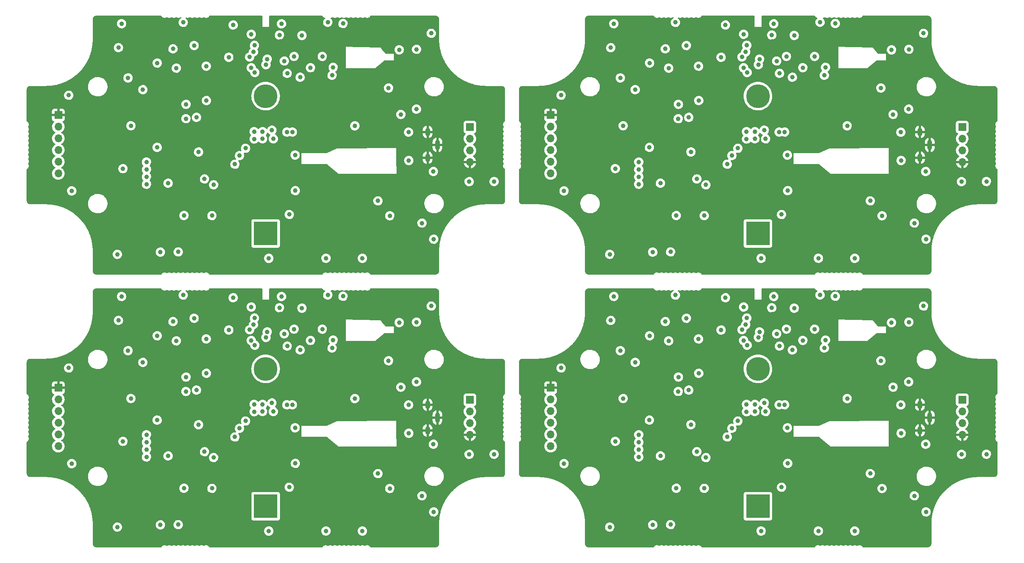
<source format=gbr>
%TF.GenerationSoftware,KiCad,Pcbnew,6.0.11-2627ca5db0~126~ubuntu20.04.1*%
%TF.CreationDate,2024-09-10T20:57:43-04:00*%
%TF.ProjectId,panel,70616e65-6c2e-46b6-9963-61645f706362,rev?*%
%TF.SameCoordinates,Original*%
%TF.FileFunction,Copper,L3,Inr*%
%TF.FilePolarity,Positive*%
%FSLAX46Y46*%
G04 Gerber Fmt 4.6, Leading zero omitted, Abs format (unit mm)*
G04 Created by KiCad (PCBNEW 6.0.11-2627ca5db0~126~ubuntu20.04.1) date 2024-09-10 20:57:43*
%MOMM*%
%LPD*%
G01*
G04 APERTURE LIST*
%TA.AperFunction,ComponentPad*%
%ADD10R,5.175000X5.175000*%
%TD*%
%TA.AperFunction,ComponentPad*%
%ADD11C,5.175000*%
%TD*%
%TA.AperFunction,ComponentPad*%
%ADD12R,1.700000X1.700000*%
%TD*%
%TA.AperFunction,ComponentPad*%
%ADD13O,1.700000X1.700000*%
%TD*%
%TA.AperFunction,ComponentPad*%
%ADD14O,1.100000X1.800000*%
%TD*%
%TA.AperFunction,ComponentPad*%
%ADD15O,1.100000X2.200000*%
%TD*%
%TA.AperFunction,ViaPad*%
%ADD16C,1.000000*%
%TD*%
G04 APERTURE END LIST*
D10*
%TO.N,N/C*%
%TO.C,J6*%
X60380700Y-115097600D03*
D11*
X60380700Y-85257600D03*
%TD*%
D12*
%TO.N,Board_3-+3V3*%
%TO.C,J5*%
X211630919Y-91957600D03*
D13*
%TO.N,Board_3-/SCL*%
X211630919Y-94497600D03*
%TO.N,Board_3-/SDA*%
X211630919Y-97037600D03*
%TO.N,Board_3-GND*%
X211630919Y-99577600D03*
%TD*%
D14*
%TO.N,Board_2-GND*%
%TO.C,J4*%
X95550700Y-98627600D03*
D15*
X97700700Y-95827600D03*
D14*
X95550700Y-93027600D03*
%TD*%
D10*
%TO.N,N/C*%
%TO.C,J6*%
X60380700Y-55830000D03*
D11*
X60380700Y-25990000D03*
%TD*%
D12*
%TO.N,Board_1-GND*%
%TO.C,J3*%
X122266633Y-30090000D03*
D13*
%TO.N,Board_1-/RTS*%
X122266633Y-32630000D03*
%TO.N,Board_1-+3V3*%
X122266633Y-35170000D03*
%TO.N,Board_1-/UART0_RX*%
X122266633Y-37710000D03*
%TO.N,Board_1-/UART0_TX*%
X122266633Y-40250000D03*
%TO.N,Board_1-/DTR*%
X122266633Y-42790000D03*
%TD*%
D15*
%TO.N,Board_3-GND*%
%TO.C,J4*%
X204593300Y-95827600D03*
D14*
X202443300Y-98627600D03*
X202443300Y-93027600D03*
%TD*%
D12*
%TO.N,Board_0-+3V3*%
%TO.C,J5*%
X104738319Y-32690000D03*
D13*
%TO.N,Board_0-/SCL*%
X104738319Y-35230000D03*
%TO.N,Board_0-/SDA*%
X104738319Y-37770000D03*
%TO.N,Board_0-GND*%
X104738319Y-40310000D03*
%TD*%
D12*
%TO.N,Board_3-GND*%
%TO.C,J3*%
X122266633Y-89357600D03*
D13*
%TO.N,Board_3-/RTS*%
X122266633Y-91897600D03*
%TO.N,Board_3-+3V3*%
X122266633Y-94437600D03*
%TO.N,Board_3-/UART0_RX*%
X122266633Y-96977600D03*
%TO.N,Board_3-/UART0_TX*%
X122266633Y-99517600D03*
%TO.N,Board_3-/DTR*%
X122266633Y-102057600D03*
%TD*%
D12*
%TO.N,Board_1-+3V3*%
%TO.C,J5*%
X211630919Y-32690000D03*
D13*
%TO.N,Board_1-/SCL*%
X211630919Y-35230000D03*
%TO.N,Board_1-/SDA*%
X211630919Y-37770000D03*
%TO.N,Board_1-GND*%
X211630919Y-40310000D03*
%TD*%
D12*
%TO.N,Board_0-GND*%
%TO.C,J3*%
X15374033Y-30090000D03*
D13*
%TO.N,Board_0-/RTS*%
X15374033Y-32630000D03*
%TO.N,Board_0-+3V3*%
X15374033Y-35170000D03*
%TO.N,Board_0-/UART0_RX*%
X15374033Y-37710000D03*
%TO.N,Board_0-/UART0_TX*%
X15374033Y-40250000D03*
%TO.N,Board_0-/DTR*%
X15374033Y-42790000D03*
%TD*%
D10*
%TO.N,N/C*%
%TO.C,J6*%
X167273300Y-55830000D03*
D11*
X167273300Y-25990000D03*
%TD*%
D10*
%TO.N,N/C*%
%TO.C,J6*%
X167273300Y-115097600D03*
D11*
X167273300Y-85257600D03*
%TD*%
D12*
%TO.N,Board_2-GND*%
%TO.C,J3*%
X15374033Y-89357600D03*
D13*
%TO.N,Board_2-/RTS*%
X15374033Y-91897600D03*
%TO.N,Board_2-+3V3*%
X15374033Y-94437600D03*
%TO.N,Board_2-/UART0_RX*%
X15374033Y-96977600D03*
%TO.N,Board_2-/UART0_TX*%
X15374033Y-99517600D03*
%TO.N,Board_2-/DTR*%
X15374033Y-102057600D03*
%TD*%
D14*
%TO.N,Board_1-GND*%
%TO.C,J4*%
X202443300Y-39360000D03*
D15*
X204593300Y-36560000D03*
D14*
X202443300Y-33760000D03*
%TD*%
D12*
%TO.N,Board_2-+3V3*%
%TO.C,J5*%
X104738319Y-91957600D03*
D13*
%TO.N,Board_2-/SCL*%
X104738319Y-94497600D03*
%TO.N,Board_2-/SDA*%
X104738319Y-97037600D03*
%TO.N,Board_2-GND*%
X104738319Y-99577600D03*
%TD*%
D14*
%TO.N,Board_0-GND*%
%TO.C,J4*%
X95550700Y-33760000D03*
X95550700Y-39360000D03*
D15*
X97700700Y-36560000D03*
%TD*%
D16*
%TO.N,Board_0-+3V3*%
X29410700Y-41730000D03*
X45370700Y-30600000D03*
X96350700Y-12330000D03*
X57270700Y-12540000D03*
X73880700Y-9930000D03*
X28200700Y-60350000D03*
X42480700Y-9960000D03*
X74810700Y-21450000D03*
X81400700Y-61220000D03*
X109990700Y-44530000D03*
X65510700Y-51700000D03*
X39210700Y-44900000D03*
X48730700Y-51950000D03*
X104580700Y-44560000D03*
X59720700Y-35260000D03*
X36850700Y-18790000D03*
X47490700Y-19470000D03*
X53340700Y-10530000D03*
X59730700Y-33700000D03*
X61070700Y-61220000D03*
X91470700Y-39970000D03*
X87080700Y-24210000D03*
X18290700Y-46580000D03*
X58030700Y-20840000D03*
X63380700Y-12710000D03*
X87340700Y-51970000D03*
X30510700Y-22030000D03*
X41410700Y-59830000D03*
X79760700Y-32430000D03*
X57900700Y-33690000D03*
X94330700Y-53570000D03*
X37540700Y-59880000D03*
X45830700Y-38120000D03*
X42660700Y-51930000D03*
X93150700Y-15810000D03*
X29100700Y-10240000D03*
X57910700Y-35290000D03*
X73500700Y-61210000D03*
X17630700Y-25790000D03*
%TO.N,Board_0-/EN*%
X31130700Y-32410000D03*
X43110700Y-27760000D03*
X44850700Y-14980000D03*
X66840700Y-46530000D03*
%TO.N,Board_0-/LED_PIN0*%
X41000700Y-19890000D03*
X54720700Y-38900000D03*
%TO.N,Board_0-/LED_PWR*%
X56020700Y-37310000D03*
X33730700Y-24580000D03*
%TO.N,Board_0-/MAG*%
X65070700Y-21040000D03*
X52380700Y-17540000D03*
X66780700Y-38790000D03*
%TO.N,Board_0-/M_CLK*%
X57960700Y-14940000D03*
X89390700Y-15920000D03*
%TO.N,Board_0-/SCL*%
X84770700Y-48740000D03*
X64440700Y-18350000D03*
X96815700Y-42365000D03*
X93130700Y-28810000D03*
%TO.N,Board_0-/SDA*%
X89740700Y-29950000D03*
X72690700Y-17350000D03*
X66570700Y-17340000D03*
X75060700Y-19710000D03*
%TO.N,Board_0-/SLG_INT1*%
X57740700Y-16380000D03*
X61750700Y-33380000D03*
%TO.N,Board_0-/SLG_INT2*%
X56920700Y-17470000D03*
X62060700Y-35270000D03*
%TO.N,Board_0-/Sensors/MAG_PWR*%
X63830700Y-10270000D03*
X68270700Y-12790000D03*
%TO.N,Board_0-/Sensors/OP_AMP_PWR_DOWN*%
X70130700Y-19790000D03*
X60731417Y-17932502D03*
%TO.N,Board_0-/Sensors/RH1_B*%
X67870700Y-21880000D03*
X60470700Y-19140000D03*
X57270700Y-19820000D03*
%TO.N,Board_0-/UART0_RX*%
X47120700Y-43990000D03*
%TO.N,Board_0-/UART0_TX*%
X49090700Y-45260000D03*
%TO.N,Board_0-/USB_D+*%
X64990700Y-33780000D03*
%TO.N,Board_0-/USB_D-*%
X66190700Y-33780000D03*
%TO.N,Board_0-/USER_INPUT*%
X53710700Y-40780000D03*
X47530700Y-26950000D03*
X77180700Y-10210000D03*
%TO.N,Board_0-GND*%
X74870700Y-13810000D03*
X54580700Y-11710000D03*
X73060700Y-23650000D03*
X93380700Y-33760000D03*
X67060700Y-57970000D03*
X48830700Y-49080000D03*
X11010700Y-46670000D03*
X71530700Y-23660000D03*
X90420700Y-41730000D03*
X31700700Y-50800000D03*
X44130700Y-41870000D03*
X102930700Y-27880000D03*
X40150700Y-17560000D03*
X58690700Y-44350000D03*
X55430700Y-23310000D03*
X29590700Y-38380000D03*
X28640700Y-37410000D03*
X85020700Y-12070000D03*
X87680700Y-33030000D03*
X59840700Y-21010000D03*
X25450700Y-18640000D03*
X41140700Y-23900000D03*
X38420700Y-11670000D03*
X60450700Y-11910000D03*
X58800700Y-38450000D03*
X64730700Y-44300000D03*
X18750700Y-34580000D03*
X71670700Y-27050000D03*
X107300700Y-46960000D03*
X31680700Y-53060000D03*
X32100700Y-10120000D03*
X68820700Y-9520000D03*
X10770700Y-38660000D03*
X31600700Y-40400000D03*
X99870700Y-36550000D03*
X64480700Y-38470000D03*
X63550700Y-14050000D03*
X30060700Y-54610000D03*
X66060700Y-49050000D03*
X61780700Y-37950000D03*
X61710700Y-44930000D03*
X85210700Y-20900000D03*
X90390700Y-38410000D03*
X86860700Y-12250000D03*
X31400700Y-54570000D03*
X58100700Y-41360000D03*
X47550700Y-11747500D03*
X44863200Y-9777500D03*
X91720700Y-59800000D03*
X69930700Y-57930000D03*
X38590700Y-54380000D03*
X48730700Y-61280000D03*
X101590700Y-46990000D03*
X93410700Y-39430000D03*
X52100700Y-61290000D03*
X28720700Y-54630000D03*
X79785700Y-57985000D03*
X83230700Y-12870000D03*
X47540700Y-16980000D03*
X24460700Y-12310000D03*
X72200700Y-32970000D03*
X65270700Y-41370000D03*
X30620700Y-39390000D03*
X39350700Y-41880000D03*
X93910700Y-12190000D03*
X57280700Y-10770000D03*
X76753200Y-50680000D03*
%TO.N,Board_0-Net-(C15-Pad1)*%
X28430700Y-15450000D03*
%TO.N,Board_0-Net-(D2-Pad1)*%
X96880700Y-57060000D03*
%TO.N,Board_0-Net-(F1-Pad2)*%
X91420700Y-33820000D03*
%TO.N,Board_0-Net-(J1-Pad1)*%
X34510700Y-43500000D03*
X34510700Y-40290000D03*
X34510700Y-45120000D03*
X34510700Y-41920000D03*
%TO.N,Board_0-Net-(Q4-Pad1)*%
X36830700Y-37120000D03*
X43080700Y-30880000D03*
%TO.N,Board_0-Net-(R11-Pad1)*%
X40270700Y-15710000D03*
%TO.N,Board_1-+3V3*%
X136303300Y-41730000D03*
X152263300Y-30600000D03*
X203243300Y-12330000D03*
X164163300Y-12540000D03*
X180773300Y-9930000D03*
X135093300Y-60350000D03*
X149373300Y-9960000D03*
X181703300Y-21450000D03*
X188293300Y-61220000D03*
X216883300Y-44530000D03*
X172403300Y-51700000D03*
X146103300Y-44900000D03*
X155623300Y-51950000D03*
X211473300Y-44560000D03*
X166613300Y-35260000D03*
X143743300Y-18790000D03*
X154383300Y-19470000D03*
X160233300Y-10530000D03*
X166623300Y-33700000D03*
X167963300Y-61220000D03*
X198363300Y-39970000D03*
X193973300Y-24210000D03*
X125183300Y-46580000D03*
X164923300Y-20840000D03*
X170273300Y-12710000D03*
X194233300Y-51970000D03*
X137403300Y-22030000D03*
X148303300Y-59830000D03*
X186653300Y-32430000D03*
X164793300Y-33690000D03*
X201223300Y-53570000D03*
X144433300Y-59880000D03*
X152723300Y-38120000D03*
X149553300Y-51930000D03*
X200043300Y-15810000D03*
X135993300Y-10240000D03*
X164803300Y-35290000D03*
X180393300Y-61210000D03*
X124523300Y-25790000D03*
%TO.N,Board_1-/EN*%
X138023300Y-32410000D03*
X150003300Y-27760000D03*
X151743300Y-14980000D03*
X173733300Y-46530000D03*
%TO.N,Board_1-/LED_PIN0*%
X147893300Y-19890000D03*
X161613300Y-38900000D03*
%TO.N,Board_1-/LED_PWR*%
X162913300Y-37310000D03*
X140623300Y-24580000D03*
%TO.N,Board_1-/MAG*%
X171963300Y-21040000D03*
X159273300Y-17540000D03*
X173673300Y-38790000D03*
%TO.N,Board_1-/M_CLK*%
X164853300Y-14940000D03*
X196283300Y-15920000D03*
%TO.N,Board_1-/SCL*%
X191663300Y-48740000D03*
X171333300Y-18350000D03*
X203708300Y-42365000D03*
X200023300Y-28810000D03*
%TO.N,Board_1-/SDA*%
X196633300Y-29950000D03*
X179583300Y-17350000D03*
X173463300Y-17340000D03*
X181953300Y-19710000D03*
%TO.N,Board_1-/SLG_INT1*%
X164633300Y-16380000D03*
X168643300Y-33380000D03*
%TO.N,Board_1-/SLG_INT2*%
X163813300Y-17470000D03*
X168953300Y-35270000D03*
%TO.N,Board_1-/Sensors/MAG_PWR*%
X170723300Y-10270000D03*
X175163300Y-12790000D03*
%TO.N,Board_1-/Sensors/OP_AMP_PWR_DOWN*%
X177023300Y-19790000D03*
X167624017Y-17932502D03*
%TO.N,Board_1-/Sensors/RH1_B*%
X174763300Y-21880000D03*
X167363300Y-19140000D03*
X164163300Y-19820000D03*
%TO.N,Board_1-/UART0_RX*%
X154013300Y-43990000D03*
%TO.N,Board_1-/UART0_TX*%
X155983300Y-45260000D03*
%TO.N,Board_1-/USB_D+*%
X171883300Y-33780000D03*
%TO.N,Board_1-/USB_D-*%
X173083300Y-33780000D03*
%TO.N,Board_1-/USER_INPUT*%
X160603300Y-40780000D03*
X154423300Y-26950000D03*
X184073300Y-10210000D03*
%TO.N,Board_1-GND*%
X181763300Y-13810000D03*
X161473300Y-11710000D03*
X179953300Y-23650000D03*
X200273300Y-33760000D03*
X173953300Y-57970000D03*
X155723300Y-49080000D03*
X117903300Y-46670000D03*
X178423300Y-23660000D03*
X197313300Y-41730000D03*
X138593300Y-50800000D03*
X151023300Y-41870000D03*
X209823300Y-27880000D03*
X147043300Y-17560000D03*
X165583300Y-44350000D03*
X162323300Y-23310000D03*
X136483300Y-38380000D03*
X135533300Y-37410000D03*
X191913300Y-12070000D03*
X194573300Y-33030000D03*
X166733300Y-21010000D03*
X132343300Y-18640000D03*
X148033300Y-23900000D03*
X145313300Y-11670000D03*
X167343300Y-11910000D03*
X165693300Y-38450000D03*
X171623300Y-44300000D03*
X125643300Y-34580000D03*
X178563300Y-27050000D03*
X214193300Y-46960000D03*
X138573300Y-53060000D03*
X138993300Y-10120000D03*
X175713300Y-9520000D03*
X117663300Y-38660000D03*
X138493300Y-40400000D03*
X206763300Y-36550000D03*
X171373300Y-38470000D03*
X170443300Y-14050000D03*
X136953300Y-54610000D03*
X172953300Y-49050000D03*
X168673300Y-37950000D03*
X168603300Y-44930000D03*
X192103300Y-20900000D03*
X197283300Y-38410000D03*
X193753300Y-12250000D03*
X138293300Y-54570000D03*
X164993300Y-41360000D03*
X154443300Y-11747500D03*
X151755800Y-9777500D03*
X198613300Y-59800000D03*
X176823300Y-57930000D03*
X145483300Y-54380000D03*
X155623300Y-61280000D03*
X208483300Y-46990000D03*
X200303300Y-39430000D03*
X158993300Y-61290000D03*
X135613300Y-54630000D03*
X186678300Y-57985000D03*
X190123300Y-12870000D03*
X154433300Y-16980000D03*
X131353300Y-12310000D03*
X179093300Y-32970000D03*
X172163300Y-41370000D03*
X137513300Y-39390000D03*
X146243300Y-41880000D03*
X200803300Y-12190000D03*
X164173300Y-10770000D03*
X183645800Y-50680000D03*
%TO.N,Board_1-Net-(C15-Pad1)*%
X135323300Y-15450000D03*
%TO.N,Board_1-Net-(D2-Pad1)*%
X203773300Y-57060000D03*
%TO.N,Board_1-Net-(F1-Pad2)*%
X198313300Y-33820000D03*
%TO.N,Board_1-Net-(J1-Pad1)*%
X141403300Y-43500000D03*
X141403300Y-40290000D03*
X141403300Y-45120000D03*
X141403300Y-41920000D03*
%TO.N,Board_1-Net-(Q4-Pad1)*%
X143723300Y-37120000D03*
X149973300Y-30880000D03*
%TO.N,Board_1-Net-(R11-Pad1)*%
X147163300Y-15710000D03*
%TO.N,Board_2-+3V3*%
X29410700Y-100997600D03*
X45370700Y-89867600D03*
X96350700Y-71597600D03*
X57270700Y-71807600D03*
X73880700Y-69197600D03*
X28200700Y-119617600D03*
X42480700Y-69227600D03*
X74810700Y-80717600D03*
X81400700Y-120487600D03*
X109990700Y-103797600D03*
X65510700Y-110967600D03*
X39210700Y-104167600D03*
X48730700Y-111217600D03*
X104580700Y-103827600D03*
X59720700Y-94527600D03*
X36850700Y-78057600D03*
X47490700Y-78737600D03*
X53340700Y-69797600D03*
X59730700Y-92967600D03*
X61070700Y-120487600D03*
X91470700Y-99237600D03*
X87080700Y-83477600D03*
X18290700Y-105847600D03*
X58030700Y-80107600D03*
X63380700Y-71977600D03*
X87340700Y-111237600D03*
X30510700Y-81297600D03*
X41410700Y-119097600D03*
X79760700Y-91697600D03*
X57900700Y-92957600D03*
X94330700Y-112837600D03*
X37540700Y-119147600D03*
X45830700Y-97387600D03*
X42660700Y-111197600D03*
X93150700Y-75077600D03*
X29100700Y-69507600D03*
X57910700Y-94557600D03*
X73500700Y-120477600D03*
X17630700Y-85057600D03*
%TO.N,Board_2-/EN*%
X31130700Y-91677600D03*
X43110700Y-87027600D03*
X44850700Y-74247600D03*
X66840700Y-105797600D03*
%TO.N,Board_2-/LED_PIN0*%
X41000700Y-79157600D03*
X54720700Y-98167600D03*
%TO.N,Board_2-/LED_PWR*%
X56020700Y-96577600D03*
X33730700Y-83847600D03*
%TO.N,Board_2-/MAG*%
X65070700Y-80307600D03*
X52380700Y-76807600D03*
X66780700Y-98057600D03*
%TO.N,Board_2-/M_CLK*%
X57960700Y-74207600D03*
X89390700Y-75187600D03*
%TO.N,Board_2-/SCL*%
X84770700Y-108007600D03*
X64440700Y-77617600D03*
X96815700Y-101632600D03*
X93130700Y-88077600D03*
%TO.N,Board_2-/SDA*%
X89740700Y-89217600D03*
X72690700Y-76617600D03*
X66570700Y-76607600D03*
X75060700Y-78977600D03*
%TO.N,Board_2-/SLG_INT1*%
X57740700Y-75647600D03*
X61750700Y-92647600D03*
%TO.N,Board_2-/SLG_INT2*%
X56920700Y-76737600D03*
X62060700Y-94537600D03*
%TO.N,Board_2-/Sensors/MAG_PWR*%
X63830700Y-69537600D03*
X68270700Y-72057600D03*
%TO.N,Board_2-/Sensors/OP_AMP_PWR_DOWN*%
X70130700Y-79057600D03*
X60731417Y-77200102D03*
%TO.N,Board_2-/Sensors/RH1_B*%
X67870700Y-81147600D03*
X60470700Y-78407600D03*
X57270700Y-79087600D03*
%TO.N,Board_2-/UART0_RX*%
X47120700Y-103257600D03*
%TO.N,Board_2-/UART0_TX*%
X49090700Y-104527600D03*
%TO.N,Board_2-/USB_D+*%
X64990700Y-93047600D03*
%TO.N,Board_2-/USB_D-*%
X66190700Y-93047600D03*
%TO.N,Board_2-/USER_INPUT*%
X53710700Y-100047600D03*
X47530700Y-86217600D03*
X77180700Y-69477600D03*
%TO.N,Board_2-GND*%
X74870700Y-73077600D03*
X54580700Y-70977600D03*
X73060700Y-82917600D03*
X93380700Y-93027600D03*
X67060700Y-117237600D03*
X48830700Y-108347600D03*
X11010700Y-105937600D03*
X71530700Y-82927600D03*
X90420700Y-100997600D03*
X31700700Y-110067600D03*
X44130700Y-101137600D03*
X102930700Y-87147600D03*
X40150700Y-76827600D03*
X58690700Y-103617600D03*
X55430700Y-82577600D03*
X29590700Y-97647600D03*
X28640700Y-96677600D03*
X85020700Y-71337600D03*
X87680700Y-92297600D03*
X59840700Y-80277600D03*
X25450700Y-77907600D03*
X41140700Y-83167600D03*
X38420700Y-70937600D03*
X60450700Y-71177600D03*
X58800700Y-97717600D03*
X64730700Y-103567600D03*
X18750700Y-93847600D03*
X71670700Y-86317600D03*
X107300700Y-106227600D03*
X31680700Y-112327600D03*
X32100700Y-69387600D03*
X68820700Y-68787600D03*
X10770700Y-97927600D03*
X31600700Y-99667600D03*
X99870700Y-95817600D03*
X64480700Y-97737600D03*
X63550700Y-73317600D03*
X30060700Y-113877600D03*
X66060700Y-108317600D03*
X61780700Y-97217600D03*
X61710700Y-104197600D03*
X85210700Y-80167600D03*
X90390700Y-97677600D03*
X86860700Y-71517600D03*
X31400700Y-113837600D03*
X58100700Y-100627600D03*
X47550700Y-71015100D03*
X44863200Y-69045100D03*
X91720700Y-119067600D03*
X69930700Y-117197600D03*
X38590700Y-113647600D03*
X48730700Y-120547600D03*
X101590700Y-106257600D03*
X93410700Y-98697600D03*
X52100700Y-120557600D03*
X28720700Y-113897600D03*
X79785700Y-117252600D03*
X83230700Y-72137600D03*
X47540700Y-76247600D03*
X24460700Y-71577600D03*
X72200700Y-92237600D03*
X65270700Y-100637600D03*
X30620700Y-98657600D03*
X39350700Y-101147600D03*
X93910700Y-71457600D03*
X57280700Y-70037600D03*
X76753200Y-109947600D03*
%TO.N,Board_2-Net-(C15-Pad1)*%
X28430700Y-74717600D03*
%TO.N,Board_2-Net-(D2-Pad1)*%
X96880700Y-116327600D03*
%TO.N,Board_2-Net-(F1-Pad2)*%
X91420700Y-93087600D03*
%TO.N,Board_2-Net-(J1-Pad1)*%
X34510700Y-102767600D03*
X34510700Y-99557600D03*
X34510700Y-104387600D03*
X34510700Y-101187600D03*
%TO.N,Board_2-Net-(Q4-Pad1)*%
X36830700Y-96387600D03*
X43080700Y-90147600D03*
%TO.N,Board_2-Net-(R11-Pad1)*%
X40270700Y-74977600D03*
%TO.N,Board_3-+3V3*%
X136303300Y-100997600D03*
X152263300Y-89867600D03*
X203243300Y-71597600D03*
X164163300Y-71807600D03*
X180773300Y-69197600D03*
X135093300Y-119617600D03*
X149373300Y-69227600D03*
X181703300Y-80717600D03*
X188293300Y-120487600D03*
X216883300Y-103797600D03*
X172403300Y-110967600D03*
X146103300Y-104167600D03*
X155623300Y-111217600D03*
X211473300Y-103827600D03*
X166613300Y-94527600D03*
X143743300Y-78057600D03*
X154383300Y-78737600D03*
X160233300Y-69797600D03*
X166623300Y-92967600D03*
X167963300Y-120487600D03*
X198363300Y-99237600D03*
X193973300Y-83477600D03*
X125183300Y-105847600D03*
X164923300Y-80107600D03*
X170273300Y-71977600D03*
X194233300Y-111237600D03*
X137403300Y-81297600D03*
X148303300Y-119097600D03*
X186653300Y-91697600D03*
X164793300Y-92957600D03*
X201223300Y-112837600D03*
X144433300Y-119147600D03*
X152723300Y-97387600D03*
X149553300Y-111197600D03*
X200043300Y-75077600D03*
X135993300Y-69507600D03*
X164803300Y-94557600D03*
X180393300Y-120477600D03*
X124523300Y-85057600D03*
%TO.N,Board_3-/EN*%
X138023300Y-91677600D03*
X150003300Y-87027600D03*
X151743300Y-74247600D03*
X173733300Y-105797600D03*
%TO.N,Board_3-/LED_PIN0*%
X147893300Y-79157600D03*
X161613300Y-98167600D03*
%TO.N,Board_3-/LED_PWR*%
X162913300Y-96577600D03*
X140623300Y-83847600D03*
%TO.N,Board_3-/MAG*%
X171963300Y-80307600D03*
X159273300Y-76807600D03*
X173673300Y-98057600D03*
%TO.N,Board_3-/M_CLK*%
X164853300Y-74207600D03*
X196283300Y-75187600D03*
%TO.N,Board_3-/SCL*%
X191663300Y-108007600D03*
X171333300Y-77617600D03*
X203708300Y-101632600D03*
X200023300Y-88077600D03*
%TO.N,Board_3-/SDA*%
X196633300Y-89217600D03*
X179583300Y-76617600D03*
X173463300Y-76607600D03*
X181953300Y-78977600D03*
%TO.N,Board_3-/SLG_INT1*%
X164633300Y-75647600D03*
X168643300Y-92647600D03*
%TO.N,Board_3-/SLG_INT2*%
X163813300Y-76737600D03*
X168953300Y-94537600D03*
%TO.N,Board_3-/Sensors/MAG_PWR*%
X170723300Y-69537600D03*
X175163300Y-72057600D03*
%TO.N,Board_3-/Sensors/OP_AMP_PWR_DOWN*%
X177023300Y-79057600D03*
X167624017Y-77200102D03*
%TO.N,Board_3-/Sensors/RH1_B*%
X174763300Y-81147600D03*
X167363300Y-78407600D03*
X164163300Y-79087600D03*
%TO.N,Board_3-/UART0_RX*%
X154013300Y-103257600D03*
%TO.N,Board_3-/UART0_TX*%
X155983300Y-104527600D03*
%TO.N,Board_3-/USB_D+*%
X171883300Y-93047600D03*
%TO.N,Board_3-/USB_D-*%
X173083300Y-93047600D03*
%TO.N,Board_3-/USER_INPUT*%
X160603300Y-100047600D03*
X154423300Y-86217600D03*
X184073300Y-69477600D03*
%TO.N,Board_3-GND*%
X181763300Y-73077600D03*
X161473300Y-70977600D03*
X179953300Y-82917600D03*
X200273300Y-93027600D03*
X173953300Y-117237600D03*
X155723300Y-108347600D03*
X117903300Y-105937600D03*
X178423300Y-82927600D03*
X197313300Y-100997600D03*
X138593300Y-110067600D03*
X151023300Y-101137600D03*
X209823300Y-87147600D03*
X147043300Y-76827600D03*
X165583300Y-103617600D03*
X162323300Y-82577600D03*
X136483300Y-97647600D03*
X135533300Y-96677600D03*
X191913300Y-71337600D03*
X194573300Y-92297600D03*
X166733300Y-80277600D03*
X132343300Y-77907600D03*
X148033300Y-83167600D03*
X145313300Y-70937600D03*
X167343300Y-71177600D03*
X165693300Y-97717600D03*
X171623300Y-103567600D03*
X125643300Y-93847600D03*
X178563300Y-86317600D03*
X214193300Y-106227600D03*
X138573300Y-112327600D03*
X138993300Y-69387600D03*
X175713300Y-68787600D03*
X117663300Y-97927600D03*
X138493300Y-99667600D03*
X206763300Y-95817600D03*
X171373300Y-97737600D03*
X170443300Y-73317600D03*
X136953300Y-113877600D03*
X172953300Y-108317600D03*
X168673300Y-97217600D03*
X168603300Y-104197600D03*
X192103300Y-80167600D03*
X197283300Y-97677600D03*
X193753300Y-71517600D03*
X138293300Y-113837600D03*
X164993300Y-100627600D03*
X154443300Y-71015100D03*
X151755800Y-69045100D03*
X198613300Y-119067600D03*
X176823300Y-117197600D03*
X145483300Y-113647600D03*
X155623300Y-120547600D03*
X208483300Y-106257600D03*
X200303300Y-98697600D03*
X158993300Y-120557600D03*
X135613300Y-113897600D03*
X186678300Y-117252600D03*
X190123300Y-72137600D03*
X154433300Y-76247600D03*
X131353300Y-71577600D03*
X179093300Y-92237600D03*
X172163300Y-100637600D03*
X137513300Y-98657600D03*
X146243300Y-101147600D03*
X200803300Y-71457600D03*
X164173300Y-70037600D03*
X183645800Y-109947600D03*
%TO.N,Board_3-Net-(C15-Pad1)*%
X135323300Y-74717600D03*
%TO.N,Board_3-Net-(D2-Pad1)*%
X203773300Y-116327600D03*
%TO.N,Board_3-Net-(F1-Pad2)*%
X198313300Y-93087600D03*
%TO.N,Board_3-Net-(J1-Pad1)*%
X141403300Y-102767600D03*
X141403300Y-99557600D03*
X141403300Y-104387600D03*
X141403300Y-101187600D03*
%TO.N,Board_3-Net-(Q4-Pad1)*%
X143723300Y-96387600D03*
X149973300Y-90147600D03*
%TO.N,Board_3-Net-(R11-Pad1)*%
X147163300Y-74977600D03*
%TD*%
%TA.AperFunction,Conductor*%
%TO.N,Board_0-GND*%
G36*
X37756918Y-8528502D02*
G01*
X37798129Y-8571952D01*
X37800857Y-8578364D01*
X37905692Y-8720818D01*
X37911270Y-8725557D01*
X37911273Y-8725560D01*
X38034906Y-8830594D01*
X38034910Y-8830597D01*
X38040485Y-8835333D01*
X38122020Y-8876967D01*
X38191492Y-8912442D01*
X38191494Y-8912443D01*
X38198008Y-8915769D01*
X38205113Y-8917508D01*
X38205117Y-8917509D01*
X38286073Y-8937318D01*
X38369810Y-8957808D01*
X38375412Y-8958156D01*
X38375415Y-8958156D01*
X38379025Y-8958380D01*
X38379035Y-8958380D01*
X38380964Y-8958500D01*
X38508493Y-8958500D01*
X38581469Y-8949992D01*
X38632611Y-8944030D01*
X38632615Y-8944029D01*
X38639881Y-8943182D01*
X38646756Y-8940687D01*
X38646758Y-8940686D01*
X38799261Y-8885329D01*
X38799262Y-8885329D01*
X38806137Y-8882833D01*
X38812254Y-8878822D01*
X38812261Y-8878819D01*
X38891320Y-8826986D01*
X38959255Y-8806363D01*
X39030313Y-8827531D01*
X39034910Y-8830597D01*
X39040485Y-8835333D01*
X39113554Y-8872644D01*
X39191492Y-8912442D01*
X39191494Y-8912443D01*
X39198008Y-8915769D01*
X39205113Y-8917508D01*
X39205117Y-8917509D01*
X39286073Y-8937318D01*
X39369810Y-8957808D01*
X39375412Y-8958156D01*
X39375415Y-8958156D01*
X39379025Y-8958380D01*
X39379035Y-8958380D01*
X39380964Y-8958500D01*
X39508493Y-8958500D01*
X39581469Y-8949992D01*
X39632611Y-8944030D01*
X39632615Y-8944029D01*
X39639881Y-8943182D01*
X39646756Y-8940687D01*
X39646758Y-8940686D01*
X39799261Y-8885329D01*
X39799262Y-8885329D01*
X39806137Y-8882833D01*
X39812254Y-8878822D01*
X39812261Y-8878819D01*
X39891320Y-8826986D01*
X39959255Y-8806363D01*
X40030313Y-8827531D01*
X40034910Y-8830597D01*
X40040485Y-8835333D01*
X40113554Y-8872644D01*
X40191492Y-8912442D01*
X40191494Y-8912443D01*
X40198008Y-8915769D01*
X40205113Y-8917508D01*
X40205117Y-8917509D01*
X40286073Y-8937318D01*
X40369810Y-8957808D01*
X40375412Y-8958156D01*
X40375415Y-8958156D01*
X40379025Y-8958380D01*
X40379035Y-8958380D01*
X40380964Y-8958500D01*
X40508493Y-8958500D01*
X40581469Y-8949992D01*
X40632611Y-8944030D01*
X40632615Y-8944029D01*
X40639881Y-8943182D01*
X40646756Y-8940687D01*
X40646758Y-8940686D01*
X40799261Y-8885329D01*
X40799262Y-8885329D01*
X40806137Y-8882833D01*
X40812254Y-8878822D01*
X40812261Y-8878819D01*
X40891320Y-8826986D01*
X40959255Y-8806363D01*
X41030313Y-8827531D01*
X41034910Y-8830597D01*
X41040485Y-8835333D01*
X41113554Y-8872644D01*
X41191492Y-8912442D01*
X41191494Y-8912443D01*
X41198008Y-8915769D01*
X41205113Y-8917508D01*
X41205117Y-8917509D01*
X41286073Y-8937318D01*
X41369810Y-8957808D01*
X41375412Y-8958156D01*
X41375415Y-8958156D01*
X41379025Y-8958380D01*
X41379035Y-8958380D01*
X41380964Y-8958500D01*
X41508493Y-8958500D01*
X41581469Y-8949992D01*
X41632611Y-8944030D01*
X41632615Y-8944029D01*
X41639881Y-8943182D01*
X41646756Y-8940687D01*
X41646758Y-8940686D01*
X41799261Y-8885329D01*
X41799262Y-8885329D01*
X41806137Y-8882833D01*
X41812254Y-8878822D01*
X41812261Y-8878819D01*
X41891320Y-8826986D01*
X41959255Y-8806363D01*
X42030314Y-8827532D01*
X42034913Y-8830599D01*
X42040485Y-8835333D01*
X42046717Y-8838515D01*
X42092210Y-8892853D01*
X42101119Y-8963288D01*
X42070534Y-9027359D01*
X42035100Y-9054903D01*
X41931276Y-9109182D01*
X41931273Y-9109184D01*
X41925810Y-9112040D01*
X41771675Y-9235968D01*
X41767711Y-9240692D01*
X41752629Y-9258666D01*
X41644546Y-9387474D01*
X41641579Y-9392872D01*
X41641575Y-9392877D01*
X41573906Y-9515968D01*
X41549267Y-9560787D01*
X41547406Y-9566654D01*
X41547405Y-9566656D01*
X41496457Y-9727264D01*
X41489465Y-9749306D01*
X41467419Y-9945851D01*
X41467935Y-9951995D01*
X41483441Y-10136656D01*
X41483968Y-10142934D01*
X41497569Y-10190365D01*
X41536297Y-10325425D01*
X41538483Y-10333050D01*
X41628887Y-10508956D01*
X41751735Y-10663953D01*
X41756428Y-10667947D01*
X41756429Y-10667948D01*
X41894700Y-10785625D01*
X41902350Y-10792136D01*
X42074994Y-10888624D01*
X42263092Y-10949740D01*
X42459477Y-10973158D01*
X42465612Y-10972686D01*
X42465614Y-10972686D01*
X42650530Y-10958457D01*
X42650534Y-10958456D01*
X42656672Y-10957984D01*
X42847163Y-10904798D01*
X42852667Y-10902018D01*
X42852669Y-10902017D01*
X43018195Y-10818404D01*
X43018197Y-10818403D01*
X43023696Y-10815625D01*
X43179547Y-10693861D01*
X43308778Y-10544145D01*
X43324851Y-10515851D01*
X52327419Y-10515851D01*
X52327935Y-10521995D01*
X52341386Y-10682179D01*
X52343968Y-10712934D01*
X52358549Y-10763783D01*
X52390858Y-10876457D01*
X52398483Y-10903050D01*
X52488887Y-11078956D01*
X52611735Y-11233953D01*
X52616428Y-11237947D01*
X52616429Y-11237948D01*
X52735330Y-11339140D01*
X52762350Y-11362136D01*
X52934994Y-11458624D01*
X53123092Y-11519740D01*
X53319477Y-11543158D01*
X53325612Y-11542686D01*
X53325614Y-11542686D01*
X53510530Y-11528457D01*
X53510534Y-11528456D01*
X53516672Y-11527984D01*
X53707163Y-11474798D01*
X53712667Y-11472018D01*
X53712669Y-11472017D01*
X53878195Y-11388404D01*
X53878197Y-11388403D01*
X53883696Y-11385625D01*
X54039547Y-11263861D01*
X54158869Y-11125625D01*
X54164749Y-11118813D01*
X54164750Y-11118811D01*
X54168778Y-11114145D01*
X54266469Y-10942179D01*
X54328897Y-10754513D01*
X54353685Y-10558295D01*
X54354080Y-10530000D01*
X54334780Y-10333167D01*
X54325310Y-10301799D01*
X54298657Y-10213523D01*
X54277616Y-10143831D01*
X54184766Y-9969204D01*
X54084818Y-9846656D01*
X54063660Y-9820713D01*
X54063657Y-9820710D01*
X54059765Y-9815938D01*
X54053424Y-9810692D01*
X53912125Y-9693799D01*
X53912121Y-9693797D01*
X53907375Y-9689870D01*
X53733401Y-9595802D01*
X53544468Y-9537318D01*
X53538343Y-9536674D01*
X53538342Y-9536674D01*
X53353904Y-9517289D01*
X53353902Y-9517289D01*
X53347775Y-9516645D01*
X53265276Y-9524153D01*
X53156951Y-9534011D01*
X53156948Y-9534012D01*
X53150812Y-9534570D01*
X53144906Y-9536308D01*
X53144902Y-9536309D01*
X53061984Y-9560713D01*
X52961081Y-9590410D01*
X52955623Y-9593263D01*
X52955619Y-9593265D01*
X52880098Y-9632747D01*
X52785810Y-9682040D01*
X52631675Y-9805968D01*
X52504546Y-9957474D01*
X52501579Y-9962872D01*
X52501575Y-9962877D01*
X52437571Y-10079301D01*
X52409267Y-10130787D01*
X52407406Y-10136654D01*
X52407405Y-10136656D01*
X52354622Y-10303050D01*
X52349465Y-10319306D01*
X52327419Y-10515851D01*
X43324851Y-10515851D01*
X43406469Y-10372179D01*
X43468897Y-10184513D01*
X43493685Y-9988295D01*
X43494080Y-9960000D01*
X43474780Y-9763167D01*
X43467575Y-9739301D01*
X43447520Y-9672877D01*
X43417616Y-9573831D01*
X43324766Y-9399204D01*
X43246520Y-9303265D01*
X43203660Y-9250713D01*
X43203657Y-9250710D01*
X43199765Y-9245938D01*
X43192392Y-9239838D01*
X43052127Y-9123801D01*
X43052126Y-9123800D01*
X43047375Y-9119870D01*
X43047116Y-9119730D01*
X43003122Y-9066623D01*
X42994579Y-8996143D01*
X43025496Y-8932232D01*
X43086059Y-8895182D01*
X43157038Y-8896756D01*
X43176167Y-8904617D01*
X43191490Y-8912441D01*
X43191492Y-8912442D01*
X43198008Y-8915769D01*
X43205113Y-8917508D01*
X43205117Y-8917509D01*
X43286073Y-8937318D01*
X43369810Y-8957808D01*
X43375412Y-8958156D01*
X43375415Y-8958156D01*
X43379025Y-8958380D01*
X43379035Y-8958380D01*
X43380964Y-8958500D01*
X43508493Y-8958500D01*
X43581469Y-8949992D01*
X43632611Y-8944030D01*
X43632615Y-8944029D01*
X43639881Y-8943182D01*
X43646756Y-8940687D01*
X43646758Y-8940686D01*
X43799261Y-8885329D01*
X43799262Y-8885329D01*
X43806137Y-8882833D01*
X43812254Y-8878822D01*
X43812261Y-8878819D01*
X43891320Y-8826986D01*
X43959255Y-8806363D01*
X44030313Y-8827531D01*
X44034910Y-8830597D01*
X44040485Y-8835333D01*
X44113554Y-8872644D01*
X44191492Y-8912442D01*
X44191494Y-8912443D01*
X44198008Y-8915769D01*
X44205113Y-8917508D01*
X44205117Y-8917509D01*
X44286073Y-8937318D01*
X44369810Y-8957808D01*
X44375412Y-8958156D01*
X44375415Y-8958156D01*
X44379025Y-8958380D01*
X44379035Y-8958380D01*
X44380964Y-8958500D01*
X44508493Y-8958500D01*
X44581469Y-8949992D01*
X44632611Y-8944030D01*
X44632615Y-8944029D01*
X44639881Y-8943182D01*
X44646756Y-8940687D01*
X44646758Y-8940686D01*
X44799261Y-8885329D01*
X44799262Y-8885329D01*
X44806137Y-8882833D01*
X44812254Y-8878822D01*
X44812261Y-8878819D01*
X44891320Y-8826986D01*
X44959255Y-8806363D01*
X45030313Y-8827531D01*
X45034910Y-8830597D01*
X45040485Y-8835333D01*
X45113554Y-8872644D01*
X45191492Y-8912442D01*
X45191494Y-8912443D01*
X45198008Y-8915769D01*
X45205113Y-8917508D01*
X45205117Y-8917509D01*
X45286073Y-8937318D01*
X45369810Y-8957808D01*
X45375412Y-8958156D01*
X45375415Y-8958156D01*
X45379025Y-8958380D01*
X45379035Y-8958380D01*
X45380964Y-8958500D01*
X45508493Y-8958500D01*
X45581469Y-8949992D01*
X45632611Y-8944030D01*
X45632615Y-8944029D01*
X45639881Y-8943182D01*
X45646756Y-8940687D01*
X45646758Y-8940686D01*
X45799261Y-8885329D01*
X45799262Y-8885329D01*
X45806137Y-8882833D01*
X45812254Y-8878822D01*
X45812261Y-8878819D01*
X45891320Y-8826986D01*
X45959255Y-8806363D01*
X46030313Y-8827531D01*
X46034910Y-8830597D01*
X46040485Y-8835333D01*
X46113554Y-8872644D01*
X46191492Y-8912442D01*
X46191494Y-8912443D01*
X46198008Y-8915769D01*
X46205113Y-8917508D01*
X46205117Y-8917509D01*
X46286073Y-8937318D01*
X46369810Y-8957808D01*
X46375412Y-8958156D01*
X46375415Y-8958156D01*
X46379025Y-8958380D01*
X46379035Y-8958380D01*
X46380964Y-8958500D01*
X46508493Y-8958500D01*
X46581469Y-8949992D01*
X46632611Y-8944030D01*
X46632615Y-8944029D01*
X46639881Y-8943182D01*
X46646756Y-8940687D01*
X46646758Y-8940686D01*
X46799261Y-8885329D01*
X46799262Y-8885329D01*
X46806137Y-8882833D01*
X46812254Y-8878822D01*
X46812261Y-8878819D01*
X46891320Y-8826986D01*
X46959255Y-8806363D01*
X47030313Y-8827531D01*
X47034910Y-8830597D01*
X47040485Y-8835333D01*
X47113554Y-8872644D01*
X47191492Y-8912442D01*
X47191494Y-8912443D01*
X47198008Y-8915769D01*
X47205113Y-8917508D01*
X47205117Y-8917509D01*
X47286073Y-8937318D01*
X47369810Y-8957808D01*
X47375412Y-8958156D01*
X47375415Y-8958156D01*
X47379025Y-8958380D01*
X47379035Y-8958380D01*
X47380964Y-8958500D01*
X47508493Y-8958500D01*
X47581469Y-8949992D01*
X47632611Y-8944030D01*
X47632615Y-8944029D01*
X47639881Y-8943182D01*
X47646756Y-8940687D01*
X47646758Y-8940686D01*
X47799261Y-8885329D01*
X47799262Y-8885329D01*
X47806137Y-8882833D01*
X47812254Y-8878822D01*
X47812257Y-8878821D01*
X47947933Y-8789868D01*
X47947934Y-8789867D01*
X47954052Y-8785856D01*
X48075690Y-8657453D01*
X48079365Y-8651126D01*
X48079368Y-8651122D01*
X48125781Y-8571215D01*
X48177292Y-8522356D01*
X48234735Y-8508500D01*
X59560894Y-8508500D01*
X59629015Y-8528502D01*
X59675508Y-8582158D01*
X59686881Y-8632700D01*
X59690684Y-8898914D01*
X59690696Y-8901112D01*
X59684291Y-10927984D01*
X59684227Y-10948177D01*
X60208634Y-10942343D01*
X61132502Y-10932065D01*
X61132504Y-10932065D01*
X61150617Y-10931863D01*
X61150869Y-10897123D01*
X61155515Y-10255851D01*
X62817419Y-10255851D01*
X62817935Y-10261995D01*
X62832913Y-10440365D01*
X62833968Y-10452934D01*
X62839859Y-10473477D01*
X62879881Y-10613050D01*
X62888483Y-10643050D01*
X62914596Y-10693861D01*
X62963381Y-10788784D01*
X62978887Y-10818956D01*
X63101735Y-10973953D01*
X63106428Y-10977947D01*
X63106429Y-10977948D01*
X63244700Y-11095625D01*
X63252350Y-11102136D01*
X63424994Y-11198624D01*
X63613092Y-11259740D01*
X63809477Y-11283158D01*
X63815612Y-11282686D01*
X63815614Y-11282686D01*
X64000530Y-11268457D01*
X64000534Y-11268456D01*
X64006672Y-11267984D01*
X64197163Y-11214798D01*
X64202667Y-11212018D01*
X64202669Y-11212017D01*
X64368195Y-11128404D01*
X64368197Y-11128403D01*
X64373696Y-11125625D01*
X64529547Y-11003861D01*
X64640951Y-10874798D01*
X64654749Y-10858813D01*
X64654750Y-10858811D01*
X64658778Y-10854145D01*
X64756469Y-10682179D01*
X64818897Y-10494513D01*
X64843685Y-10298295D01*
X64844080Y-10270000D01*
X64824780Y-10073167D01*
X64817575Y-10049301D01*
X64789850Y-9957474D01*
X64767616Y-9883831D01*
X64674766Y-9709204D01*
X64584667Y-9598732D01*
X64553660Y-9560713D01*
X64553657Y-9560710D01*
X64549765Y-9555938D01*
X64542262Y-9549731D01*
X64402125Y-9433799D01*
X64402121Y-9433797D01*
X64397375Y-9429870D01*
X64223401Y-9335802D01*
X64034468Y-9277318D01*
X64028343Y-9276674D01*
X64028342Y-9276674D01*
X63843904Y-9257289D01*
X63843902Y-9257289D01*
X63837775Y-9256645D01*
X63762023Y-9263539D01*
X63646951Y-9274011D01*
X63646948Y-9274012D01*
X63640812Y-9274570D01*
X63634906Y-9276308D01*
X63634902Y-9276309D01*
X63558926Y-9298670D01*
X63451081Y-9330410D01*
X63445623Y-9333263D01*
X63445619Y-9333265D01*
X63381208Y-9366939D01*
X63275810Y-9422040D01*
X63121675Y-9545968D01*
X62994546Y-9697474D01*
X62991579Y-9702872D01*
X62991575Y-9702877D01*
X62918725Y-9835392D01*
X62899267Y-9870787D01*
X62897406Y-9876654D01*
X62897405Y-9876656D01*
X62846457Y-10037264D01*
X62839465Y-10059306D01*
X62817419Y-10255851D01*
X61155515Y-10255851D01*
X61167269Y-8633587D01*
X61187764Y-8565613D01*
X61241755Y-8519510D01*
X61293266Y-8508500D01*
X72652997Y-8508500D01*
X72721118Y-8528502D01*
X72762329Y-8571952D01*
X72765057Y-8578364D01*
X72869892Y-8720818D01*
X72875470Y-8725557D01*
X72875473Y-8725560D01*
X72999106Y-8830594D01*
X72999110Y-8830597D01*
X73004685Y-8835333D01*
X73086220Y-8876967D01*
X73155692Y-8912442D01*
X73155694Y-8912443D01*
X73162208Y-8915769D01*
X73190018Y-8922574D01*
X73198277Y-8924595D01*
X73259691Y-8960216D01*
X73292098Y-9023384D01*
X73285209Y-9094046D01*
X73247282Y-9145178D01*
X73171675Y-9205968D01*
X73167711Y-9210692D01*
X73152629Y-9228666D01*
X73044546Y-9357474D01*
X73041579Y-9362872D01*
X73041575Y-9362877D01*
X72973906Y-9485968D01*
X72949267Y-9530787D01*
X72947406Y-9536654D01*
X72947405Y-9536656D01*
X72891327Y-9713436D01*
X72889465Y-9719306D01*
X72867419Y-9915851D01*
X72867935Y-9921995D01*
X72879979Y-10065425D01*
X72883968Y-10112934D01*
X72895891Y-10154513D01*
X72927507Y-10264771D01*
X72938483Y-10303050D01*
X73028887Y-10478956D01*
X73151735Y-10633953D01*
X73156428Y-10637947D01*
X73156429Y-10637948D01*
X73292176Y-10753477D01*
X73302350Y-10762136D01*
X73474994Y-10858624D01*
X73663092Y-10919740D01*
X73859477Y-10943158D01*
X73865612Y-10942686D01*
X73865614Y-10942686D01*
X74050530Y-10928457D01*
X74050534Y-10928456D01*
X74056672Y-10927984D01*
X74247163Y-10874798D01*
X74252667Y-10872018D01*
X74252669Y-10872017D01*
X74418195Y-10788404D01*
X74418197Y-10788403D01*
X74423696Y-10785625D01*
X74579547Y-10663861D01*
X74673711Y-10554771D01*
X74704749Y-10518813D01*
X74704750Y-10518811D01*
X74708778Y-10514145D01*
X74806469Y-10342179D01*
X74855146Y-10195851D01*
X76167419Y-10195851D01*
X76167935Y-10201995D01*
X76182676Y-10377542D01*
X76183968Y-10392934D01*
X76194136Y-10428393D01*
X76231385Y-10558295D01*
X76238483Y-10583050D01*
X76241302Y-10588535D01*
X76293036Y-10689197D01*
X76328887Y-10758956D01*
X76451735Y-10913953D01*
X76456428Y-10917947D01*
X76456429Y-10917948D01*
X76551897Y-10999197D01*
X76602350Y-11042136D01*
X76774994Y-11138624D01*
X76963092Y-11199740D01*
X77159477Y-11223158D01*
X77165612Y-11222686D01*
X77165614Y-11222686D01*
X77350530Y-11208457D01*
X77350534Y-11208456D01*
X77356672Y-11207984D01*
X77547163Y-11154798D01*
X77552667Y-11152018D01*
X77552669Y-11152017D01*
X77718195Y-11068404D01*
X77718197Y-11068403D01*
X77723696Y-11065625D01*
X77874023Y-10948177D01*
X77874691Y-10947655D01*
X77879547Y-10943861D01*
X77973189Y-10835376D01*
X78004749Y-10798813D01*
X78004750Y-10798811D01*
X78008778Y-10794145D01*
X78106469Y-10622179D01*
X78168897Y-10434513D01*
X78193685Y-10238295D01*
X78194080Y-10210000D01*
X78174780Y-10013167D01*
X78117616Y-9823831D01*
X78024766Y-9649204D01*
X77930817Y-9534011D01*
X77903660Y-9500713D01*
X77903657Y-9500710D01*
X77899765Y-9495938D01*
X77893424Y-9490692D01*
X77752125Y-9373799D01*
X77752121Y-9373797D01*
X77747375Y-9369870D01*
X77573401Y-9275802D01*
X77384468Y-9217318D01*
X77378343Y-9216674D01*
X77378342Y-9216674D01*
X77193904Y-9197289D01*
X77193902Y-9197289D01*
X77187775Y-9196645D01*
X77127725Y-9202110D01*
X76996951Y-9214011D01*
X76996948Y-9214012D01*
X76990812Y-9214570D01*
X76984906Y-9216308D01*
X76984902Y-9216309D01*
X76888879Y-9244570D01*
X76801081Y-9270410D01*
X76795623Y-9273263D01*
X76795619Y-9273265D01*
X76720127Y-9312732D01*
X76625810Y-9362040D01*
X76471675Y-9485968D01*
X76344546Y-9637474D01*
X76341579Y-9642872D01*
X76341575Y-9642877D01*
X76286293Y-9743436D01*
X76249267Y-9810787D01*
X76247406Y-9816654D01*
X76247405Y-9816656D01*
X76201934Y-9960000D01*
X76189465Y-9999306D01*
X76167419Y-10195851D01*
X74855146Y-10195851D01*
X74868897Y-10154513D01*
X74893685Y-9958295D01*
X74894080Y-9930000D01*
X74874780Y-9733167D01*
X74862577Y-9692747D01*
X74847520Y-9642877D01*
X74817616Y-9543831D01*
X74724766Y-9369204D01*
X74646520Y-9273265D01*
X74603660Y-9220713D01*
X74603657Y-9220710D01*
X74599765Y-9215938D01*
X74538620Y-9165354D01*
X74498883Y-9106522D01*
X74497261Y-9035544D01*
X74534271Y-8974956D01*
X74589955Y-8945649D01*
X74596802Y-8944031D01*
X74604081Y-8943182D01*
X74719980Y-8901112D01*
X74763461Y-8885329D01*
X74763462Y-8885329D01*
X74770337Y-8882833D01*
X74776454Y-8878822D01*
X74776461Y-8878819D01*
X74855520Y-8826986D01*
X74923455Y-8806363D01*
X74994513Y-8827531D01*
X74999110Y-8830597D01*
X75004685Y-8835333D01*
X75077754Y-8872644D01*
X75155692Y-8912442D01*
X75155694Y-8912443D01*
X75162208Y-8915769D01*
X75169313Y-8917508D01*
X75169317Y-8917509D01*
X75250273Y-8937318D01*
X75334010Y-8957808D01*
X75339612Y-8958156D01*
X75339615Y-8958156D01*
X75343225Y-8958380D01*
X75343235Y-8958380D01*
X75345164Y-8958500D01*
X75472693Y-8958500D01*
X75545669Y-8949992D01*
X75596811Y-8944030D01*
X75596815Y-8944029D01*
X75604081Y-8943182D01*
X75610956Y-8940687D01*
X75610958Y-8940686D01*
X75763461Y-8885329D01*
X75763462Y-8885329D01*
X75770337Y-8882833D01*
X75776454Y-8878822D01*
X75776461Y-8878819D01*
X75855520Y-8826986D01*
X75923455Y-8806363D01*
X75994513Y-8827531D01*
X75999110Y-8830597D01*
X76004685Y-8835333D01*
X76077754Y-8872644D01*
X76155692Y-8912442D01*
X76155694Y-8912443D01*
X76162208Y-8915769D01*
X76169313Y-8917508D01*
X76169317Y-8917509D01*
X76250273Y-8937318D01*
X76334010Y-8957808D01*
X76339612Y-8958156D01*
X76339615Y-8958156D01*
X76343225Y-8958380D01*
X76343235Y-8958380D01*
X76345164Y-8958500D01*
X76472693Y-8958500D01*
X76545669Y-8949992D01*
X76596811Y-8944030D01*
X76596815Y-8944029D01*
X76604081Y-8943182D01*
X76610956Y-8940687D01*
X76610958Y-8940686D01*
X76763461Y-8885329D01*
X76763462Y-8885329D01*
X76770337Y-8882833D01*
X76776454Y-8878822D01*
X76776461Y-8878819D01*
X76855520Y-8826986D01*
X76923455Y-8806363D01*
X76994513Y-8827531D01*
X76999110Y-8830597D01*
X77004685Y-8835333D01*
X77077754Y-8872644D01*
X77155692Y-8912442D01*
X77155694Y-8912443D01*
X77162208Y-8915769D01*
X77169313Y-8917508D01*
X77169317Y-8917509D01*
X77250273Y-8937318D01*
X77334010Y-8957808D01*
X77339612Y-8958156D01*
X77339615Y-8958156D01*
X77343225Y-8958380D01*
X77343235Y-8958380D01*
X77345164Y-8958500D01*
X77472693Y-8958500D01*
X77545669Y-8949992D01*
X77596811Y-8944030D01*
X77596815Y-8944029D01*
X77604081Y-8943182D01*
X77610956Y-8940687D01*
X77610958Y-8940686D01*
X77763461Y-8885329D01*
X77763462Y-8885329D01*
X77770337Y-8882833D01*
X77776454Y-8878822D01*
X77776461Y-8878819D01*
X77855520Y-8826986D01*
X77923455Y-8806363D01*
X77994513Y-8827531D01*
X77999110Y-8830597D01*
X78004685Y-8835333D01*
X78077754Y-8872644D01*
X78155692Y-8912442D01*
X78155694Y-8912443D01*
X78162208Y-8915769D01*
X78169313Y-8917508D01*
X78169317Y-8917509D01*
X78250273Y-8937318D01*
X78334010Y-8957808D01*
X78339612Y-8958156D01*
X78339615Y-8958156D01*
X78343225Y-8958380D01*
X78343235Y-8958380D01*
X78345164Y-8958500D01*
X78472693Y-8958500D01*
X78545669Y-8949992D01*
X78596811Y-8944030D01*
X78596815Y-8944029D01*
X78604081Y-8943182D01*
X78610956Y-8940687D01*
X78610958Y-8940686D01*
X78763461Y-8885329D01*
X78763462Y-8885329D01*
X78770337Y-8882833D01*
X78776454Y-8878822D01*
X78776461Y-8878819D01*
X78855520Y-8826986D01*
X78923455Y-8806363D01*
X78994513Y-8827531D01*
X78999110Y-8830597D01*
X79004685Y-8835333D01*
X79077754Y-8872644D01*
X79155692Y-8912442D01*
X79155694Y-8912443D01*
X79162208Y-8915769D01*
X79169313Y-8917508D01*
X79169317Y-8917509D01*
X79250273Y-8937318D01*
X79334010Y-8957808D01*
X79339612Y-8958156D01*
X79339615Y-8958156D01*
X79343225Y-8958380D01*
X79343235Y-8958380D01*
X79345164Y-8958500D01*
X79472693Y-8958500D01*
X79545669Y-8949992D01*
X79596811Y-8944030D01*
X79596815Y-8944029D01*
X79604081Y-8943182D01*
X79610956Y-8940687D01*
X79610958Y-8940686D01*
X79763461Y-8885329D01*
X79763462Y-8885329D01*
X79770337Y-8882833D01*
X79776454Y-8878822D01*
X79776461Y-8878819D01*
X79855520Y-8826986D01*
X79923455Y-8806363D01*
X79994513Y-8827531D01*
X79999110Y-8830597D01*
X80004685Y-8835333D01*
X80077754Y-8872644D01*
X80155692Y-8912442D01*
X80155694Y-8912443D01*
X80162208Y-8915769D01*
X80169313Y-8917508D01*
X80169317Y-8917509D01*
X80250273Y-8937318D01*
X80334010Y-8957808D01*
X80339612Y-8958156D01*
X80339615Y-8958156D01*
X80343225Y-8958380D01*
X80343235Y-8958380D01*
X80345164Y-8958500D01*
X80472693Y-8958500D01*
X80545669Y-8949992D01*
X80596811Y-8944030D01*
X80596815Y-8944029D01*
X80604081Y-8943182D01*
X80610956Y-8940687D01*
X80610958Y-8940686D01*
X80763461Y-8885329D01*
X80763462Y-8885329D01*
X80770337Y-8882833D01*
X80776454Y-8878822D01*
X80776461Y-8878819D01*
X80855520Y-8826986D01*
X80923455Y-8806363D01*
X80994513Y-8827531D01*
X80999110Y-8830597D01*
X81004685Y-8835333D01*
X81077754Y-8872644D01*
X81155692Y-8912442D01*
X81155694Y-8912443D01*
X81162208Y-8915769D01*
X81169313Y-8917508D01*
X81169317Y-8917509D01*
X81250273Y-8937318D01*
X81334010Y-8957808D01*
X81339612Y-8958156D01*
X81339615Y-8958156D01*
X81343225Y-8958380D01*
X81343235Y-8958380D01*
X81345164Y-8958500D01*
X81472693Y-8958500D01*
X81545669Y-8949992D01*
X81596811Y-8944030D01*
X81596815Y-8944029D01*
X81604081Y-8943182D01*
X81610956Y-8940687D01*
X81610958Y-8940686D01*
X81763461Y-8885329D01*
X81763462Y-8885329D01*
X81770337Y-8882833D01*
X81776454Y-8878822D01*
X81776461Y-8878819D01*
X81855520Y-8826986D01*
X81923455Y-8806363D01*
X81994513Y-8827531D01*
X81999110Y-8830597D01*
X82004685Y-8835333D01*
X82077754Y-8872644D01*
X82155692Y-8912442D01*
X82155694Y-8912443D01*
X82162208Y-8915769D01*
X82169313Y-8917508D01*
X82169317Y-8917509D01*
X82250273Y-8937318D01*
X82334010Y-8957808D01*
X82339612Y-8958156D01*
X82339615Y-8958156D01*
X82343225Y-8958380D01*
X82343235Y-8958380D01*
X82345164Y-8958500D01*
X82472693Y-8958500D01*
X82545669Y-8949992D01*
X82596811Y-8944030D01*
X82596815Y-8944029D01*
X82604081Y-8943182D01*
X82610956Y-8940687D01*
X82610958Y-8940686D01*
X82763461Y-8885329D01*
X82763462Y-8885329D01*
X82770337Y-8882833D01*
X82776454Y-8878822D01*
X82776457Y-8878821D01*
X82912133Y-8789868D01*
X82912134Y-8789867D01*
X82918252Y-8785856D01*
X83039890Y-8657453D01*
X83043565Y-8651126D01*
X83043568Y-8651122D01*
X83089981Y-8571215D01*
X83141492Y-8522356D01*
X83198935Y-8508500D01*
X97280378Y-8508500D01*
X97281956Y-8508510D01*
X97283483Y-8508529D01*
X97286620Y-8508569D01*
X97288143Y-8508598D01*
X97314790Y-8509274D01*
X97321417Y-8509442D01*
X97324592Y-8509562D01*
X97333894Y-8510033D01*
X97337094Y-8510236D01*
X97344792Y-8510822D01*
X97359982Y-8511980D01*
X97363097Y-8512257D01*
X97372313Y-8513194D01*
X97375454Y-8513554D01*
X97398247Y-8516457D01*
X97401400Y-8516899D01*
X97407158Y-8517781D01*
X97410533Y-8518298D01*
X97413657Y-8518817D01*
X97436281Y-8522872D01*
X97439407Y-8523474D01*
X97448452Y-8525333D01*
X97451566Y-8526014D01*
X97473920Y-8531201D01*
X97476957Y-8531946D01*
X97485985Y-8534283D01*
X97489014Y-8535109D01*
X97511114Y-8541432D01*
X97514179Y-8542351D01*
X97522965Y-8545108D01*
X97525994Y-8546101D01*
X97547737Y-8553533D01*
X97550754Y-8554607D01*
X97559419Y-8557817D01*
X97562389Y-8558960D01*
X97583698Y-8567472D01*
X97586648Y-8568694D01*
X97595123Y-8572331D01*
X97597991Y-8573605D01*
X97618925Y-8583223D01*
X97621767Y-8584573D01*
X97627977Y-8587619D01*
X97630107Y-8588664D01*
X97632906Y-8590082D01*
X97653319Y-8600744D01*
X97656050Y-8602216D01*
X97659881Y-8604342D01*
X97664138Y-8606705D01*
X97666856Y-8608258D01*
X97686694Y-8619936D01*
X97689317Y-8621524D01*
X97697319Y-8626512D01*
X97699926Y-8628185D01*
X97719138Y-8640846D01*
X97721782Y-8642637D01*
X97729294Y-8647865D01*
X97729295Y-8647866D01*
X97731866Y-8649704D01*
X97735354Y-8652265D01*
X97750430Y-8663336D01*
X97752957Y-8665241D01*
X97760297Y-8670923D01*
X97762764Y-8672883D01*
X97780560Y-8687394D01*
X97783005Y-8689440D01*
X97790034Y-8695474D01*
X97792405Y-8697562D01*
X97809443Y-8712955D01*
X97811787Y-8715127D01*
X97818493Y-8721502D01*
X97820775Y-8723728D01*
X97837001Y-8739954D01*
X97839231Y-8742241D01*
X97845535Y-8748873D01*
X97847700Y-8751209D01*
X97863137Y-8768294D01*
X97865250Y-8770693D01*
X97871243Y-8777674D01*
X97873280Y-8780108D01*
X97887819Y-8797938D01*
X97889807Y-8800441D01*
X97895454Y-8807737D01*
X97897371Y-8810279D01*
X97902718Y-8817561D01*
X97910973Y-8828802D01*
X97912787Y-8831338D01*
X97918114Y-8838992D01*
X97919837Y-8841537D01*
X97932516Y-8860773D01*
X97934202Y-8863404D01*
X97939134Y-8871318D01*
X97940754Y-8873992D01*
X97941277Y-8874879D01*
X97952438Y-8893840D01*
X97953994Y-8896561D01*
X97958469Y-8904624D01*
X97959968Y-8907407D01*
X97963148Y-8913494D01*
X97970634Y-8927825D01*
X97972035Y-8930592D01*
X97972840Y-8932232D01*
X97976125Y-8938931D01*
X97977474Y-8941771D01*
X97987086Y-8962687D01*
X97988338Y-8965505D01*
X97992005Y-8974051D01*
X97992011Y-8974064D01*
X97993217Y-8976978D01*
X98000874Y-8996143D01*
X98001743Y-8998319D01*
X98002888Y-9001296D01*
X98006106Y-9009984D01*
X98007180Y-9013000D01*
X98014598Y-9034705D01*
X98015586Y-9037720D01*
X98018339Y-9046491D01*
X98019262Y-9049567D01*
X98025590Y-9071686D01*
X98026427Y-9074756D01*
X98028740Y-9083688D01*
X98029495Y-9086763D01*
X98034686Y-9109133D01*
X98035364Y-9112231D01*
X98037221Y-9121269D01*
X98037822Y-9124395D01*
X98041878Y-9147021D01*
X98042400Y-9150160D01*
X98043810Y-9159366D01*
X98044239Y-9162421D01*
X98047149Y-9185276D01*
X98047501Y-9188352D01*
X98048440Y-9197583D01*
X98048721Y-9200741D01*
X98049479Y-9210692D01*
X98050463Y-9223603D01*
X98050666Y-9226802D01*
X98051137Y-9236103D01*
X98051257Y-9239278D01*
X98051873Y-9263539D01*
X98052099Y-9272453D01*
X98052130Y-9274068D01*
X98052189Y-9278768D01*
X98052199Y-9280353D01*
X98052101Y-13608267D01*
X98052011Y-13611052D01*
X98051639Y-13613655D01*
X98051974Y-13640069D01*
X98051920Y-13642844D01*
X98051581Y-13645449D01*
X98051704Y-13650318D01*
X98051704Y-13650323D01*
X98052059Y-13664327D01*
X98052099Y-13667516D01*
X98052099Y-13683327D01*
X98052471Y-13685925D01*
X98052590Y-13688770D01*
X98052840Y-13708457D01*
X98052924Y-13715119D01*
X98053329Y-13717713D01*
X98053483Y-13720528D01*
X98062425Y-14073419D01*
X98062955Y-14094335D01*
X98062951Y-14100872D01*
X98062929Y-14101699D01*
X98062424Y-14106549D01*
X98063913Y-14135903D01*
X98064022Y-14138057D01*
X98064143Y-14141228D01*
X98064509Y-14155666D01*
X98064856Y-14169364D01*
X98064418Y-14169375D01*
X98064576Y-14170061D01*
X98064803Y-14170044D01*
X98065171Y-14174875D01*
X98065171Y-14174878D01*
X98067201Y-14201533D01*
X98067403Y-14204719D01*
X98068845Y-14233153D01*
X98069707Y-14237566D01*
X98069989Y-14239871D01*
X98070556Y-14245593D01*
X98097702Y-14602040D01*
X98097937Y-14605129D01*
X98098265Y-14611669D01*
X98098285Y-14612510D01*
X98098026Y-14617381D01*
X98098519Y-14622229D01*
X98098519Y-14622230D01*
X98101225Y-14648844D01*
X98101507Y-14652021D01*
X98103637Y-14679987D01*
X98103192Y-14680021D01*
X98103387Y-14680706D01*
X98103618Y-14680677D01*
X98104231Y-14685489D01*
X98104231Y-14685490D01*
X98107610Y-14712027D01*
X98107972Y-14715192D01*
X98110030Y-14735425D01*
X98110851Y-14743498D01*
X98111933Y-14747852D01*
X98112335Y-14750161D01*
X98113193Y-14755860D01*
X98118459Y-14797204D01*
X98157116Y-15100723D01*
X98158746Y-15113524D01*
X98159404Y-15120030D01*
X98159468Y-15120883D01*
X98159456Y-15125755D01*
X98160194Y-15130572D01*
X98164242Y-15157000D01*
X98164685Y-15160159D01*
X98165240Y-15164513D01*
X98167600Y-15183043D01*
X98168230Y-15187993D01*
X98167785Y-15188050D01*
X98168017Y-15188730D01*
X98168246Y-15188689D01*
X98168518Y-15190205D01*
X98169105Y-15193478D01*
X98169105Y-15193481D01*
X98173816Y-15219770D01*
X98174339Y-15222914D01*
X98178651Y-15251060D01*
X98179950Y-15255347D01*
X98180467Y-15257625D01*
X98181615Y-15263278D01*
X98196500Y-15346326D01*
X98244327Y-15613167D01*
X98245230Y-15618207D01*
X98246216Y-15624669D01*
X98246321Y-15625499D01*
X98246556Y-15630373D01*
X98252921Y-15661343D01*
X98253517Y-15664443D01*
X98258471Y-15692088D01*
X98258035Y-15692166D01*
X98258298Y-15692826D01*
X98258522Y-15692774D01*
X98259620Y-15697504D01*
X98265662Y-15723541D01*
X98266345Y-15726660D01*
X98272075Y-15754545D01*
X98273594Y-15758772D01*
X98274215Y-15760983D01*
X98275645Y-15766559D01*
X98357164Y-16117849D01*
X98358476Y-16124258D01*
X98358623Y-16125084D01*
X98359103Y-16129924D01*
X98367028Y-16160532D01*
X98367778Y-16163591D01*
X98374129Y-16190958D01*
X98373689Y-16191060D01*
X98373983Y-16191705D01*
X98374213Y-16191639D01*
X98374648Y-16193161D01*
X98374651Y-16193168D01*
X98375559Y-16196342D01*
X98375560Y-16196345D01*
X98382903Y-16222009D01*
X98383727Y-16225030D01*
X98390877Y-16252644D01*
X98392606Y-16256783D01*
X98393344Y-16258978D01*
X98395056Y-16264479D01*
X98445049Y-16439197D01*
X98494258Y-16611176D01*
X98495892Y-16617505D01*
X98496079Y-16618316D01*
X98496804Y-16623126D01*
X98506255Y-16653249D01*
X98507170Y-16656303D01*
X98514901Y-16683321D01*
X98514475Y-16683443D01*
X98514806Y-16684080D01*
X98515023Y-16684006D01*
X98516589Y-16688588D01*
X98516590Y-16688591D01*
X98525234Y-16713878D01*
X98526230Y-16716916D01*
X98528147Y-16723025D01*
X98534752Y-16744080D01*
X98536690Y-16748130D01*
X98537542Y-16750293D01*
X98539531Y-16755704D01*
X98576820Y-16864798D01*
X98656156Y-17096904D01*
X98658109Y-17103141D01*
X98658347Y-17103978D01*
X98659314Y-17108741D01*
X98666930Y-17129306D01*
X98670284Y-17138361D01*
X98671353Y-17141365D01*
X98680439Y-17167945D01*
X98680011Y-17168091D01*
X98680368Y-17168700D01*
X98680591Y-17168611D01*
X98681181Y-17170089D01*
X98681185Y-17170095D01*
X98682400Y-17173138D01*
X98682403Y-17173147D01*
X98692323Y-17197981D01*
X98693460Y-17200935D01*
X98703342Y-17227617D01*
X98705482Y-17231563D01*
X98706433Y-17233659D01*
X98708696Y-17238969D01*
X98842460Y-17573842D01*
X98844727Y-17579975D01*
X98845000Y-17580778D01*
X98846207Y-17585486D01*
X98848124Y-17589953D01*
X98858652Y-17614487D01*
X98859873Y-17617435D01*
X98870305Y-17643551D01*
X98869897Y-17643714D01*
X98870282Y-17644301D01*
X98870492Y-17644205D01*
X98883647Y-17672836D01*
X98884943Y-17675753D01*
X98892994Y-17694513D01*
X98896198Y-17701980D01*
X98898527Y-17705799D01*
X98899619Y-17707916D01*
X98902143Y-17713094D01*
X98956020Y-17830352D01*
X99051945Y-18039123D01*
X99052677Y-18040717D01*
X99055253Y-18046729D01*
X99055559Y-18047498D01*
X99057007Y-18052153D01*
X99059151Y-18056524D01*
X99059155Y-18056534D01*
X99070903Y-18080484D01*
X99072271Y-18083365D01*
X99084014Y-18108922D01*
X99083605Y-18109110D01*
X99084024Y-18109681D01*
X99084235Y-18109571D01*
X99090392Y-18121357D01*
X99098849Y-18137548D01*
X99100292Y-18140397D01*
X99112834Y-18165966D01*
X99115354Y-18169664D01*
X99116542Y-18171705D01*
X99119325Y-18176748D01*
X99141179Y-18218586D01*
X99286268Y-18496343D01*
X99289143Y-18502213D01*
X99289500Y-18502993D01*
X99291178Y-18507557D01*
X99293535Y-18511803D01*
X99293538Y-18511810D01*
X99306510Y-18535180D01*
X99308023Y-18537990D01*
X99321025Y-18562881D01*
X99320631Y-18563087D01*
X99321073Y-18563630D01*
X99321275Y-18563511D01*
X99321276Y-18563513D01*
X99337315Y-18590760D01*
X99338837Y-18593421D01*
X99352699Y-18618395D01*
X99355408Y-18621966D01*
X99356684Y-18623923D01*
X99359723Y-18628826D01*
X99542637Y-18939553D01*
X99545807Y-18945273D01*
X99546207Y-18946041D01*
X99548111Y-18950509D01*
X99550683Y-18954635D01*
X99564817Y-18977310D01*
X99566452Y-18980008D01*
X99580720Y-19004248D01*
X99580721Y-19004249D01*
X99580342Y-19004472D01*
X99580810Y-19004991D01*
X99581001Y-19004865D01*
X99581834Y-19006128D01*
X99583666Y-19008908D01*
X99583669Y-19008913D01*
X99598404Y-19031270D01*
X99600099Y-19033915D01*
X99615167Y-19058088D01*
X99618052Y-19061516D01*
X99619413Y-19063389D01*
X99622694Y-19068127D01*
X99821143Y-19369239D01*
X99824598Y-19374790D01*
X99825013Y-19375497D01*
X99827148Y-19379876D01*
X99829929Y-19383872D01*
X99829931Y-19383875D01*
X99845178Y-19405781D01*
X99846961Y-19408413D01*
X99855116Y-19420787D01*
X99862438Y-19431897D01*
X99862068Y-19432141D01*
X99862564Y-19432639D01*
X99862752Y-19432501D01*
X99865628Y-19436417D01*
X99881433Y-19457941D01*
X99883290Y-19460538D01*
X99897002Y-19480239D01*
X99897006Y-19480244D01*
X99899566Y-19483922D01*
X99902623Y-19487202D01*
X99904088Y-19489016D01*
X99907608Y-19493587D01*
X100121027Y-19784224D01*
X100124758Y-19789591D01*
X100125223Y-19790299D01*
X100127573Y-19794557D01*
X100130550Y-19798403D01*
X100130552Y-19798406D01*
X100146904Y-19819531D01*
X100148825Y-19822079D01*
X100165453Y-19844723D01*
X100165091Y-19844989D01*
X100165615Y-19845464D01*
X100165799Y-19845314D01*
X100168875Y-19849086D01*
X100185748Y-19869779D01*
X100187736Y-19872281D01*
X100205168Y-19894802D01*
X100208383Y-19897918D01*
X100209950Y-19899670D01*
X100213694Y-19904053D01*
X100314180Y-20027289D01*
X100433769Y-20173953D01*
X100441554Y-20183501D01*
X100445553Y-20188675D01*
X100446054Y-20189359D01*
X100448618Y-20193495D01*
X100451787Y-20197186D01*
X100469185Y-20217453D01*
X100471231Y-20219898D01*
X100488991Y-20241678D01*
X100488640Y-20241964D01*
X100489186Y-20242411D01*
X100489365Y-20242249D01*
X100508158Y-20263050D01*
X100510550Y-20265698D01*
X100512657Y-20268092D01*
X100528271Y-20286279D01*
X100531192Y-20289681D01*
X100534562Y-20292631D01*
X100536196Y-20294281D01*
X100540163Y-20298474D01*
X100720381Y-20497948D01*
X100781895Y-20566035D01*
X100786149Y-20570996D01*
X100786683Y-20571653D01*
X100789457Y-20575659D01*
X100811235Y-20598569D01*
X100813334Y-20600834D01*
X100828973Y-20618143D01*
X100832222Y-20621739D01*
X100831889Y-20622040D01*
X100832452Y-20622455D01*
X100832621Y-20622286D01*
X100854927Y-20644592D01*
X100857155Y-20646876D01*
X100876797Y-20667539D01*
X100880312Y-20670315D01*
X100882050Y-20671901D01*
X100886221Y-20675886D01*
X101141163Y-20930828D01*
X101145667Y-20935572D01*
X101146244Y-20936213D01*
X101149212Y-20940066D01*
X101152734Y-20943414D01*
X101152735Y-20943415D01*
X101172137Y-20961858D01*
X101174422Y-20964087D01*
X101194250Y-20983915D01*
X101193934Y-20984231D01*
X101194528Y-20984623D01*
X101194684Y-20984450D01*
X101198299Y-20987716D01*
X101218102Y-21005607D01*
X101220438Y-21007771D01*
X101241092Y-21027405D01*
X101244746Y-21030001D01*
X101246546Y-21031484D01*
X101250916Y-21035254D01*
X101518471Y-21276983D01*
X101523204Y-21281487D01*
X101523808Y-21282092D01*
X101526965Y-21285788D01*
X101545971Y-21302104D01*
X101550938Y-21306368D01*
X101553334Y-21308479D01*
X101574170Y-21327304D01*
X101573872Y-21327634D01*
X101574479Y-21327993D01*
X101574627Y-21327812D01*
X101578389Y-21330880D01*
X101578395Y-21330885D01*
X101599108Y-21347774D01*
X101601554Y-21349821D01*
X101623151Y-21368361D01*
X101626940Y-21370774D01*
X101628799Y-21372153D01*
X101633340Y-21375685D01*
X101844603Y-21547948D01*
X101912820Y-21603572D01*
X101917780Y-21607835D01*
X101918396Y-21608393D01*
X101921745Y-21611933D01*
X101925600Y-21614917D01*
X101946718Y-21631264D01*
X101949219Y-21633251D01*
X101970992Y-21651005D01*
X101970715Y-21651345D01*
X101971334Y-21651671D01*
X101971470Y-21651485D01*
X101971471Y-21651486D01*
X101996954Y-21670198D01*
X101999423Y-21672060D01*
X102021990Y-21689528D01*
X102025882Y-21691738D01*
X102027843Y-21693045D01*
X102032562Y-21696347D01*
X102323180Y-21909751D01*
X102328348Y-21913756D01*
X102329015Y-21914301D01*
X102332532Y-21917661D01*
X102336528Y-21920443D01*
X102336530Y-21920444D01*
X102358466Y-21935713D01*
X102361057Y-21937565D01*
X102383689Y-21954183D01*
X102383423Y-21954545D01*
X102384072Y-21954845D01*
X102384202Y-21954648D01*
X102410552Y-21972014D01*
X102413176Y-21973792D01*
X102432899Y-21987520D01*
X102432907Y-21987525D01*
X102436578Y-21990080D01*
X102440573Y-21992088D01*
X102442593Y-21993291D01*
X102447477Y-21996351D01*
X102748560Y-22194780D01*
X102753928Y-22198522D01*
X102754592Y-22199011D01*
X102758279Y-22202192D01*
X102762409Y-22204766D01*
X102762410Y-22204767D01*
X102785073Y-22218893D01*
X102787760Y-22220615D01*
X102811224Y-22236079D01*
X102810975Y-22236456D01*
X102811635Y-22236721D01*
X102811756Y-22236515D01*
X102831934Y-22248393D01*
X102838975Y-22252538D01*
X102841660Y-22254164D01*
X102865859Y-22269248D01*
X102869958Y-22271055D01*
X102872058Y-22272165D01*
X102877073Y-22274965D01*
X103181818Y-22454357D01*
X103187801Y-22457879D01*
X103193349Y-22461342D01*
X103194054Y-22461808D01*
X103197893Y-22464795D01*
X103224197Y-22479395D01*
X103225477Y-22480105D01*
X103228250Y-22481690D01*
X103252486Y-22495957D01*
X103252256Y-22496348D01*
X103252928Y-22496579D01*
X103253039Y-22496366D01*
X103254450Y-22497103D01*
X103254452Y-22497104D01*
X103257367Y-22498626D01*
X103257376Y-22498632D01*
X103281055Y-22511001D01*
X103283862Y-22512513D01*
X103308731Y-22526316D01*
X103312905Y-22527909D01*
X103315058Y-22528911D01*
X103320222Y-22531460D01*
X103639797Y-22698392D01*
X103645504Y-22701563D01*
X103646262Y-22702010D01*
X103650249Y-22704800D01*
X103678600Y-22718706D01*
X103681432Y-22720140D01*
X103706346Y-22733154D01*
X103706139Y-22733550D01*
X103706818Y-22733746D01*
X103706917Y-22733532D01*
X103735636Y-22746727D01*
X103738484Y-22748081D01*
X103760025Y-22758647D01*
X103760039Y-22758653D01*
X103764062Y-22760626D01*
X103768328Y-22762010D01*
X103770473Y-22762879D01*
X103775760Y-22765163D01*
X103909821Y-22826760D01*
X104103414Y-22915711D01*
X104109276Y-22918591D01*
X104110053Y-22918998D01*
X104114170Y-22921578D01*
X104118643Y-22923498D01*
X104118644Y-22923498D01*
X104143203Y-22934037D01*
X104146074Y-22935311D01*
X104171630Y-22947054D01*
X104171631Y-22947054D01*
X104171449Y-22947451D01*
X104172138Y-22947613D01*
X104172222Y-22947404D01*
X104173613Y-22947960D01*
X104173615Y-22947961D01*
X104190382Y-22954658D01*
X104201537Y-22959114D01*
X104204485Y-22960335D01*
X104226548Y-22969803D01*
X104226552Y-22969804D01*
X104230664Y-22971569D01*
X104234989Y-22972734D01*
X104237212Y-22973506D01*
X104242592Y-22975513D01*
X104549236Y-23098001D01*
X104577450Y-23109271D01*
X104583462Y-23111855D01*
X104584217Y-23112203D01*
X104588474Y-23114580D01*
X104593044Y-23116272D01*
X104593045Y-23116273D01*
X104599037Y-23118492D01*
X104608323Y-23121931D01*
X104618100Y-23125552D01*
X104621068Y-23126694D01*
X104639227Y-23133948D01*
X104647153Y-23137114D01*
X104646986Y-23137532D01*
X104647688Y-23137660D01*
X104647765Y-23137436D01*
X104677626Y-23147643D01*
X104680631Y-23148712D01*
X104707350Y-23158608D01*
X104711739Y-23159555D01*
X104713975Y-23160206D01*
X104719479Y-23161948D01*
X104733568Y-23166764D01*
X105060668Y-23278571D01*
X105066797Y-23280845D01*
X105067600Y-23281167D01*
X105071960Y-23283319D01*
X105076596Y-23284773D01*
X105076600Y-23284775D01*
X105102092Y-23292772D01*
X105105129Y-23293768D01*
X105131711Y-23302854D01*
X105131565Y-23303282D01*
X105132256Y-23303372D01*
X105132323Y-23303137D01*
X105162711Y-23311833D01*
X105165685Y-23312723D01*
X105192914Y-23321266D01*
X105197335Y-23321988D01*
X105199578Y-23322520D01*
X105205155Y-23323978D01*
X105551864Y-23423183D01*
X105558088Y-23425141D01*
X105558882Y-23425413D01*
X105563353Y-23427345D01*
X105568065Y-23428565D01*
X105568068Y-23428566D01*
X105593916Y-23435258D01*
X105596993Y-23436096D01*
X105606621Y-23438851D01*
X105624017Y-23443829D01*
X105623895Y-23444254D01*
X105624595Y-23444309D01*
X105624648Y-23444083D01*
X105624649Y-23444083D01*
X105655449Y-23451230D01*
X105658453Y-23451968D01*
X105686073Y-23459119D01*
X105690515Y-23459614D01*
X105692825Y-23460040D01*
X105698471Y-23461214D01*
X105953185Y-23520322D01*
X106033308Y-23538915D01*
X106049726Y-23542725D01*
X106056056Y-23544369D01*
X106056864Y-23544601D01*
X106061417Y-23546300D01*
X106066172Y-23547277D01*
X106066185Y-23547281D01*
X106092378Y-23552664D01*
X106095496Y-23553346D01*
X106122842Y-23559692D01*
X106122742Y-23560121D01*
X106123442Y-23560141D01*
X106123483Y-23559913D01*
X106124993Y-23560184D01*
X106124997Y-23560184D01*
X106149819Y-23564633D01*
X106154546Y-23565480D01*
X106157659Y-23566079D01*
X106185588Y-23571819D01*
X106190066Y-23572090D01*
X106192394Y-23572398D01*
X106198088Y-23573284D01*
X106297903Y-23591174D01*
X106553011Y-23636898D01*
X106559411Y-23638218D01*
X106560241Y-23638412D01*
X106564874Y-23639878D01*
X106589285Y-23643617D01*
X106596052Y-23644654D01*
X106599200Y-23645177D01*
X106626888Y-23650139D01*
X106626808Y-23650587D01*
X106627514Y-23650571D01*
X106627545Y-23650329D01*
X106629152Y-23650534D01*
X106629154Y-23650534D01*
X106632405Y-23650948D01*
X106658903Y-23654323D01*
X106662061Y-23654766D01*
X106685744Y-23658394D01*
X106685749Y-23658394D01*
X106690179Y-23659073D01*
X106694665Y-23659117D01*
X106696984Y-23659305D01*
X106702706Y-23659902D01*
X107060409Y-23705458D01*
X107066865Y-23706450D01*
X107067697Y-23706600D01*
X107072417Y-23707835D01*
X107077262Y-23708328D01*
X107077264Y-23708328D01*
X107103877Y-23711034D01*
X107107048Y-23711398D01*
X107134868Y-23714941D01*
X107134811Y-23715386D01*
X107135523Y-23715333D01*
X107135541Y-23715098D01*
X107154929Y-23716575D01*
X107167008Y-23717495D01*
X107170181Y-23717777D01*
X107194066Y-23720205D01*
X107194069Y-23720205D01*
X107198533Y-23720659D01*
X107203019Y-23720475D01*
X107205354Y-23720546D01*
X107211095Y-23720852D01*
X107570630Y-23748231D01*
X107577121Y-23748895D01*
X107577985Y-23749006D01*
X107582748Y-23749997D01*
X107587604Y-23750243D01*
X107587609Y-23750244D01*
X107602306Y-23750989D01*
X107614344Y-23751600D01*
X107617457Y-23751797D01*
X107645483Y-23753931D01*
X107645485Y-23753931D01*
X107645451Y-23754377D01*
X107646152Y-23754288D01*
X107646158Y-23754054D01*
X107646491Y-23754062D01*
X107677753Y-23754855D01*
X107680896Y-23754975D01*
X107709353Y-23756418D01*
X107713835Y-23756006D01*
X107716135Y-23755959D01*
X107721896Y-23755973D01*
X107937267Y-23761431D01*
X108095430Y-23765440D01*
X108098198Y-23765600D01*
X108100785Y-23766036D01*
X108105642Y-23766098D01*
X108105646Y-23766098D01*
X108127175Y-23766371D01*
X108129952Y-23766496D01*
X108132548Y-23766900D01*
X108151445Y-23766900D01*
X108154637Y-23766940D01*
X108165987Y-23767228D01*
X108165992Y-23767228D01*
X108170461Y-23767341D01*
X108173061Y-23767035D01*
X108175904Y-23766988D01*
X108182759Y-23767075D01*
X108202226Y-23767322D01*
X108204828Y-23766983D01*
X108207669Y-23766900D01*
X111612278Y-23766900D01*
X111613856Y-23766910D01*
X111615383Y-23766929D01*
X111618520Y-23766969D01*
X111620043Y-23766998D01*
X111646690Y-23767674D01*
X111653317Y-23767842D01*
X111656492Y-23767962D01*
X111665794Y-23768433D01*
X111668994Y-23768636D01*
X111676692Y-23769222D01*
X111691882Y-23770380D01*
X111694997Y-23770657D01*
X111704213Y-23771594D01*
X111707354Y-23771954D01*
X111730147Y-23774857D01*
X111733300Y-23775299D01*
X111739058Y-23776181D01*
X111742433Y-23776698D01*
X111745557Y-23777217D01*
X111768181Y-23781272D01*
X111771307Y-23781874D01*
X111780352Y-23783733D01*
X111783466Y-23784414D01*
X111805820Y-23789601D01*
X111808857Y-23790346D01*
X111817885Y-23792683D01*
X111820914Y-23793509D01*
X111843014Y-23799832D01*
X111846079Y-23800751D01*
X111854865Y-23803508D01*
X111857894Y-23804501D01*
X111879637Y-23811933D01*
X111882654Y-23813007D01*
X111891319Y-23816217D01*
X111894277Y-23817355D01*
X111915595Y-23825871D01*
X111915598Y-23825872D01*
X111918548Y-23827094D01*
X111927023Y-23830731D01*
X111929891Y-23832005D01*
X111950825Y-23841623D01*
X111953667Y-23842973D01*
X111959877Y-23846019D01*
X111962007Y-23847064D01*
X111964806Y-23848482D01*
X111985219Y-23859144D01*
X111987950Y-23860616D01*
X111990460Y-23862009D01*
X111996038Y-23865105D01*
X111998756Y-23866658D01*
X112018594Y-23878336D01*
X112021217Y-23879924D01*
X112029219Y-23884912D01*
X112031826Y-23886585D01*
X112051038Y-23899246D01*
X112053682Y-23901037D01*
X112061194Y-23906265D01*
X112061195Y-23906266D01*
X112063766Y-23908104D01*
X112063802Y-23908130D01*
X112082330Y-23921736D01*
X112084857Y-23923641D01*
X112092197Y-23929323D01*
X112094664Y-23931283D01*
X112112460Y-23945794D01*
X112114905Y-23947840D01*
X112121934Y-23953874D01*
X112124305Y-23955962D01*
X112141343Y-23971355D01*
X112143687Y-23973527D01*
X112150393Y-23979902D01*
X112152675Y-23982128D01*
X112168901Y-23998354D01*
X112171131Y-24000641D01*
X112177435Y-24007273D01*
X112179600Y-24009609D01*
X112195037Y-24026694D01*
X112197150Y-24029093D01*
X112203143Y-24036074D01*
X112205180Y-24038508D01*
X112219719Y-24056338D01*
X112221707Y-24058841D01*
X112227354Y-24066137D01*
X112229271Y-24068679D01*
X112234618Y-24075961D01*
X112242873Y-24087202D01*
X112244687Y-24089738D01*
X112250014Y-24097392D01*
X112251737Y-24099937D01*
X112264416Y-24119173D01*
X112266102Y-24121804D01*
X112271034Y-24129718D01*
X112272654Y-24132392D01*
X112273177Y-24133279D01*
X112284338Y-24152240D01*
X112285894Y-24154961D01*
X112290358Y-24163003D01*
X112291868Y-24165807D01*
X112294239Y-24170345D01*
X112302534Y-24186225D01*
X112303935Y-24188992D01*
X112305475Y-24192131D01*
X112308025Y-24197331D01*
X112309374Y-24200171D01*
X112318986Y-24221087D01*
X112320238Y-24223905D01*
X112323905Y-24232451D01*
X112323911Y-24232464D01*
X112325128Y-24235403D01*
X112333643Y-24256719D01*
X112334788Y-24259696D01*
X112338006Y-24268384D01*
X112339080Y-24271400D01*
X112346498Y-24293105D01*
X112347486Y-24296120D01*
X112350239Y-24304891D01*
X112351162Y-24307967D01*
X112357490Y-24330086D01*
X112358327Y-24333156D01*
X112360640Y-24342088D01*
X112361395Y-24345163D01*
X112366586Y-24367533D01*
X112367264Y-24370631D01*
X112369121Y-24379669D01*
X112369722Y-24382795D01*
X112373778Y-24405421D01*
X112374300Y-24408560D01*
X112375710Y-24417766D01*
X112376139Y-24420821D01*
X112379049Y-24443676D01*
X112379401Y-24446752D01*
X112380340Y-24455983D01*
X112380623Y-24459162D01*
X112382363Y-24482000D01*
X112382566Y-24485202D01*
X112383037Y-24494507D01*
X112383157Y-24497679D01*
X112384000Y-24530894D01*
X112384029Y-24532421D01*
X112384069Y-24535552D01*
X112384090Y-24537245D01*
X112384100Y-24538826D01*
X112384100Y-31360988D01*
X112364098Y-31429109D01*
X112327186Y-31466359D01*
X112283292Y-31495137D01*
X112209763Y-31543345D01*
X112202748Y-31547944D01*
X112081110Y-31676347D01*
X111992274Y-31829290D01*
X111990153Y-31836294D01*
X111990151Y-31836298D01*
X111962709Y-31926906D01*
X111941005Y-31998567D01*
X111930053Y-32175098D01*
X111931293Y-32182314D01*
X111931293Y-32182316D01*
X111937648Y-32219301D01*
X111960006Y-32349414D01*
X112029257Y-32512164D01*
X112043884Y-32532040D01*
X112062571Y-32557433D01*
X112086837Y-32624154D01*
X112070043Y-32695400D01*
X112064717Y-32704570D01*
X111992274Y-32829290D01*
X111990153Y-32836294D01*
X111990151Y-32836298D01*
X111957593Y-32943799D01*
X111941005Y-32998567D01*
X111930053Y-33175098D01*
X111931293Y-33182314D01*
X111931293Y-33182316D01*
X111953630Y-33312309D01*
X111960006Y-33349414D01*
X112029257Y-33512164D01*
X112033594Y-33518057D01*
X112062571Y-33557433D01*
X112086837Y-33624154D01*
X112070043Y-33695400D01*
X111992274Y-33829290D01*
X111990153Y-33836294D01*
X111990151Y-33836298D01*
X111962790Y-33926638D01*
X111941005Y-33998567D01*
X111930053Y-34175098D01*
X111931293Y-34182314D01*
X111931293Y-34182316D01*
X111958092Y-34338277D01*
X111960006Y-34349414D01*
X112029257Y-34512164D01*
X112042817Y-34530590D01*
X112062571Y-34557433D01*
X112086837Y-34624154D01*
X112070043Y-34695400D01*
X112052296Y-34725954D01*
X111992274Y-34829290D01*
X111990153Y-34836294D01*
X111990151Y-34836298D01*
X111958034Y-34942342D01*
X111941005Y-34998567D01*
X111930053Y-35175098D01*
X111931293Y-35182314D01*
X111931293Y-35182316D01*
X111950929Y-35296590D01*
X111960006Y-35349414D01*
X112029257Y-35512164D01*
X112050342Y-35540816D01*
X112062571Y-35557433D01*
X112086837Y-35624154D01*
X112070043Y-35695400D01*
X111992274Y-35829290D01*
X111990153Y-35836294D01*
X111990151Y-35836298D01*
X111952951Y-35959123D01*
X111941005Y-35998567D01*
X111930053Y-36175098D01*
X111931293Y-36182314D01*
X111931293Y-36182316D01*
X111954380Y-36316674D01*
X111960006Y-36349414D01*
X112029257Y-36512164D01*
X112033594Y-36518057D01*
X112062571Y-36557433D01*
X112086837Y-36624154D01*
X112070043Y-36695400D01*
X111992274Y-36829290D01*
X111990153Y-36836294D01*
X111990151Y-36836298D01*
X111961853Y-36929731D01*
X111941005Y-36998567D01*
X111930053Y-37175098D01*
X111931293Y-37182314D01*
X111931293Y-37182316D01*
X111958766Y-37342198D01*
X111960006Y-37349414D01*
X112029257Y-37512164D01*
X112037186Y-37522938D01*
X112062571Y-37557433D01*
X112086837Y-37624154D01*
X112070043Y-37695400D01*
X112064964Y-37704145D01*
X111992274Y-37829290D01*
X111990153Y-37836294D01*
X111990151Y-37836298D01*
X111958989Y-37939187D01*
X111941005Y-37998567D01*
X111930053Y-38175098D01*
X111931293Y-38182314D01*
X111931293Y-38182316D01*
X111951470Y-38299740D01*
X111960006Y-38349414D01*
X112029257Y-38512164D01*
X112034826Y-38519731D01*
X112062571Y-38557433D01*
X112086837Y-38624154D01*
X112070043Y-38695400D01*
X112065532Y-38703167D01*
X111992274Y-38829290D01*
X111990153Y-38836294D01*
X111990151Y-38836298D01*
X111954157Y-38955141D01*
X111941005Y-38998567D01*
X111930053Y-39175098D01*
X111931293Y-39182314D01*
X111931293Y-39182316D01*
X111958209Y-39338956D01*
X111960006Y-39349414D01*
X112029257Y-39512164D01*
X112033594Y-39518057D01*
X112062571Y-39557433D01*
X112086837Y-39624154D01*
X112070043Y-39695400D01*
X111992274Y-39829290D01*
X111990153Y-39836294D01*
X111990151Y-39836298D01*
X111955797Y-39949726D01*
X111941005Y-39998567D01*
X111930053Y-40175098D01*
X111931293Y-40182314D01*
X111931293Y-40182316D01*
X111949797Y-40290000D01*
X111960006Y-40349414D01*
X112029257Y-40512164D01*
X112035292Y-40520365D01*
X112062571Y-40557433D01*
X112086837Y-40624154D01*
X112070043Y-40695400D01*
X112047217Y-40734698D01*
X111992274Y-40829290D01*
X111990153Y-40836294D01*
X111990151Y-40836298D01*
X111962137Y-40928794D01*
X111941005Y-40998567D01*
X111930053Y-41175098D01*
X111931293Y-41182314D01*
X111931293Y-41182316D01*
X111952117Y-41303502D01*
X111960006Y-41349414D01*
X112029257Y-41512164D01*
X112033590Y-41518052D01*
X112033593Y-41518057D01*
X112082801Y-41584922D01*
X112134092Y-41654618D01*
X112139670Y-41659357D01*
X112139673Y-41659360D01*
X112263306Y-41764394D01*
X112263310Y-41764397D01*
X112268885Y-41769133D01*
X112275405Y-41772462D01*
X112275406Y-41772463D01*
X112315400Y-41792885D01*
X112366973Y-41841678D01*
X112384100Y-41905102D01*
X112384100Y-48728899D01*
X112384090Y-48730478D01*
X112384031Y-48735187D01*
X112384001Y-48736743D01*
X112383772Y-48745773D01*
X112383157Y-48770014D01*
X112383037Y-48773183D01*
X112382566Y-48782493D01*
X112382362Y-48785705D01*
X112380620Y-48808555D01*
X112380340Y-48811708D01*
X112379407Y-48820895D01*
X112379042Y-48824083D01*
X112376148Y-48846805D01*
X112375708Y-48849944D01*
X112374296Y-48859161D01*
X112373777Y-48862281D01*
X112369720Y-48884914D01*
X112369116Y-48888056D01*
X112367267Y-48897050D01*
X112366587Y-48900156D01*
X112361404Y-48922494D01*
X112360643Y-48925595D01*
X112358323Y-48934556D01*
X112357483Y-48937639D01*
X112354406Y-48948393D01*
X112351738Y-48957718D01*
X112351161Y-48959733D01*
X112350244Y-48962790D01*
X112347493Y-48971558D01*
X112346498Y-48974594D01*
X112339062Y-48996347D01*
X112337996Y-48999343D01*
X112334782Y-49008020D01*
X112333663Y-49010928D01*
X112327898Y-49025362D01*
X112325135Y-49032280D01*
X112323910Y-49035237D01*
X112320264Y-49043732D01*
X112318970Y-49046645D01*
X112309390Y-49067494D01*
X112308021Y-49070375D01*
X112303933Y-49078709D01*
X112302544Y-49081454D01*
X112291865Y-49101899D01*
X112290381Y-49104653D01*
X112285912Y-49112706D01*
X112284323Y-49115486D01*
X112272669Y-49135283D01*
X112271033Y-49137983D01*
X112266086Y-49145920D01*
X112264432Y-49148499D01*
X112251767Y-49167717D01*
X112250000Y-49170326D01*
X112244697Y-49177946D01*
X112242857Y-49180518D01*
X112229268Y-49199023D01*
X112227357Y-49201559D01*
X112221684Y-49208888D01*
X112219739Y-49211336D01*
X112205183Y-49229188D01*
X112203145Y-49231623D01*
X112197163Y-49238592D01*
X112195057Y-49240983D01*
X112179608Y-49258082D01*
X112177481Y-49260377D01*
X112171094Y-49267096D01*
X112168905Y-49269340D01*
X112152652Y-49285593D01*
X112150376Y-49287814D01*
X112150348Y-49287840D01*
X112143710Y-49294150D01*
X112141372Y-49296317D01*
X112124296Y-49311746D01*
X112121892Y-49313863D01*
X112114936Y-49319834D01*
X112112495Y-49321876D01*
X112094684Y-49336400D01*
X112092179Y-49338390D01*
X112084842Y-49344069D01*
X112082307Y-49345981D01*
X112063819Y-49359557D01*
X112063815Y-49359560D01*
X112061216Y-49361418D01*
X112053642Y-49366689D01*
X112051060Y-49368438D01*
X112039399Y-49376124D01*
X112031863Y-49381091D01*
X112029176Y-49382813D01*
X112021328Y-49387705D01*
X112018607Y-49389354D01*
X112013230Y-49392520D01*
X111998759Y-49401038D01*
X111996019Y-49402604D01*
X111987993Y-49407059D01*
X111985199Y-49408564D01*
X111964783Y-49419228D01*
X111961952Y-49420662D01*
X111953694Y-49424714D01*
X111950819Y-49426079D01*
X111929945Y-49435670D01*
X111927022Y-49436968D01*
X111918534Y-49440610D01*
X111915595Y-49441827D01*
X111894248Y-49450355D01*
X111891282Y-49451497D01*
X111882630Y-49454702D01*
X111879674Y-49455754D01*
X111869032Y-49459392D01*
X111857893Y-49463199D01*
X111854868Y-49464190D01*
X111846066Y-49466952D01*
X111843047Y-49467858D01*
X111820923Y-49474188D01*
X111817871Y-49475019D01*
X111817856Y-49475023D01*
X111808898Y-49477343D01*
X111805857Y-49478090D01*
X111783427Y-49483294D01*
X111780382Y-49483960D01*
X111776130Y-49484834D01*
X111771333Y-49485820D01*
X111768225Y-49486418D01*
X111745554Y-49490482D01*
X111742433Y-49491000D01*
X111733267Y-49492405D01*
X111730100Y-49492849D01*
X111720602Y-49494059D01*
X111707374Y-49495743D01*
X111704209Y-49496105D01*
X111704194Y-49496107D01*
X111695016Y-49497040D01*
X111691860Y-49497321D01*
X111668938Y-49499067D01*
X111665823Y-49499264D01*
X111656500Y-49499737D01*
X111653367Y-49499856D01*
X111620075Y-49500700D01*
X111618578Y-49500729D01*
X111615447Y-49500769D01*
X111613754Y-49500790D01*
X111612173Y-49500800D01*
X108210711Y-49500800D01*
X108207942Y-49500710D01*
X108205347Y-49500340D01*
X108178951Y-49500674D01*
X108176171Y-49500619D01*
X108173561Y-49500280D01*
X108168697Y-49500403D01*
X108168692Y-49500403D01*
X108154619Y-49500760D01*
X108151427Y-49500800D01*
X108135649Y-49500800D01*
X108133060Y-49501171D01*
X108130241Y-49501290D01*
X108120820Y-49501409D01*
X108108391Y-49501565D01*
X108108386Y-49501565D01*
X108103906Y-49501622D01*
X108101305Y-49502028D01*
X108098480Y-49502183D01*
X107724668Y-49511655D01*
X107718132Y-49511651D01*
X107717304Y-49511629D01*
X107712455Y-49511124D01*
X107680921Y-49512723D01*
X107677778Y-49512843D01*
X107652167Y-49513492D01*
X107649641Y-49513556D01*
X107649640Y-49513556D01*
X107649629Y-49513118D01*
X107648943Y-49513276D01*
X107648960Y-49513503D01*
X107647461Y-49513617D01*
X107647459Y-49513617D01*
X107644129Y-49513871D01*
X107644126Y-49513871D01*
X107617471Y-49515901D01*
X107614285Y-49516103D01*
X107602718Y-49516690D01*
X107585851Y-49517545D01*
X107581447Y-49518405D01*
X107579117Y-49518690D01*
X107573385Y-49519258D01*
X107361492Y-49535395D01*
X107213871Y-49546637D01*
X107207343Y-49546964D01*
X107206487Y-49546985D01*
X107201628Y-49546726D01*
X107170153Y-49549927D01*
X107167018Y-49550205D01*
X107146322Y-49551781D01*
X107139021Y-49552337D01*
X107138987Y-49551892D01*
X107138304Y-49552087D01*
X107138333Y-49552318D01*
X107138153Y-49552341D01*
X107133521Y-49552931D01*
X107133520Y-49552931D01*
X107106983Y-49556310D01*
X107103818Y-49556672D01*
X107081329Y-49558959D01*
X107075512Y-49559551D01*
X107071158Y-49560633D01*
X107068849Y-49561035D01*
X107063150Y-49561893D01*
X106705492Y-49607444D01*
X106698993Y-49608101D01*
X106698114Y-49608167D01*
X106693259Y-49608155D01*
X106688458Y-49608891D01*
X106688451Y-49608891D01*
X106662013Y-49612941D01*
X106658854Y-49613384D01*
X106631022Y-49616929D01*
X106630966Y-49616486D01*
X106630287Y-49616716D01*
X106630328Y-49616944D01*
X106628827Y-49617213D01*
X106628822Y-49617215D01*
X106625548Y-49617802D01*
X106625534Y-49617803D01*
X106599221Y-49622520D01*
X106596148Y-49623031D01*
X106567954Y-49627350D01*
X106563661Y-49628651D01*
X106561383Y-49629168D01*
X106555732Y-49630315D01*
X106200804Y-49693928D01*
X106194344Y-49694913D01*
X106193501Y-49695019D01*
X106188646Y-49695254D01*
X106157711Y-49701611D01*
X106154621Y-49702205D01*
X106144360Y-49704045D01*
X106126922Y-49707170D01*
X106126844Y-49706737D01*
X106126193Y-49706996D01*
X106126245Y-49707220D01*
X106095497Y-49714356D01*
X106092381Y-49715037D01*
X106068876Y-49719868D01*
X106068871Y-49719869D01*
X106064474Y-49720773D01*
X106060249Y-49722291D01*
X106058035Y-49722913D01*
X106052451Y-49724345D01*
X105860192Y-49768959D01*
X105701167Y-49805861D01*
X105694765Y-49807172D01*
X105693933Y-49807320D01*
X105689094Y-49807800D01*
X105658533Y-49815713D01*
X105655462Y-49816467D01*
X105628048Y-49822828D01*
X105627948Y-49822397D01*
X105627319Y-49822685D01*
X105627384Y-49822911D01*
X105625888Y-49823339D01*
X105625886Y-49823340D01*
X105622719Y-49824246D01*
X105622710Y-49824248D01*
X105597070Y-49831585D01*
X105593991Y-49832424D01*
X105570728Y-49838447D01*
X105570710Y-49838453D01*
X105566373Y-49839576D01*
X105562229Y-49841307D01*
X105560045Y-49842042D01*
X105554540Y-49843755D01*
X105335727Y-49906365D01*
X105207843Y-49942957D01*
X105201506Y-49944593D01*
X105200713Y-49944776D01*
X105195893Y-49945502D01*
X105165738Y-49954963D01*
X105162722Y-49955867D01*
X105135691Y-49963602D01*
X105135567Y-49963170D01*
X105134946Y-49963494D01*
X105135023Y-49963720D01*
X105133536Y-49964228D01*
X105133535Y-49964229D01*
X105130423Y-49965292D01*
X105130420Y-49965293D01*
X105105171Y-49973923D01*
X105102147Y-49974914D01*
X105074940Y-49983451D01*
X105070887Y-49985391D01*
X105068733Y-49986239D01*
X105063326Y-49988227D01*
X104932969Y-50032784D01*
X104722112Y-50104856D01*
X104715877Y-50106808D01*
X104715066Y-50107039D01*
X104710293Y-50108008D01*
X104705722Y-50109701D01*
X104680668Y-50118980D01*
X104677665Y-50120049D01*
X104651093Y-50129132D01*
X104650948Y-50128707D01*
X104650335Y-50129066D01*
X104650423Y-50129285D01*
X104648977Y-50129863D01*
X104648975Y-50129864D01*
X104645912Y-50131088D01*
X104645905Y-50131090D01*
X104621053Y-50141017D01*
X104618099Y-50142154D01*
X104591417Y-50152036D01*
X104587475Y-50154174D01*
X104585363Y-50155132D01*
X104580058Y-50157393D01*
X104546755Y-50170696D01*
X104245192Y-50291154D01*
X104239070Y-50293418D01*
X104238276Y-50293688D01*
X104233557Y-50294898D01*
X104229079Y-50296820D01*
X104229075Y-50296821D01*
X104204571Y-50307336D01*
X104201624Y-50308557D01*
X104175493Y-50318995D01*
X104175328Y-50318583D01*
X104174738Y-50318971D01*
X104174835Y-50319182D01*
X104174833Y-50319183D01*
X104146103Y-50332384D01*
X104143276Y-50333640D01*
X104117062Y-50344889D01*
X104113234Y-50347223D01*
X104111167Y-50348290D01*
X104105986Y-50350816D01*
X104039284Y-50381464D01*
X103778322Y-50501370D01*
X103772317Y-50503942D01*
X103771543Y-50504250D01*
X103766890Y-50505697D01*
X103762515Y-50507843D01*
X103762510Y-50507845D01*
X103738502Y-50519621D01*
X103735621Y-50520989D01*
X103710129Y-50532702D01*
X103709942Y-50532295D01*
X103709364Y-50532718D01*
X103709472Y-50532925D01*
X103708118Y-50533632D01*
X103708114Y-50533635D01*
X103705173Y-50535171D01*
X103705164Y-50535175D01*
X103681478Y-50547548D01*
X103678628Y-50548991D01*
X103660123Y-50558068D01*
X103653077Y-50561524D01*
X103649374Y-50564048D01*
X103647345Y-50565229D01*
X103642298Y-50568014D01*
X103531064Y-50626118D01*
X103373766Y-50708284D01*
X103322703Y-50734957D01*
X103316828Y-50737835D01*
X103316072Y-50738181D01*
X103311491Y-50739865D01*
X103283826Y-50755220D01*
X103281114Y-50756680D01*
X103256168Y-50769711D01*
X103256166Y-50769712D01*
X103255962Y-50769322D01*
X103255419Y-50769764D01*
X103255536Y-50769962D01*
X103255535Y-50769963D01*
X103255534Y-50769963D01*
X103228291Y-50786000D01*
X103225578Y-50787551D01*
X103215355Y-50793225D01*
X103204569Y-50799212D01*
X103204565Y-50799214D01*
X103200653Y-50801386D01*
X103197089Y-50804089D01*
X103195108Y-50805381D01*
X103190209Y-50808417D01*
X102879504Y-50991319D01*
X102873788Y-50994488D01*
X102873032Y-50994882D01*
X102868548Y-50996793D01*
X102864412Y-50999371D01*
X102841744Y-51013500D01*
X102839034Y-51015143D01*
X102814812Y-51029402D01*
X102814583Y-51029013D01*
X102814052Y-51029490D01*
X102814183Y-51029688D01*
X102812869Y-51030554D01*
X102812866Y-51030556D01*
X102810108Y-51032375D01*
X102810105Y-51032376D01*
X102787795Y-51047079D01*
X102785109Y-51048801D01*
X102760967Y-51063849D01*
X102757534Y-51066738D01*
X102755673Y-51068091D01*
X102750928Y-51071376D01*
X102449833Y-51269814D01*
X102444283Y-51273269D01*
X102443548Y-51273700D01*
X102439172Y-51275834D01*
X102435182Y-51278611D01*
X102435179Y-51278613D01*
X102413263Y-51293868D01*
X102410626Y-51295654D01*
X102387148Y-51311128D01*
X102386899Y-51310750D01*
X102386409Y-51311237D01*
X102386555Y-51311436D01*
X102386037Y-51311816D01*
X102385244Y-51312398D01*
X102385242Y-51312400D01*
X102364765Y-51327436D01*
X102361095Y-51330131D01*
X102358521Y-51331971D01*
X102335128Y-51348254D01*
X102331850Y-51351309D01*
X102330036Y-51352774D01*
X102325468Y-51356292D01*
X102034827Y-51569713D01*
X102029457Y-51573446D01*
X102028769Y-51573898D01*
X102024503Y-51576252D01*
X102020654Y-51579232D01*
X102020650Y-51579234D01*
X101999556Y-51595562D01*
X101997009Y-51597482D01*
X101974331Y-51614135D01*
X101974066Y-51613774D01*
X101973595Y-51614294D01*
X101973745Y-51614478D01*
X101972537Y-51615463D01*
X101972534Y-51615466D01*
X101969981Y-51617548D01*
X101969975Y-51617552D01*
X101949258Y-51634444D01*
X101946761Y-51636428D01*
X101924258Y-51653847D01*
X101921134Y-51657069D01*
X101919388Y-51658631D01*
X101915020Y-51662362D01*
X101635559Y-51890234D01*
X101630376Y-51894240D01*
X101629713Y-51894725D01*
X101625569Y-51897294D01*
X101621879Y-51900462D01*
X101621876Y-51900464D01*
X101601588Y-51917881D01*
X101599141Y-51919928D01*
X101577385Y-51937668D01*
X101577097Y-51937315D01*
X101576650Y-51937862D01*
X101576813Y-51938043D01*
X101573198Y-51941309D01*
X101553401Y-51959195D01*
X101551005Y-51961305D01*
X101536773Y-51973523D01*
X101529383Y-51979867D01*
X101526429Y-51983241D01*
X101524774Y-51984880D01*
X101520585Y-51988844D01*
X101292941Y-52194513D01*
X101253021Y-52230579D01*
X101248051Y-52234839D01*
X101247417Y-52235354D01*
X101243414Y-52238126D01*
X101237785Y-52243477D01*
X101220531Y-52259877D01*
X101218194Y-52262042D01*
X101197341Y-52280883D01*
X101197037Y-52280547D01*
X101196612Y-52281124D01*
X101196781Y-52281293D01*
X101174450Y-52303624D01*
X101172204Y-52305815D01*
X101151534Y-52325463D01*
X101148752Y-52328986D01*
X101147182Y-52330706D01*
X101143201Y-52334873D01*
X100888237Y-52589838D01*
X100883497Y-52594338D01*
X100882857Y-52594915D01*
X100878999Y-52597886D01*
X100875643Y-52601417D01*
X100857224Y-52620794D01*
X100855007Y-52623068D01*
X100835152Y-52642923D01*
X100834834Y-52642605D01*
X100834446Y-52643192D01*
X100834623Y-52643352D01*
X100834622Y-52643353D01*
X100821436Y-52657948D01*
X100813467Y-52666769D01*
X100811305Y-52669102D01*
X100791662Y-52689767D01*
X100789066Y-52693420D01*
X100787592Y-52695210D01*
X100783824Y-52699578D01*
X100542092Y-52967138D01*
X100537591Y-52971867D01*
X100536984Y-52972473D01*
X100533288Y-52975630D01*
X100512700Y-52999611D01*
X100510665Y-53001924D01*
X100491776Y-53022830D01*
X100491774Y-53022831D01*
X100491449Y-53022537D01*
X100491089Y-53023146D01*
X100491266Y-53023290D01*
X100491264Y-53023291D01*
X100471261Y-53047822D01*
X100469301Y-53050165D01*
X100450714Y-53071816D01*
X100448304Y-53075600D01*
X100446918Y-53077468D01*
X100443380Y-53082016D01*
X100396068Y-53140040D01*
X100215504Y-53361483D01*
X100211245Y-53366438D01*
X100210679Y-53367063D01*
X100207145Y-53370406D01*
X100204170Y-53374250D01*
X100204166Y-53374254D01*
X100187819Y-53395374D01*
X100185833Y-53397873D01*
X100168074Y-53419652D01*
X100167733Y-53419374D01*
X100167405Y-53419997D01*
X100167591Y-53420133D01*
X100164719Y-53424043D01*
X100164719Y-53424044D01*
X100148904Y-53445581D01*
X100146983Y-53448128D01*
X100132294Y-53467105D01*
X100132289Y-53467112D01*
X100129550Y-53470651D01*
X100127340Y-53474542D01*
X100126037Y-53476498D01*
X100122733Y-53481221D01*
X99909310Y-53771865D01*
X99905297Y-53777042D01*
X99904790Y-53777662D01*
X99901426Y-53781183D01*
X99898644Y-53785180D01*
X99883388Y-53807097D01*
X99881538Y-53809685D01*
X99864897Y-53832347D01*
X99864538Y-53832084D01*
X99864240Y-53832729D01*
X99864434Y-53832857D01*
X99864433Y-53832858D01*
X99847053Y-53859229D01*
X99845283Y-53861841D01*
X99831572Y-53881539D01*
X99831566Y-53881549D01*
X99829006Y-53885227D01*
X99826992Y-53889234D01*
X99825789Y-53891255D01*
X99822730Y-53896136D01*
X99715283Y-54059168D01*
X99624315Y-54197195D01*
X99620576Y-54202560D01*
X99620068Y-54203250D01*
X99616889Y-54206935D01*
X99614316Y-54211063D01*
X99600183Y-54233737D01*
X99598461Y-54236423D01*
X99583003Y-54259878D01*
X99582635Y-54259635D01*
X99582371Y-54260293D01*
X99582569Y-54260410D01*
X99566556Y-54287612D01*
X99566554Y-54287615D01*
X99564901Y-54290343D01*
X99549834Y-54314516D01*
X99548024Y-54318623D01*
X99546933Y-54320687D01*
X99544121Y-54325723D01*
X99392856Y-54582686D01*
X99361210Y-54636444D01*
X99357747Y-54641992D01*
X99357274Y-54642708D01*
X99354291Y-54646542D01*
X99351937Y-54650782D01*
X99351927Y-54650798D01*
X99338970Y-54674142D01*
X99337389Y-54676908D01*
X99323129Y-54701134D01*
X99322735Y-54700902D01*
X99322504Y-54701574D01*
X99322721Y-54701687D01*
X99320457Y-54706021D01*
X99320454Y-54706026D01*
X99308098Y-54729681D01*
X99306605Y-54732454D01*
X99292770Y-54757380D01*
X99291166Y-54761583D01*
X99290193Y-54763675D01*
X99287647Y-54768833D01*
X99120694Y-55088448D01*
X99117519Y-55094161D01*
X99117084Y-55094897D01*
X99114289Y-55098893D01*
X99100358Y-55127295D01*
X99098955Y-55130065D01*
X99085937Y-55154987D01*
X99085543Y-55154781D01*
X99085347Y-55155462D01*
X99085558Y-55155559D01*
X99083527Y-55159980D01*
X99072369Y-55184264D01*
X99071000Y-55187147D01*
X99058463Y-55212706D01*
X99057079Y-55216971D01*
X99056212Y-55219111D01*
X99053923Y-55224410D01*
X98903377Y-55552061D01*
X98900492Y-55557933D01*
X98900099Y-55558684D01*
X98897511Y-55562812D01*
X98885032Y-55591894D01*
X98883772Y-55594730D01*
X98872033Y-55620277D01*
X98872033Y-55620278D01*
X98871632Y-55620094D01*
X98871472Y-55620775D01*
X98871687Y-55620861D01*
X98871308Y-55621811D01*
X98869886Y-55625371D01*
X98869885Y-55625373D01*
X98859981Y-55650168D01*
X98858758Y-55653121D01*
X98847521Y-55679307D01*
X98846357Y-55683629D01*
X98845590Y-55685837D01*
X98843573Y-55691243D01*
X98709815Y-56026100D01*
X98707231Y-56032111D01*
X98706888Y-56032856D01*
X98704513Y-56037109D01*
X98700743Y-56047289D01*
X98693558Y-56066689D01*
X98692411Y-56069668D01*
X98681973Y-56095799D01*
X98681557Y-56095633D01*
X98681432Y-56096322D01*
X98681658Y-56096399D01*
X98681657Y-56096401D01*
X98671427Y-56126330D01*
X98670418Y-56129167D01*
X98660485Y-56155985D01*
X98659538Y-56160376D01*
X98658880Y-56162633D01*
X98657142Y-56168123D01*
X98554326Y-56468922D01*
X98540527Y-56509291D01*
X98538253Y-56515422D01*
X98537938Y-56516209D01*
X98535779Y-56520582D01*
X98526313Y-56550755D01*
X98525337Y-56553732D01*
X98516245Y-56580329D01*
X98516244Y-56580331D01*
X98515824Y-56580188D01*
X98515734Y-56580889D01*
X98515957Y-56580953D01*
X98514620Y-56585625D01*
X98507269Y-56611314D01*
X98506353Y-56614367D01*
X98499171Y-56637259D01*
X98499169Y-56637266D01*
X98497830Y-56641535D01*
X98497110Y-56645946D01*
X98496568Y-56648230D01*
X98495111Y-56653803D01*
X98395913Y-57000489D01*
X98393951Y-57006728D01*
X98393687Y-57007498D01*
X98391754Y-57011971D01*
X98390533Y-57016687D01*
X98383839Y-57042539D01*
X98383002Y-57045609D01*
X98375271Y-57072628D01*
X98374844Y-57072506D01*
X98374788Y-57073221D01*
X98375011Y-57073273D01*
X98374669Y-57074746D01*
X98374669Y-57074750D01*
X98373914Y-57078004D01*
X98373912Y-57078009D01*
X98367863Y-57104077D01*
X98367112Y-57107137D01*
X98359977Y-57134692D01*
X98359480Y-57139151D01*
X98359058Y-57141440D01*
X98357887Y-57147069D01*
X98281200Y-57477542D01*
X98276375Y-57498335D01*
X98274732Y-57504664D01*
X98274499Y-57505475D01*
X98272797Y-57510036D01*
X98271817Y-57514802D01*
X98271815Y-57514811D01*
X98266440Y-57540964D01*
X98265759Y-57544079D01*
X98259408Y-57571449D01*
X98258973Y-57571348D01*
X98258954Y-57572061D01*
X98259183Y-57572102D01*
X98258966Y-57573317D01*
X98258324Y-57576897D01*
X98253609Y-57603206D01*
X98253022Y-57606258D01*
X98247278Y-57634208D01*
X98247007Y-57638680D01*
X98246701Y-57640993D01*
X98245815Y-57646686D01*
X98182197Y-58001638D01*
X98180877Y-58008038D01*
X98180687Y-58008853D01*
X98179220Y-58013489D01*
X98178484Y-58018295D01*
X98174441Y-58044685D01*
X98173918Y-58047830D01*
X98172014Y-58058457D01*
X98168959Y-58075503D01*
X98168506Y-58075422D01*
X98168523Y-58076127D01*
X98168769Y-58076158D01*
X98168563Y-58077776D01*
X98168152Y-58081007D01*
X98164776Y-58107518D01*
X98164340Y-58110629D01*
X98160025Y-58138794D01*
X98159981Y-58143277D01*
X98159793Y-58145597D01*
X98159196Y-58151321D01*
X98146585Y-58250343D01*
X98113643Y-58509005D01*
X98112649Y-58515469D01*
X98112496Y-58516314D01*
X98111264Y-58521026D01*
X98110772Y-58525868D01*
X98110771Y-58525871D01*
X98108066Y-58552470D01*
X98107707Y-58555609D01*
X98104158Y-58583475D01*
X98103720Y-58583419D01*
X98103774Y-58584133D01*
X98104001Y-58584150D01*
X98103633Y-58588982D01*
X98101605Y-58615609D01*
X98101323Y-58618785D01*
X98101322Y-58618796D01*
X98098440Y-58647143D01*
X98098624Y-58651627D01*
X98098553Y-58653961D01*
X98098247Y-58659708D01*
X98072805Y-58993799D01*
X98070869Y-59019226D01*
X98070204Y-59025729D01*
X98070094Y-59026585D01*
X98069102Y-59031353D01*
X98068855Y-59036214D01*
X98068855Y-59036217D01*
X98067500Y-59062925D01*
X98067301Y-59066070D01*
X98065168Y-59094085D01*
X98064722Y-59094051D01*
X98064811Y-59094757D01*
X98065045Y-59094763D01*
X98065045Y-59094764D01*
X98064388Y-59120713D01*
X98064245Y-59126339D01*
X98064124Y-59129506D01*
X98062681Y-59157958D01*
X98063093Y-59162440D01*
X98063140Y-59164740D01*
X98063126Y-59170501D01*
X98054526Y-59509870D01*
X98053660Y-59544028D01*
X98053500Y-59546804D01*
X98053061Y-59549405D01*
X98052999Y-59554274D01*
X98052999Y-59554278D01*
X98052727Y-59575798D01*
X98052603Y-59578558D01*
X98052200Y-59581148D01*
X98052200Y-59600006D01*
X98052160Y-59603198D01*
X98051758Y-59619061D01*
X98052065Y-59621670D01*
X98052112Y-59624526D01*
X98051779Y-59650846D01*
X98052117Y-59653439D01*
X98052200Y-59656270D01*
X98052200Y-63987199D01*
X98052190Y-63988778D01*
X98052131Y-63993487D01*
X98052101Y-63995043D01*
X98051872Y-64004081D01*
X98051257Y-64028314D01*
X98051137Y-64031483D01*
X98050666Y-64040793D01*
X98050462Y-64044005D01*
X98048720Y-64066855D01*
X98048440Y-64070008D01*
X98047507Y-64079195D01*
X98047142Y-64082383D01*
X98044248Y-64105105D01*
X98043808Y-64108244D01*
X98042396Y-64117461D01*
X98041877Y-64120581D01*
X98037820Y-64143214D01*
X98037216Y-64146356D01*
X98035367Y-64155350D01*
X98034687Y-64158456D01*
X98029504Y-64180794D01*
X98028743Y-64183895D01*
X98026423Y-64192856D01*
X98025583Y-64195939D01*
X98022397Y-64207073D01*
X98019838Y-64216018D01*
X98019269Y-64218005D01*
X98018356Y-64221052D01*
X98015597Y-64229848D01*
X98014598Y-64232894D01*
X98007162Y-64254647D01*
X98006096Y-64257643D01*
X98002882Y-64266320D01*
X98001763Y-64269228D01*
X97995998Y-64283662D01*
X97993235Y-64290580D01*
X97992010Y-64293537D01*
X97988364Y-64302032D01*
X97987070Y-64304945D01*
X97977490Y-64325794D01*
X97976121Y-64328675D01*
X97972033Y-64337009D01*
X97970644Y-64339754D01*
X97959965Y-64360199D01*
X97958481Y-64362953D01*
X97954012Y-64371006D01*
X97952423Y-64373786D01*
X97940769Y-64393583D01*
X97939133Y-64396283D01*
X97934186Y-64404220D01*
X97932532Y-64406799D01*
X97919867Y-64426017D01*
X97918100Y-64428626D01*
X97912797Y-64436246D01*
X97910957Y-64438818D01*
X97897368Y-64457323D01*
X97895457Y-64459859D01*
X97889784Y-64467188D01*
X97887839Y-64469636D01*
X97873635Y-64487056D01*
X97873283Y-64487488D01*
X97871245Y-64489923D01*
X97865263Y-64496892D01*
X97863157Y-64499283D01*
X97847708Y-64516382D01*
X97845581Y-64518677D01*
X97839194Y-64525396D01*
X97837005Y-64527640D01*
X97820752Y-64543893D01*
X97818476Y-64546114D01*
X97818448Y-64546140D01*
X97811810Y-64552450D01*
X97809472Y-64554617D01*
X97792396Y-64570046D01*
X97789992Y-64572163D01*
X97783036Y-64578134D01*
X97780595Y-64580176D01*
X97762784Y-64594700D01*
X97760279Y-64596690D01*
X97752942Y-64602369D01*
X97750407Y-64604281D01*
X97733797Y-64616478D01*
X97731915Y-64617860D01*
X97729316Y-64619718D01*
X97721742Y-64624989D01*
X97719160Y-64626738D01*
X97707499Y-64634424D01*
X97699963Y-64639391D01*
X97697276Y-64641113D01*
X97689428Y-64646005D01*
X97686707Y-64647654D01*
X97681330Y-64650820D01*
X97666859Y-64659338D01*
X97664119Y-64660904D01*
X97656093Y-64665359D01*
X97653299Y-64666864D01*
X97632883Y-64677528D01*
X97630052Y-64678962D01*
X97621794Y-64683014D01*
X97618919Y-64684379D01*
X97598045Y-64693970D01*
X97595122Y-64695268D01*
X97586634Y-64698910D01*
X97583695Y-64700127D01*
X97562348Y-64708655D01*
X97559382Y-64709797D01*
X97550730Y-64713002D01*
X97547774Y-64714054D01*
X97537132Y-64717692D01*
X97525993Y-64721499D01*
X97522968Y-64722490D01*
X97514166Y-64725252D01*
X97511147Y-64726158D01*
X97489023Y-64732488D01*
X97485971Y-64733319D01*
X97485956Y-64733323D01*
X97476998Y-64735643D01*
X97473957Y-64736390D01*
X97451527Y-64741594D01*
X97448482Y-64742260D01*
X97444230Y-64743134D01*
X97439433Y-64744120D01*
X97436325Y-64744718D01*
X97413654Y-64748782D01*
X97410533Y-64749300D01*
X97401367Y-64750705D01*
X97398200Y-64751149D01*
X97388702Y-64752359D01*
X97375474Y-64754043D01*
X97372309Y-64754405D01*
X97372294Y-64754407D01*
X97363116Y-64755340D01*
X97359960Y-64755621D01*
X97337038Y-64757367D01*
X97333923Y-64757564D01*
X97324600Y-64758037D01*
X97321467Y-64758156D01*
X97288175Y-64759000D01*
X97286678Y-64759029D01*
X97283547Y-64759069D01*
X97281854Y-64759090D01*
X97280273Y-64759100D01*
X83203803Y-64759100D01*
X83135682Y-64739098D01*
X83094471Y-64695648D01*
X83091743Y-64689236D01*
X82986908Y-64546782D01*
X82981330Y-64542043D01*
X82981327Y-64542040D01*
X82857694Y-64437006D01*
X82857690Y-64437003D01*
X82852115Y-64432267D01*
X82754205Y-64382271D01*
X82701108Y-64355158D01*
X82701106Y-64355157D01*
X82694592Y-64351831D01*
X82687487Y-64350092D01*
X82687483Y-64350091D01*
X82599960Y-64328675D01*
X82522790Y-64309792D01*
X82517188Y-64309444D01*
X82517185Y-64309444D01*
X82513575Y-64309220D01*
X82513565Y-64309220D01*
X82511636Y-64309100D01*
X82384107Y-64309100D01*
X82314364Y-64317231D01*
X82259989Y-64323570D01*
X82259985Y-64323571D01*
X82252719Y-64324418D01*
X82245844Y-64326913D01*
X82245842Y-64326914D01*
X82111585Y-64375648D01*
X82086463Y-64384767D01*
X82080346Y-64388778D01*
X82080339Y-64388781D01*
X82001280Y-64440614D01*
X81933345Y-64461237D01*
X81862287Y-64440069D01*
X81857690Y-64437003D01*
X81852115Y-64432267D01*
X81754205Y-64382271D01*
X81701108Y-64355158D01*
X81701106Y-64355157D01*
X81694592Y-64351831D01*
X81687487Y-64350092D01*
X81687483Y-64350091D01*
X81599960Y-64328675D01*
X81522790Y-64309792D01*
X81517188Y-64309444D01*
X81517185Y-64309444D01*
X81513575Y-64309220D01*
X81513565Y-64309220D01*
X81511636Y-64309100D01*
X81384107Y-64309100D01*
X81314364Y-64317231D01*
X81259989Y-64323570D01*
X81259985Y-64323571D01*
X81252719Y-64324418D01*
X81245844Y-64326913D01*
X81245842Y-64326914D01*
X81111585Y-64375648D01*
X81086463Y-64384767D01*
X81080346Y-64388778D01*
X81080339Y-64388781D01*
X81001280Y-64440614D01*
X80933345Y-64461237D01*
X80862287Y-64440069D01*
X80857690Y-64437003D01*
X80852115Y-64432267D01*
X80754205Y-64382271D01*
X80701108Y-64355158D01*
X80701106Y-64355157D01*
X80694592Y-64351831D01*
X80687487Y-64350092D01*
X80687483Y-64350091D01*
X80599960Y-64328675D01*
X80522790Y-64309792D01*
X80517188Y-64309444D01*
X80517185Y-64309444D01*
X80513575Y-64309220D01*
X80513565Y-64309220D01*
X80511636Y-64309100D01*
X80384107Y-64309100D01*
X80314364Y-64317231D01*
X80259989Y-64323570D01*
X80259985Y-64323571D01*
X80252719Y-64324418D01*
X80245844Y-64326913D01*
X80245842Y-64326914D01*
X80111585Y-64375648D01*
X80086463Y-64384767D01*
X80080346Y-64388778D01*
X80080339Y-64388781D01*
X80001280Y-64440614D01*
X79933345Y-64461237D01*
X79862287Y-64440069D01*
X79857690Y-64437003D01*
X79852115Y-64432267D01*
X79754205Y-64382271D01*
X79701108Y-64355158D01*
X79701106Y-64355157D01*
X79694592Y-64351831D01*
X79687487Y-64350092D01*
X79687483Y-64350091D01*
X79599960Y-64328675D01*
X79522790Y-64309792D01*
X79517188Y-64309444D01*
X79517185Y-64309444D01*
X79513575Y-64309220D01*
X79513565Y-64309220D01*
X79511636Y-64309100D01*
X79384107Y-64309100D01*
X79314364Y-64317231D01*
X79259989Y-64323570D01*
X79259985Y-64323571D01*
X79252719Y-64324418D01*
X79245844Y-64326913D01*
X79245842Y-64326914D01*
X79111585Y-64375648D01*
X79086463Y-64384767D01*
X79080346Y-64388778D01*
X79080339Y-64388781D01*
X79001280Y-64440614D01*
X78933345Y-64461237D01*
X78862287Y-64440069D01*
X78857690Y-64437003D01*
X78852115Y-64432267D01*
X78754205Y-64382271D01*
X78701108Y-64355158D01*
X78701106Y-64355157D01*
X78694592Y-64351831D01*
X78687487Y-64350092D01*
X78687483Y-64350091D01*
X78599960Y-64328675D01*
X78522790Y-64309792D01*
X78517188Y-64309444D01*
X78517185Y-64309444D01*
X78513575Y-64309220D01*
X78513565Y-64309220D01*
X78511636Y-64309100D01*
X78384107Y-64309100D01*
X78314364Y-64317231D01*
X78259989Y-64323570D01*
X78259985Y-64323571D01*
X78252719Y-64324418D01*
X78245844Y-64326913D01*
X78245842Y-64326914D01*
X78111585Y-64375648D01*
X78086463Y-64384767D01*
X78080346Y-64388778D01*
X78080339Y-64388781D01*
X78001280Y-64440614D01*
X77933345Y-64461237D01*
X77862287Y-64440069D01*
X77857690Y-64437003D01*
X77852115Y-64432267D01*
X77754205Y-64382271D01*
X77701108Y-64355158D01*
X77701106Y-64355157D01*
X77694592Y-64351831D01*
X77687487Y-64350092D01*
X77687483Y-64350091D01*
X77599960Y-64328675D01*
X77522790Y-64309792D01*
X77517188Y-64309444D01*
X77517185Y-64309444D01*
X77513575Y-64309220D01*
X77513565Y-64309220D01*
X77511636Y-64309100D01*
X77384107Y-64309100D01*
X77314364Y-64317231D01*
X77259989Y-64323570D01*
X77259985Y-64323571D01*
X77252719Y-64324418D01*
X77245844Y-64326913D01*
X77245842Y-64326914D01*
X77111585Y-64375648D01*
X77086463Y-64384767D01*
X77080346Y-64388778D01*
X77080339Y-64388781D01*
X77001280Y-64440614D01*
X76933345Y-64461237D01*
X76862287Y-64440069D01*
X76857690Y-64437003D01*
X76852115Y-64432267D01*
X76754205Y-64382271D01*
X76701108Y-64355158D01*
X76701106Y-64355157D01*
X76694592Y-64351831D01*
X76687487Y-64350092D01*
X76687483Y-64350091D01*
X76599960Y-64328675D01*
X76522790Y-64309792D01*
X76517188Y-64309444D01*
X76517185Y-64309444D01*
X76513575Y-64309220D01*
X76513565Y-64309220D01*
X76511636Y-64309100D01*
X76384107Y-64309100D01*
X76314364Y-64317231D01*
X76259989Y-64323570D01*
X76259985Y-64323571D01*
X76252719Y-64324418D01*
X76245844Y-64326913D01*
X76245842Y-64326914D01*
X76111585Y-64375648D01*
X76086463Y-64384767D01*
X76080346Y-64388778D01*
X76080339Y-64388781D01*
X76001280Y-64440614D01*
X75933345Y-64461237D01*
X75862287Y-64440069D01*
X75857690Y-64437003D01*
X75852115Y-64432267D01*
X75754205Y-64382271D01*
X75701108Y-64355158D01*
X75701106Y-64355157D01*
X75694592Y-64351831D01*
X75687487Y-64350092D01*
X75687483Y-64350091D01*
X75599960Y-64328675D01*
X75522790Y-64309792D01*
X75517188Y-64309444D01*
X75517185Y-64309444D01*
X75513575Y-64309220D01*
X75513565Y-64309220D01*
X75511636Y-64309100D01*
X75384107Y-64309100D01*
X75314364Y-64317231D01*
X75259989Y-64323570D01*
X75259985Y-64323571D01*
X75252719Y-64324418D01*
X75245844Y-64326913D01*
X75245842Y-64326914D01*
X75111585Y-64375648D01*
X75086463Y-64384767D01*
X75080346Y-64388778D01*
X75080339Y-64388781D01*
X75001280Y-64440614D01*
X74933345Y-64461237D01*
X74862287Y-64440069D01*
X74857690Y-64437003D01*
X74852115Y-64432267D01*
X74754205Y-64382271D01*
X74701108Y-64355158D01*
X74701106Y-64355157D01*
X74694592Y-64351831D01*
X74687487Y-64350092D01*
X74687483Y-64350091D01*
X74599960Y-64328675D01*
X74522790Y-64309792D01*
X74517188Y-64309444D01*
X74517185Y-64309444D01*
X74513575Y-64309220D01*
X74513565Y-64309220D01*
X74511636Y-64309100D01*
X74384107Y-64309100D01*
X74314364Y-64317231D01*
X74259989Y-64323570D01*
X74259985Y-64323571D01*
X74252719Y-64324418D01*
X74245844Y-64326913D01*
X74245842Y-64326914D01*
X74111585Y-64375648D01*
X74086463Y-64384767D01*
X74080346Y-64388778D01*
X74080339Y-64388781D01*
X74001280Y-64440614D01*
X73933345Y-64461237D01*
X73862287Y-64440069D01*
X73857690Y-64437003D01*
X73852115Y-64432267D01*
X73754205Y-64382271D01*
X73701108Y-64355158D01*
X73701106Y-64355157D01*
X73694592Y-64351831D01*
X73687487Y-64350092D01*
X73687483Y-64350091D01*
X73599960Y-64328675D01*
X73522790Y-64309792D01*
X73517188Y-64309444D01*
X73517185Y-64309444D01*
X73513575Y-64309220D01*
X73513565Y-64309220D01*
X73511636Y-64309100D01*
X73384107Y-64309100D01*
X73314364Y-64317231D01*
X73259989Y-64323570D01*
X73259985Y-64323571D01*
X73252719Y-64324418D01*
X73245844Y-64326913D01*
X73245842Y-64326914D01*
X73111585Y-64375648D01*
X73086463Y-64384767D01*
X73080346Y-64388778D01*
X73080343Y-64388779D01*
X72946415Y-64476586D01*
X72938548Y-64481744D01*
X72816910Y-64610147D01*
X72813235Y-64616474D01*
X72813232Y-64616478D01*
X72766819Y-64696385D01*
X72715308Y-64745244D01*
X72657865Y-64759100D01*
X48239603Y-64759100D01*
X48171482Y-64739098D01*
X48130271Y-64695648D01*
X48127543Y-64689236D01*
X48022708Y-64546782D01*
X48017130Y-64542043D01*
X48017127Y-64542040D01*
X47893494Y-64437006D01*
X47893490Y-64437003D01*
X47887915Y-64432267D01*
X47790005Y-64382271D01*
X47736908Y-64355158D01*
X47736906Y-64355157D01*
X47730392Y-64351831D01*
X47723287Y-64350092D01*
X47723283Y-64350091D01*
X47635760Y-64328675D01*
X47558590Y-64309792D01*
X47552988Y-64309444D01*
X47552985Y-64309444D01*
X47549375Y-64309220D01*
X47549365Y-64309220D01*
X47547436Y-64309100D01*
X47419907Y-64309100D01*
X47350164Y-64317231D01*
X47295789Y-64323570D01*
X47295785Y-64323571D01*
X47288519Y-64324418D01*
X47281644Y-64326913D01*
X47281642Y-64326914D01*
X47147385Y-64375648D01*
X47122263Y-64384767D01*
X47116146Y-64388778D01*
X47116139Y-64388781D01*
X47037080Y-64440614D01*
X46969145Y-64461237D01*
X46898087Y-64440069D01*
X46893490Y-64437003D01*
X46887915Y-64432267D01*
X46790005Y-64382271D01*
X46736908Y-64355158D01*
X46736906Y-64355157D01*
X46730392Y-64351831D01*
X46723287Y-64350092D01*
X46723283Y-64350091D01*
X46635760Y-64328675D01*
X46558590Y-64309792D01*
X46552988Y-64309444D01*
X46552985Y-64309444D01*
X46549375Y-64309220D01*
X46549365Y-64309220D01*
X46547436Y-64309100D01*
X46419907Y-64309100D01*
X46350164Y-64317231D01*
X46295789Y-64323570D01*
X46295785Y-64323571D01*
X46288519Y-64324418D01*
X46281644Y-64326913D01*
X46281642Y-64326914D01*
X46147385Y-64375648D01*
X46122263Y-64384767D01*
X46116146Y-64388778D01*
X46116139Y-64388781D01*
X46037080Y-64440614D01*
X45969145Y-64461237D01*
X45898087Y-64440069D01*
X45893490Y-64437003D01*
X45887915Y-64432267D01*
X45790005Y-64382271D01*
X45736908Y-64355158D01*
X45736906Y-64355157D01*
X45730392Y-64351831D01*
X45723287Y-64350092D01*
X45723283Y-64350091D01*
X45635760Y-64328675D01*
X45558590Y-64309792D01*
X45552988Y-64309444D01*
X45552985Y-64309444D01*
X45549375Y-64309220D01*
X45549365Y-64309220D01*
X45547436Y-64309100D01*
X45419907Y-64309100D01*
X45350164Y-64317231D01*
X45295789Y-64323570D01*
X45295785Y-64323571D01*
X45288519Y-64324418D01*
X45281644Y-64326913D01*
X45281642Y-64326914D01*
X45147385Y-64375648D01*
X45122263Y-64384767D01*
X45116146Y-64388778D01*
X45116139Y-64388781D01*
X45037080Y-64440614D01*
X44969145Y-64461237D01*
X44898087Y-64440069D01*
X44893490Y-64437003D01*
X44887915Y-64432267D01*
X44790005Y-64382271D01*
X44736908Y-64355158D01*
X44736906Y-64355157D01*
X44730392Y-64351831D01*
X44723287Y-64350092D01*
X44723283Y-64350091D01*
X44635760Y-64328675D01*
X44558590Y-64309792D01*
X44552988Y-64309444D01*
X44552985Y-64309444D01*
X44549375Y-64309220D01*
X44549365Y-64309220D01*
X44547436Y-64309100D01*
X44419907Y-64309100D01*
X44350164Y-64317231D01*
X44295789Y-64323570D01*
X44295785Y-64323571D01*
X44288519Y-64324418D01*
X44281644Y-64326913D01*
X44281642Y-64326914D01*
X44147385Y-64375648D01*
X44122263Y-64384767D01*
X44116146Y-64388778D01*
X44116139Y-64388781D01*
X44037080Y-64440614D01*
X43969145Y-64461237D01*
X43898087Y-64440069D01*
X43893490Y-64437003D01*
X43887915Y-64432267D01*
X43790005Y-64382271D01*
X43736908Y-64355158D01*
X43736906Y-64355157D01*
X43730392Y-64351831D01*
X43723287Y-64350092D01*
X43723283Y-64350091D01*
X43635760Y-64328675D01*
X43558590Y-64309792D01*
X43552988Y-64309444D01*
X43552985Y-64309444D01*
X43549375Y-64309220D01*
X43549365Y-64309220D01*
X43547436Y-64309100D01*
X43419907Y-64309100D01*
X43350164Y-64317231D01*
X43295789Y-64323570D01*
X43295785Y-64323571D01*
X43288519Y-64324418D01*
X43281644Y-64326913D01*
X43281642Y-64326914D01*
X43147385Y-64375648D01*
X43122263Y-64384767D01*
X43116146Y-64388778D01*
X43116139Y-64388781D01*
X43037080Y-64440614D01*
X42969145Y-64461237D01*
X42898087Y-64440069D01*
X42893490Y-64437003D01*
X42887915Y-64432267D01*
X42790005Y-64382271D01*
X42736908Y-64355158D01*
X42736906Y-64355157D01*
X42730392Y-64351831D01*
X42723287Y-64350092D01*
X42723283Y-64350091D01*
X42635760Y-64328675D01*
X42558590Y-64309792D01*
X42552988Y-64309444D01*
X42552985Y-64309444D01*
X42549375Y-64309220D01*
X42549365Y-64309220D01*
X42547436Y-64309100D01*
X42419907Y-64309100D01*
X42350164Y-64317231D01*
X42295789Y-64323570D01*
X42295785Y-64323571D01*
X42288519Y-64324418D01*
X42281644Y-64326913D01*
X42281642Y-64326914D01*
X42147385Y-64375648D01*
X42122263Y-64384767D01*
X42116146Y-64388778D01*
X42116139Y-64388781D01*
X42037080Y-64440614D01*
X41969145Y-64461237D01*
X41898087Y-64440069D01*
X41893490Y-64437003D01*
X41887915Y-64432267D01*
X41790005Y-64382271D01*
X41736908Y-64355158D01*
X41736906Y-64355157D01*
X41730392Y-64351831D01*
X41723287Y-64350092D01*
X41723283Y-64350091D01*
X41635760Y-64328675D01*
X41558590Y-64309792D01*
X41552988Y-64309444D01*
X41552985Y-64309444D01*
X41549375Y-64309220D01*
X41549365Y-64309220D01*
X41547436Y-64309100D01*
X41419907Y-64309100D01*
X41350164Y-64317231D01*
X41295789Y-64323570D01*
X41295785Y-64323571D01*
X41288519Y-64324418D01*
X41281644Y-64326913D01*
X41281642Y-64326914D01*
X41147385Y-64375648D01*
X41122263Y-64384767D01*
X41116146Y-64388778D01*
X41116139Y-64388781D01*
X41037080Y-64440614D01*
X40969145Y-64461237D01*
X40898087Y-64440069D01*
X40893490Y-64437003D01*
X40887915Y-64432267D01*
X40790005Y-64382271D01*
X40736908Y-64355158D01*
X40736906Y-64355157D01*
X40730392Y-64351831D01*
X40723287Y-64350092D01*
X40723283Y-64350091D01*
X40635760Y-64328675D01*
X40558590Y-64309792D01*
X40552988Y-64309444D01*
X40552985Y-64309444D01*
X40549375Y-64309220D01*
X40549365Y-64309220D01*
X40547436Y-64309100D01*
X40419907Y-64309100D01*
X40350164Y-64317231D01*
X40295789Y-64323570D01*
X40295785Y-64323571D01*
X40288519Y-64324418D01*
X40281644Y-64326913D01*
X40281642Y-64326914D01*
X40147385Y-64375648D01*
X40122263Y-64384767D01*
X40116146Y-64388778D01*
X40116139Y-64388781D01*
X40037080Y-64440614D01*
X39969145Y-64461237D01*
X39898087Y-64440069D01*
X39893490Y-64437003D01*
X39887915Y-64432267D01*
X39790005Y-64382271D01*
X39736908Y-64355158D01*
X39736906Y-64355157D01*
X39730392Y-64351831D01*
X39723287Y-64350092D01*
X39723283Y-64350091D01*
X39635760Y-64328675D01*
X39558590Y-64309792D01*
X39552988Y-64309444D01*
X39552985Y-64309444D01*
X39549375Y-64309220D01*
X39549365Y-64309220D01*
X39547436Y-64309100D01*
X39419907Y-64309100D01*
X39350164Y-64317231D01*
X39295789Y-64323570D01*
X39295785Y-64323571D01*
X39288519Y-64324418D01*
X39281644Y-64326913D01*
X39281642Y-64326914D01*
X39147385Y-64375648D01*
X39122263Y-64384767D01*
X39116146Y-64388778D01*
X39116139Y-64388781D01*
X39037080Y-64440614D01*
X38969145Y-64461237D01*
X38898087Y-64440069D01*
X38893490Y-64437003D01*
X38887915Y-64432267D01*
X38790005Y-64382271D01*
X38736908Y-64355158D01*
X38736906Y-64355157D01*
X38730392Y-64351831D01*
X38723287Y-64350092D01*
X38723283Y-64350091D01*
X38635760Y-64328675D01*
X38558590Y-64309792D01*
X38552988Y-64309444D01*
X38552985Y-64309444D01*
X38549375Y-64309220D01*
X38549365Y-64309220D01*
X38547436Y-64309100D01*
X38419907Y-64309100D01*
X38350164Y-64317231D01*
X38295789Y-64323570D01*
X38295785Y-64323571D01*
X38288519Y-64324418D01*
X38281644Y-64326913D01*
X38281642Y-64326914D01*
X38147385Y-64375648D01*
X38122263Y-64384767D01*
X38116146Y-64388778D01*
X38116143Y-64388779D01*
X37982215Y-64476586D01*
X37974348Y-64481744D01*
X37852710Y-64610147D01*
X37849035Y-64616474D01*
X37849032Y-64616478D01*
X37802619Y-64696385D01*
X37751108Y-64745244D01*
X37693665Y-64759100D01*
X23612400Y-64759100D01*
X23610821Y-64759090D01*
X23609450Y-64759073D01*
X23606076Y-64759030D01*
X23604556Y-64759001D01*
X23583401Y-64758465D01*
X23571285Y-64758157D01*
X23568116Y-64758037D01*
X23558806Y-64757566D01*
X23555594Y-64757362D01*
X23532744Y-64755620D01*
X23529591Y-64755340D01*
X23520404Y-64754407D01*
X23517216Y-64754042D01*
X23494518Y-64751151D01*
X23494488Y-64751147D01*
X23491355Y-64750708D01*
X23482138Y-64749296D01*
X23479018Y-64748777D01*
X23456385Y-64744720D01*
X23453257Y-64744119D01*
X23449447Y-64743336D01*
X23444249Y-64742267D01*
X23441143Y-64741587D01*
X23418805Y-64736404D01*
X23415704Y-64735643D01*
X23406743Y-64733323D01*
X23403660Y-64732483D01*
X23392906Y-64729406D01*
X23381553Y-64726157D01*
X23378509Y-64725244D01*
X23369741Y-64722493D01*
X23366705Y-64721498D01*
X23344952Y-64714062D01*
X23341953Y-64712995D01*
X23339488Y-64712082D01*
X23333279Y-64709782D01*
X23330350Y-64708655D01*
X23309001Y-64700127D01*
X23306062Y-64698910D01*
X23297567Y-64695264D01*
X23294654Y-64693970D01*
X23273805Y-64684390D01*
X23270924Y-64683021D01*
X23262590Y-64678933D01*
X23259845Y-64677544D01*
X23239390Y-64666859D01*
X23236646Y-64665381D01*
X23228593Y-64660912D01*
X23225813Y-64659323D01*
X23206016Y-64647669D01*
X23203316Y-64646033D01*
X23195379Y-64641086D01*
X23192800Y-64639432D01*
X23173541Y-64626739D01*
X23170973Y-64625000D01*
X23163353Y-64619697D01*
X23160781Y-64617857D01*
X23142276Y-64604268D01*
X23139730Y-64602349D01*
X23132411Y-64596684D01*
X23129963Y-64594739D01*
X23112098Y-64580172D01*
X23109666Y-64578137D01*
X23109663Y-64578134D01*
X23102682Y-64572141D01*
X23100316Y-64570057D01*
X23083217Y-64554608D01*
X23080922Y-64552481D01*
X23074203Y-64546094D01*
X23071959Y-64543905D01*
X23055706Y-64527652D01*
X23053478Y-64525368D01*
X23053472Y-64525361D01*
X23047149Y-64518710D01*
X23044982Y-64516372D01*
X23029553Y-64499296D01*
X23027436Y-64496892D01*
X23021465Y-64489936D01*
X23019423Y-64487495D01*
X23004899Y-64469684D01*
X23002909Y-64467179D01*
X22997230Y-64459842D01*
X22995309Y-64457295D01*
X22995184Y-64457124D01*
X22981737Y-64438812D01*
X22979879Y-64436213D01*
X22975492Y-64429909D01*
X22974610Y-64428642D01*
X22972861Y-64426060D01*
X22960198Y-64406848D01*
X22958486Y-64404176D01*
X22953594Y-64396328D01*
X22951936Y-64393593D01*
X22951860Y-64393463D01*
X22940261Y-64373759D01*
X22938695Y-64371019D01*
X22934240Y-64362993D01*
X22932735Y-64360199D01*
X22922071Y-64339783D01*
X22920635Y-64336948D01*
X22916595Y-64328714D01*
X22915220Y-64325819D01*
X22908616Y-64311445D01*
X22905623Y-64304932D01*
X22904331Y-64302022D01*
X22900689Y-64293534D01*
X22899472Y-64290595D01*
X22890944Y-64269248D01*
X22889799Y-64266274D01*
X22886597Y-64257630D01*
X22885536Y-64254650D01*
X22885007Y-64253100D01*
X22878100Y-64232893D01*
X22877109Y-64229868D01*
X22874347Y-64221066D01*
X22873429Y-64218005D01*
X22867111Y-64195923D01*
X22866280Y-64192871D01*
X22863958Y-64183906D01*
X22863209Y-64180857D01*
X22858005Y-64158427D01*
X22857339Y-64155382D01*
X22856465Y-64151130D01*
X22855479Y-64146333D01*
X22854876Y-64143201D01*
X22851854Y-64126337D01*
X22850817Y-64120554D01*
X22850299Y-64117433D01*
X22848894Y-64108267D01*
X22848448Y-64105089D01*
X22845556Y-64082374D01*
X22845193Y-64079204D01*
X22844259Y-64070016D01*
X22843977Y-64066846D01*
X22842237Y-64044005D01*
X22842232Y-64043933D01*
X22842033Y-64040792D01*
X22841921Y-64038569D01*
X22841562Y-64031500D01*
X22841442Y-64028338D01*
X22840599Y-63995076D01*
X22840569Y-63993542D01*
X22840569Y-63993487D01*
X22840510Y-63988854D01*
X22840500Y-63987267D01*
X22840524Y-60335851D01*
X27187419Y-60335851D01*
X27187935Y-60341995D01*
X27201261Y-60500692D01*
X27203968Y-60532934D01*
X27219743Y-60587948D01*
X27247752Y-60685625D01*
X27258483Y-60723050D01*
X27261302Y-60728535D01*
X27345665Y-60892686D01*
X27348887Y-60898956D01*
X27471735Y-61053953D01*
X27622350Y-61182136D01*
X27794994Y-61278624D01*
X27983092Y-61339740D01*
X28179477Y-61363158D01*
X28185612Y-61362686D01*
X28185614Y-61362686D01*
X28370530Y-61348457D01*
X28370534Y-61348456D01*
X28376672Y-61347984D01*
X28567163Y-61294798D01*
X28572667Y-61292018D01*
X28572669Y-61292017D01*
X28738195Y-61208404D01*
X28738197Y-61208403D01*
X28743249Y-61205851D01*
X60057419Y-61205851D01*
X60057935Y-61211995D01*
X60072613Y-61386793D01*
X60073968Y-61402934D01*
X60075667Y-61408858D01*
X60125616Y-61583050D01*
X60128483Y-61593050D01*
X60218887Y-61768956D01*
X60341735Y-61923953D01*
X60492350Y-62052136D01*
X60664994Y-62148624D01*
X60853092Y-62209740D01*
X61049477Y-62233158D01*
X61055612Y-62232686D01*
X61055614Y-62232686D01*
X61240530Y-62218457D01*
X61240534Y-62218456D01*
X61246672Y-62217984D01*
X61437163Y-62164798D01*
X61442667Y-62162018D01*
X61442669Y-62162017D01*
X61608195Y-62078404D01*
X61608197Y-62078403D01*
X61613696Y-62075625D01*
X61769547Y-61953861D01*
X61898778Y-61804145D01*
X61996469Y-61632179D01*
X62058897Y-61444513D01*
X62083685Y-61248295D01*
X62084080Y-61220000D01*
X62081712Y-61195851D01*
X72487419Y-61195851D01*
X72489447Y-61220000D01*
X72501468Y-61363158D01*
X72503968Y-61392934D01*
X72558483Y-61583050D01*
X72648887Y-61758956D01*
X72771735Y-61913953D01*
X72922350Y-62042136D01*
X73094994Y-62138624D01*
X73283092Y-62199740D01*
X73479477Y-62223158D01*
X73485612Y-62222686D01*
X73485614Y-62222686D01*
X73670530Y-62208457D01*
X73670534Y-62208456D01*
X73676672Y-62207984D01*
X73867163Y-62154798D01*
X73872667Y-62152018D01*
X73872669Y-62152017D01*
X74038195Y-62068404D01*
X74038197Y-62068403D01*
X74043696Y-62065625D01*
X74174846Y-61963160D01*
X74194691Y-61947655D01*
X74199547Y-61943861D01*
X74316117Y-61808813D01*
X74324749Y-61798813D01*
X74324750Y-61798811D01*
X74328778Y-61794145D01*
X74426469Y-61622179D01*
X74488897Y-61434513D01*
X74513685Y-61238295D01*
X74514080Y-61210000D01*
X74513673Y-61205851D01*
X80387419Y-61205851D01*
X80387935Y-61211995D01*
X80402613Y-61386793D01*
X80403968Y-61402934D01*
X80405667Y-61408858D01*
X80455616Y-61583050D01*
X80458483Y-61593050D01*
X80548887Y-61768956D01*
X80671735Y-61923953D01*
X80822350Y-62052136D01*
X80994994Y-62148624D01*
X81183092Y-62209740D01*
X81379477Y-62233158D01*
X81385612Y-62232686D01*
X81385614Y-62232686D01*
X81570530Y-62218457D01*
X81570534Y-62218456D01*
X81576672Y-62217984D01*
X81767163Y-62164798D01*
X81772667Y-62162018D01*
X81772669Y-62162017D01*
X81938195Y-62078404D01*
X81938197Y-62078403D01*
X81943696Y-62075625D01*
X82099547Y-61953861D01*
X82228778Y-61804145D01*
X82326469Y-61632179D01*
X82388897Y-61444513D01*
X82413685Y-61248295D01*
X82414080Y-61220000D01*
X82394780Y-61023167D01*
X82389424Y-61005425D01*
X82351089Y-60878457D01*
X82337616Y-60833831D01*
X82244766Y-60659204D01*
X82142614Y-60533953D01*
X82123660Y-60510713D01*
X82123657Y-60510710D01*
X82119765Y-60505938D01*
X82113424Y-60500692D01*
X81972125Y-60383799D01*
X81972121Y-60383797D01*
X81967375Y-60379870D01*
X81793401Y-60285802D01*
X81604468Y-60227318D01*
X81598343Y-60226674D01*
X81598342Y-60226674D01*
X81413904Y-60207289D01*
X81413902Y-60207289D01*
X81407775Y-60206645D01*
X81326836Y-60214011D01*
X81216951Y-60224011D01*
X81216948Y-60224012D01*
X81210812Y-60224570D01*
X81204906Y-60226308D01*
X81204902Y-60226309D01*
X81114044Y-60253050D01*
X81021081Y-60280410D01*
X81015623Y-60283263D01*
X81015619Y-60283265D01*
X80926749Y-60329726D01*
X80845810Y-60372040D01*
X80691675Y-60495968D01*
X80564546Y-60647474D01*
X80561579Y-60652872D01*
X80561575Y-60652877D01*
X80493637Y-60776457D01*
X80469267Y-60820787D01*
X80467406Y-60826654D01*
X80467405Y-60826656D01*
X80431827Y-60938813D01*
X80409465Y-61009306D01*
X80387419Y-61205851D01*
X74513673Y-61205851D01*
X74494780Y-61013167D01*
X74437616Y-60823831D01*
X74344766Y-60649204D01*
X74254028Y-60537948D01*
X74223660Y-60500713D01*
X74223657Y-60500710D01*
X74219765Y-60495938D01*
X74213424Y-60490692D01*
X74072125Y-60373799D01*
X74072121Y-60373797D01*
X74067375Y-60369870D01*
X73893401Y-60275802D01*
X73704468Y-60217318D01*
X73698343Y-60216674D01*
X73698342Y-60216674D01*
X73513904Y-60197289D01*
X73513902Y-60197289D01*
X73507775Y-60196645D01*
X73437396Y-60203050D01*
X73316951Y-60214011D01*
X73316948Y-60214012D01*
X73310812Y-60214570D01*
X73304906Y-60216308D01*
X73304902Y-60216309D01*
X73236890Y-60236326D01*
X73121081Y-60270410D01*
X73115623Y-60273263D01*
X73115619Y-60273265D01*
X73024847Y-60320720D01*
X72945810Y-60362040D01*
X72791675Y-60485968D01*
X72664546Y-60637474D01*
X72661579Y-60642872D01*
X72661575Y-60642877D01*
X72599596Y-60755618D01*
X72569267Y-60810787D01*
X72567406Y-60816654D01*
X72567405Y-60816656D01*
X72511327Y-60993436D01*
X72509465Y-60999306D01*
X72487419Y-61195851D01*
X62081712Y-61195851D01*
X62064780Y-61023167D01*
X62059424Y-61005425D01*
X62021089Y-60878457D01*
X62007616Y-60833831D01*
X61914766Y-60659204D01*
X61812614Y-60533953D01*
X61793660Y-60510713D01*
X61793657Y-60510710D01*
X61789765Y-60505938D01*
X61783424Y-60500692D01*
X61642125Y-60383799D01*
X61642121Y-60383797D01*
X61637375Y-60379870D01*
X61463401Y-60285802D01*
X61274468Y-60227318D01*
X61268343Y-60226674D01*
X61268342Y-60226674D01*
X61083904Y-60207289D01*
X61083902Y-60207289D01*
X61077775Y-60206645D01*
X60996836Y-60214011D01*
X60886951Y-60224011D01*
X60886948Y-60224012D01*
X60880812Y-60224570D01*
X60874906Y-60226308D01*
X60874902Y-60226309D01*
X60784044Y-60253050D01*
X60691081Y-60280410D01*
X60685623Y-60283263D01*
X60685619Y-60283265D01*
X60596749Y-60329726D01*
X60515810Y-60372040D01*
X60361675Y-60495968D01*
X60234546Y-60647474D01*
X60231579Y-60652872D01*
X60231575Y-60652877D01*
X60163637Y-60776457D01*
X60139267Y-60820787D01*
X60137406Y-60826654D01*
X60137405Y-60826656D01*
X60101827Y-60938813D01*
X60079465Y-61009306D01*
X60057419Y-61205851D01*
X28743249Y-61205851D01*
X28743696Y-61205625D01*
X28899547Y-61083861D01*
X29028778Y-60934145D01*
X29126469Y-60762179D01*
X29188897Y-60574513D01*
X29213685Y-60378295D01*
X29214080Y-60350000D01*
X29194780Y-60153167D01*
X29180091Y-60104513D01*
X29165683Y-60056793D01*
X29137616Y-59963831D01*
X29085520Y-59865851D01*
X36527419Y-59865851D01*
X36527935Y-59871995D01*
X36539770Y-60012934D01*
X36543968Y-60062934D01*
X36545667Y-60068858D01*
X36595366Y-60242179D01*
X36598483Y-60253050D01*
X36601302Y-60258535D01*
X36661040Y-60374771D01*
X36688887Y-60428956D01*
X36811735Y-60583953D01*
X36816428Y-60587947D01*
X36816429Y-60587948D01*
X36931200Y-60685625D01*
X36962350Y-60712136D01*
X37134994Y-60808624D01*
X37323092Y-60869740D01*
X37519477Y-60893158D01*
X37525612Y-60892686D01*
X37525614Y-60892686D01*
X37710530Y-60878457D01*
X37710534Y-60878456D01*
X37716672Y-60877984D01*
X37907163Y-60824798D01*
X37912667Y-60822018D01*
X37912669Y-60822017D01*
X38078195Y-60738404D01*
X38078197Y-60738403D01*
X38083696Y-60735625D01*
X38239547Y-60613861D01*
X38368778Y-60464145D01*
X38466469Y-60292179D01*
X38528897Y-60104513D01*
X38553685Y-59908295D01*
X38554080Y-59880000D01*
X38547790Y-59815851D01*
X40397419Y-59815851D01*
X40397935Y-59821995D01*
X40408750Y-59950787D01*
X40413968Y-60012934D01*
X40427569Y-60060365D01*
X40452487Y-60147264D01*
X40468483Y-60203050D01*
X40471302Y-60208535D01*
X40555333Y-60372040D01*
X40558887Y-60378956D01*
X40681735Y-60533953D01*
X40686428Y-60537947D01*
X40686429Y-60537948D01*
X40821471Y-60652877D01*
X40832350Y-60662136D01*
X41004994Y-60758624D01*
X41193092Y-60819740D01*
X41389477Y-60843158D01*
X41395612Y-60842686D01*
X41395614Y-60842686D01*
X41580530Y-60828457D01*
X41580534Y-60828456D01*
X41586672Y-60827984D01*
X41777163Y-60774798D01*
X41782667Y-60772018D01*
X41782669Y-60772017D01*
X41948195Y-60688404D01*
X41948197Y-60688403D01*
X41953696Y-60685625D01*
X42109547Y-60563861D01*
X42238778Y-60414145D01*
X42336469Y-60242179D01*
X42398897Y-60054513D01*
X42423685Y-59858295D01*
X42424080Y-59830000D01*
X42404780Y-59633167D01*
X42402607Y-59625968D01*
X42377867Y-59544028D01*
X42347616Y-59443831D01*
X42254766Y-59269204D01*
X42160374Y-59153468D01*
X42133660Y-59120713D01*
X42133657Y-59120710D01*
X42129765Y-59115938D01*
X42123424Y-59110692D01*
X41982125Y-58993799D01*
X41982121Y-58993797D01*
X41977375Y-58989870D01*
X41803401Y-58895802D01*
X41614468Y-58837318D01*
X41608343Y-58836674D01*
X41608342Y-58836674D01*
X41423904Y-58817289D01*
X41423902Y-58817289D01*
X41417775Y-58816645D01*
X41335276Y-58824153D01*
X41226951Y-58834011D01*
X41226948Y-58834012D01*
X41220812Y-58834570D01*
X41214906Y-58836308D01*
X41214902Y-58836309D01*
X41125134Y-58862729D01*
X41031081Y-58890410D01*
X41025623Y-58893263D01*
X41025619Y-58893265D01*
X40981231Y-58916471D01*
X40855810Y-58982040D01*
X40701675Y-59105968D01*
X40574546Y-59257474D01*
X40571579Y-59262872D01*
X40571575Y-59262877D01*
X40518655Y-59359140D01*
X40479267Y-59430787D01*
X40477406Y-59436654D01*
X40477405Y-59436656D01*
X40423970Y-59605105D01*
X40419465Y-59619306D01*
X40397419Y-59815851D01*
X38547790Y-59815851D01*
X38534780Y-59683167D01*
X38525960Y-59653952D01*
X38503944Y-59581032D01*
X38477616Y-59493831D01*
X38384766Y-59319204D01*
X38314409Y-59232938D01*
X38263660Y-59170713D01*
X38263657Y-59170710D01*
X38259765Y-59165938D01*
X38255016Y-59162009D01*
X38112125Y-59043799D01*
X38112121Y-59043797D01*
X38107375Y-59039870D01*
X37933401Y-58945802D01*
X37744468Y-58887318D01*
X37738343Y-58886674D01*
X37738342Y-58886674D01*
X37553904Y-58867289D01*
X37553902Y-58867289D01*
X37547775Y-58866645D01*
X37465276Y-58874153D01*
X37356951Y-58884011D01*
X37356948Y-58884012D01*
X37350812Y-58884570D01*
X37344906Y-58886308D01*
X37344902Y-58886309D01*
X37242420Y-58916471D01*
X37161081Y-58940410D01*
X37155623Y-58943263D01*
X37155619Y-58943265D01*
X37074061Y-58985903D01*
X36985810Y-59032040D01*
X36831675Y-59155968D01*
X36704546Y-59307474D01*
X36701579Y-59312872D01*
X36701575Y-59312877D01*
X36633528Y-59436656D01*
X36609267Y-59480787D01*
X36607406Y-59486654D01*
X36607405Y-59486656D01*
X36552631Y-59659326D01*
X36549465Y-59669306D01*
X36527419Y-59865851D01*
X29085520Y-59865851D01*
X29044766Y-59789204D01*
X28951970Y-59675425D01*
X28923660Y-59640713D01*
X28923657Y-59640710D01*
X28919765Y-59635938D01*
X28909280Y-59627264D01*
X28772125Y-59513799D01*
X28772121Y-59513797D01*
X28767375Y-59509870D01*
X28593401Y-59415802D01*
X28404468Y-59357318D01*
X28398343Y-59356674D01*
X28398342Y-59356674D01*
X28213904Y-59337289D01*
X28213902Y-59337289D01*
X28207775Y-59336645D01*
X28125276Y-59344153D01*
X28016951Y-59354011D01*
X28016948Y-59354012D01*
X28010812Y-59354570D01*
X28004906Y-59356308D01*
X28004902Y-59356309D01*
X27899776Y-59387249D01*
X27821081Y-59410410D01*
X27815623Y-59413263D01*
X27815619Y-59413265D01*
X27757153Y-59443831D01*
X27645810Y-59502040D01*
X27491675Y-59625968D01*
X27364546Y-59777474D01*
X27361579Y-59782872D01*
X27361575Y-59782877D01*
X27312583Y-59871995D01*
X27269267Y-59950787D01*
X27267406Y-59956654D01*
X27267405Y-59956656D01*
X27222443Y-60098393D01*
X27209465Y-60139306D01*
X27187419Y-60335851D01*
X22840524Y-60335851D01*
X22840529Y-59659326D01*
X22840619Y-59656549D01*
X22840989Y-59653952D01*
X22840926Y-59648904D01*
X22840726Y-59633167D01*
X22840655Y-59627547D01*
X22840710Y-59624769D01*
X22841049Y-59622157D01*
X22840923Y-59617160D01*
X22840569Y-59603211D01*
X22840529Y-59600020D01*
X22840529Y-59584255D01*
X22840159Y-59581665D01*
X22840040Y-59578836D01*
X22839764Y-59556988D01*
X22839764Y-59556984D01*
X22839707Y-59552504D01*
X22839301Y-59549904D01*
X22839146Y-59547066D01*
X22838204Y-59509870D01*
X22829674Y-59173267D01*
X22829678Y-59166731D01*
X22829700Y-59165903D01*
X22830205Y-59161054D01*
X22828606Y-59129520D01*
X22828485Y-59126356D01*
X22827773Y-59098239D01*
X22828211Y-59098228D01*
X22828053Y-59097542D01*
X22827826Y-59097559D01*
X22827712Y-59096060D01*
X22827712Y-59096058D01*
X22827458Y-59092725D01*
X22825428Y-59066070D01*
X22825226Y-59062884D01*
X22824258Y-59043799D01*
X22823784Y-59034450D01*
X22822922Y-59030037D01*
X22822640Y-59027732D01*
X22822071Y-59021992D01*
X22821861Y-59019226D01*
X22794692Y-58662469D01*
X22794365Y-58655940D01*
X22794344Y-58655084D01*
X22794603Y-58650225D01*
X22791402Y-58618750D01*
X22791124Y-58615615D01*
X22788992Y-58587618D01*
X22789436Y-58587584D01*
X22789242Y-58586900D01*
X22789011Y-58586929D01*
X22788817Y-58585404D01*
X22788816Y-58585401D01*
X22788397Y-58582113D01*
X22788397Y-58582106D01*
X22785025Y-58555630D01*
X22784662Y-58552460D01*
X22782234Y-58528583D01*
X22782231Y-58528568D01*
X22781778Y-58524109D01*
X22780696Y-58519754D01*
X22780294Y-58517448D01*
X22779435Y-58511742D01*
X22779087Y-58509005D01*
X22773563Y-58465634D01*
X57284700Y-58465634D01*
X57291455Y-58527816D01*
X57342585Y-58664205D01*
X57429939Y-58780761D01*
X57546495Y-58868115D01*
X57682884Y-58919245D01*
X57745066Y-58926000D01*
X63016334Y-58926000D01*
X63078516Y-58919245D01*
X63214905Y-58868115D01*
X63331461Y-58780761D01*
X63418815Y-58664205D01*
X63469945Y-58527816D01*
X63476700Y-58465634D01*
X63476700Y-57045851D01*
X95867419Y-57045851D01*
X95867935Y-57051995D01*
X95876146Y-57149777D01*
X95883968Y-57242934D01*
X95938483Y-57433050D01*
X95941302Y-57438535D01*
X96009948Y-57572104D01*
X96028887Y-57608956D01*
X96151735Y-57763953D01*
X96302350Y-57892136D01*
X96474994Y-57988624D01*
X96663092Y-58049740D01*
X96859477Y-58073158D01*
X96865612Y-58072686D01*
X96865614Y-58072686D01*
X97050530Y-58058457D01*
X97050534Y-58058456D01*
X97056672Y-58057984D01*
X97247163Y-58004798D01*
X97252667Y-58002018D01*
X97252669Y-58002017D01*
X97418195Y-57918404D01*
X97418197Y-57918403D01*
X97423696Y-57915625D01*
X97579547Y-57793861D01*
X97673189Y-57685376D01*
X97704749Y-57648813D01*
X97704750Y-57648811D01*
X97708778Y-57644145D01*
X97806469Y-57472179D01*
X97868897Y-57284513D01*
X97893685Y-57088295D01*
X97894080Y-57060000D01*
X97874780Y-56863167D01*
X97817616Y-56673831D01*
X97724766Y-56499204D01*
X97654409Y-56412938D01*
X97603660Y-56350713D01*
X97603657Y-56350710D01*
X97599765Y-56345938D01*
X97593424Y-56340692D01*
X97452125Y-56223799D01*
X97452121Y-56223797D01*
X97447375Y-56219870D01*
X97273401Y-56125802D01*
X97084468Y-56067318D01*
X97078343Y-56066674D01*
X97078342Y-56066674D01*
X96893904Y-56047289D01*
X96893902Y-56047289D01*
X96887775Y-56046645D01*
X96805276Y-56054153D01*
X96696951Y-56064011D01*
X96696948Y-56064012D01*
X96690812Y-56064570D01*
X96684906Y-56066308D01*
X96684902Y-56066309D01*
X96585267Y-56095633D01*
X96501081Y-56120410D01*
X96495623Y-56123263D01*
X96495619Y-56123265D01*
X96415257Y-56165278D01*
X96325810Y-56212040D01*
X96171675Y-56335968D01*
X96044546Y-56487474D01*
X96041579Y-56492872D01*
X96041575Y-56492877D01*
X95975619Y-56612852D01*
X95949267Y-56660787D01*
X95947406Y-56666654D01*
X95947405Y-56666656D01*
X95891327Y-56843436D01*
X95889465Y-56849306D01*
X95867419Y-57045851D01*
X63476700Y-57045851D01*
X63476700Y-53555851D01*
X93317419Y-53555851D01*
X93333968Y-53752934D01*
X93349499Y-53807097D01*
X93375689Y-53898431D01*
X93388483Y-53943050D01*
X93478887Y-54118956D01*
X93601735Y-54273953D01*
X93606428Y-54277947D01*
X93606429Y-54277948D01*
X93649397Y-54314516D01*
X93752350Y-54402136D01*
X93924994Y-54498624D01*
X94113092Y-54559740D01*
X94309477Y-54583158D01*
X94315612Y-54582686D01*
X94315614Y-54582686D01*
X94500530Y-54568457D01*
X94500534Y-54568456D01*
X94506672Y-54567984D01*
X94697163Y-54514798D01*
X94702667Y-54512018D01*
X94702669Y-54512017D01*
X94868195Y-54428404D01*
X94868197Y-54428403D01*
X94873696Y-54425625D01*
X95029547Y-54303861D01*
X95158778Y-54154145D01*
X95256469Y-53982179D01*
X95318897Y-53794513D01*
X95343685Y-53598295D01*
X95344080Y-53570000D01*
X95324780Y-53373167D01*
X95322749Y-53366438D01*
X95271828Y-53197783D01*
X95267616Y-53183831D01*
X95174766Y-53009204D01*
X95082812Y-52896457D01*
X95053660Y-52860713D01*
X95053657Y-52860710D01*
X95049765Y-52855938D01*
X95043424Y-52850692D01*
X94902125Y-52733799D01*
X94902121Y-52733797D01*
X94897375Y-52729870D01*
X94723401Y-52635802D01*
X94534468Y-52577318D01*
X94528343Y-52576674D01*
X94528342Y-52576674D01*
X94343904Y-52557289D01*
X94343902Y-52557289D01*
X94337775Y-52556645D01*
X94255276Y-52564153D01*
X94146951Y-52574011D01*
X94146948Y-52574012D01*
X94140812Y-52574570D01*
X94134906Y-52576308D01*
X94134902Y-52576309D01*
X94054023Y-52600113D01*
X93951081Y-52630410D01*
X93945623Y-52633263D01*
X93945619Y-52633265D01*
X93881569Y-52666750D01*
X93775810Y-52722040D01*
X93621675Y-52845968D01*
X93494546Y-52997474D01*
X93491579Y-53002872D01*
X93491575Y-53002877D01*
X93449342Y-53079700D01*
X93399267Y-53170787D01*
X93397406Y-53176654D01*
X93397405Y-53176656D01*
X93392865Y-53190969D01*
X93339465Y-53359306D01*
X93317419Y-53555851D01*
X63476700Y-53555851D01*
X63476700Y-53194366D01*
X63476197Y-53189731D01*
X63474776Y-53176656D01*
X63469945Y-53132184D01*
X63418815Y-52995795D01*
X63331461Y-52879239D01*
X63214905Y-52791885D01*
X63078516Y-52740755D01*
X63016334Y-52734000D01*
X57745066Y-52734000D01*
X57682884Y-52740755D01*
X57546495Y-52791885D01*
X57429939Y-52879239D01*
X57342585Y-52995795D01*
X57291455Y-53132184D01*
X57286624Y-53176656D01*
X57285204Y-53189731D01*
X57284700Y-53194366D01*
X57284700Y-58465634D01*
X22773563Y-58465634D01*
X22733884Y-58154074D01*
X22733227Y-58147575D01*
X22733162Y-58146710D01*
X22733174Y-58141854D01*
X22728389Y-58110618D01*
X22727951Y-58107488D01*
X22724400Y-58079608D01*
X22724840Y-58079552D01*
X22724612Y-58078882D01*
X22724385Y-58078923D01*
X22724117Y-58077428D01*
X22724115Y-58077423D01*
X22723351Y-58073158D01*
X22718812Y-58047831D01*
X22718288Y-58044679D01*
X22714659Y-58020985D01*
X22714658Y-58020979D01*
X22713979Y-58016549D01*
X22712679Y-58012259D01*
X22712160Y-58009971D01*
X22711014Y-58004325D01*
X22667931Y-57763953D01*
X22647397Y-57649390D01*
X22646413Y-57642933D01*
X22646309Y-57642109D01*
X22646075Y-57637249D01*
X22639707Y-57606259D01*
X22639114Y-57603172D01*
X22634160Y-57575536D01*
X22634606Y-57575456D01*
X22634339Y-57574786D01*
X22634109Y-57574839D01*
X22633756Y-57573317D01*
X22633755Y-57573314D01*
X22626967Y-57544061D01*
X22626285Y-57540943D01*
X22621462Y-57517473D01*
X22620559Y-57513078D01*
X22619040Y-57508851D01*
X22618413Y-57506617D01*
X22616981Y-57501030D01*
X22611531Y-57477542D01*
X22581472Y-57348010D01*
X22535471Y-57149777D01*
X22534160Y-57143376D01*
X22534010Y-57142536D01*
X22533530Y-57137693D01*
X22525602Y-57107073D01*
X22524861Y-57104059D01*
X22518503Y-57076660D01*
X22518503Y-57076659D01*
X22518944Y-57076556D01*
X22518649Y-57075911D01*
X22518418Y-57075977D01*
X22517980Y-57074445D01*
X22517979Y-57074443D01*
X22509728Y-57045606D01*
X22508891Y-57042532D01*
X22502879Y-57019314D01*
X22501755Y-57014973D01*
X22500026Y-57010833D01*
X22499288Y-57008639D01*
X22497573Y-57003128D01*
X22459281Y-56869301D01*
X22398369Y-56656426D01*
X22396737Y-56650103D01*
X22396552Y-56649301D01*
X22395826Y-56644484D01*
X22386363Y-56614325D01*
X22385467Y-56611334D01*
X22377728Y-56584285D01*
X22378158Y-56584162D01*
X22377832Y-56583538D01*
X22377609Y-56583614D01*
X22377107Y-56582145D01*
X22377107Y-56582144D01*
X22367398Y-56553740D01*
X22366404Y-56550709D01*
X22359218Y-56527806D01*
X22357877Y-56523531D01*
X22355941Y-56519485D01*
X22355087Y-56517317D01*
X22353111Y-56511945D01*
X22236471Y-56170702D01*
X22234524Y-56164483D01*
X22234286Y-56163649D01*
X22233319Y-56158882D01*
X22222349Y-56129261D01*
X22221280Y-56126258D01*
X22212194Y-56099678D01*
X22212622Y-56099532D01*
X22212265Y-56098923D01*
X22212042Y-56099012D01*
X22211452Y-56097534D01*
X22211448Y-56097528D01*
X22210233Y-56094485D01*
X22210230Y-56094476D01*
X22200310Y-56069642D01*
X22199163Y-56066663D01*
X22191988Y-56047289D01*
X22189291Y-56040006D01*
X22187148Y-56036055D01*
X22186196Y-56033956D01*
X22183934Y-56028647D01*
X22050181Y-55693802D01*
X22047915Y-55687674D01*
X22047637Y-55686859D01*
X22046428Y-55682141D01*
X22033953Y-55653069D01*
X22032755Y-55650177D01*
X22022331Y-55624082D01*
X22022745Y-55623917D01*
X22022357Y-55623326D01*
X22022145Y-55623424D01*
X22021500Y-55622021D01*
X22008952Y-55594710D01*
X22007686Y-55591860D01*
X21996437Y-55565648D01*
X21994102Y-55561819D01*
X21993026Y-55559735D01*
X21990498Y-55554549D01*
X21839964Y-55226926D01*
X21837388Y-55220912D01*
X21837073Y-55220120D01*
X21835629Y-55215477D01*
X21833489Y-55211115D01*
X21833485Y-55211104D01*
X21821705Y-55187089D01*
X21820337Y-55184208D01*
X21808624Y-55158716D01*
X21809031Y-55158529D01*
X21808608Y-55157951D01*
X21808401Y-55158059D01*
X21807694Y-55156705D01*
X21807691Y-55156701D01*
X21806155Y-55153760D01*
X21806151Y-55153751D01*
X21793778Y-55130065D01*
X21792335Y-55127215D01*
X21781778Y-55105693D01*
X21779802Y-55101664D01*
X21777275Y-55097956D01*
X21776093Y-55095926D01*
X21773307Y-55090876D01*
X21606373Y-54771297D01*
X21603496Y-54765423D01*
X21603138Y-54764641D01*
X21601460Y-54760076D01*
X21586128Y-54732454D01*
X21584634Y-54729681D01*
X21571614Y-54704753D01*
X21571613Y-54704752D01*
X21572002Y-54704549D01*
X21571560Y-54704004D01*
X21571363Y-54704120D01*
X21570600Y-54702823D01*
X21570597Y-54702819D01*
X21555343Y-54676907D01*
X21553757Y-54674133D01*
X21542116Y-54653159D01*
X21542111Y-54653152D01*
X21539939Y-54649238D01*
X21537231Y-54645668D01*
X21535960Y-54643720D01*
X21532916Y-54638810D01*
X21350003Y-54328084D01*
X21346837Y-54322372D01*
X21346437Y-54321604D01*
X21344532Y-54317135D01*
X21327830Y-54290339D01*
X21326178Y-54287612D01*
X21315294Y-54269123D01*
X21311923Y-54263397D01*
X21312311Y-54263169D01*
X21311833Y-54262638D01*
X21311636Y-54262768D01*
X21310774Y-54261460D01*
X21294256Y-54236397D01*
X21292539Y-54233718D01*
X21279852Y-54213364D01*
X21277478Y-54209555D01*
X21274589Y-54206122D01*
X21273209Y-54204224D01*
X21269926Y-54199481D01*
X21216855Y-54118956D01*
X21071515Y-53898427D01*
X21068061Y-53892879D01*
X21067624Y-53892134D01*
X21065493Y-53887763D01*
X21047447Y-53861835D01*
X21045659Y-53859195D01*
X21030206Y-53835749D01*
X21030585Y-53835499D01*
X21030084Y-53834998D01*
X21029890Y-53835140D01*
X21028953Y-53833864D01*
X21011198Y-53809685D01*
X21009341Y-53807088D01*
X21004662Y-53800365D01*
X20993075Y-53783718D01*
X20990022Y-53780443D01*
X20988549Y-53778618D01*
X20985030Y-53774049D01*
X20983427Y-53771865D01*
X20771621Y-53483423D01*
X20767891Y-53478058D01*
X20767422Y-53477345D01*
X20765067Y-53473077D01*
X20745737Y-53448106D01*
X20743817Y-53445559D01*
X20727185Y-53422909D01*
X20727544Y-53422645D01*
X20727028Y-53422179D01*
X20726845Y-53422328D01*
X20725863Y-53421124D01*
X20706891Y-53397856D01*
X20704917Y-53395372D01*
X20690212Y-53376375D01*
X20690210Y-53376373D01*
X20687470Y-53372833D01*
X20684256Y-53369717D01*
X20682704Y-53367983D01*
X20678954Y-53363594D01*
X20451088Y-53084140D01*
X20447082Y-53078957D01*
X20446597Y-53078294D01*
X20444028Y-53074150D01*
X20423440Y-53050168D01*
X20421394Y-53047722D01*
X20403654Y-53025966D01*
X20404007Y-53025678D01*
X20403459Y-53025230D01*
X20403279Y-53025393D01*
X20402204Y-53024203D01*
X20402200Y-53024200D01*
X20400016Y-53021782D01*
X20400008Y-53021772D01*
X20382109Y-53001961D01*
X20379999Y-52999566D01*
X20370593Y-52988609D01*
X20361455Y-52977964D01*
X20358079Y-52975008D01*
X20356429Y-52973342D01*
X20352465Y-52969151D01*
X20351411Y-52967984D01*
X20110743Y-52701601D01*
X20106491Y-52696642D01*
X20105972Y-52696004D01*
X20103195Y-52691993D01*
X20091032Y-52679197D01*
X20081422Y-52669087D01*
X20079257Y-52666750D01*
X20060433Y-52645916D01*
X20060770Y-52645611D01*
X20060199Y-52645190D01*
X20060028Y-52645361D01*
X20037735Y-52623068D01*
X20035505Y-52620782D01*
X20018947Y-52603363D01*
X20015858Y-52600113D01*
X20012334Y-52597330D01*
X20010607Y-52595754D01*
X20006433Y-52591766D01*
X19751493Y-52336826D01*
X19746989Y-52332083D01*
X19746406Y-52331437D01*
X19743434Y-52327577D01*
X19720504Y-52305781D01*
X19718218Y-52303551D01*
X19698396Y-52283729D01*
X19698714Y-52283411D01*
X19698128Y-52283023D01*
X19697967Y-52283201D01*
X19697966Y-52283199D01*
X19674483Y-52261982D01*
X19672216Y-52259880D01*
X19654803Y-52243328D01*
X19654794Y-52243320D01*
X19651553Y-52240240D01*
X19647903Y-52237646D01*
X19646103Y-52236164D01*
X19641742Y-52232402D01*
X19374169Y-51990660D01*
X19369433Y-51986153D01*
X19368857Y-51985576D01*
X19365688Y-51981865D01*
X19341715Y-51961285D01*
X19339341Y-51959194D01*
X19334446Y-51954771D01*
X19323916Y-51945258D01*
X19318486Y-51940352D01*
X19318787Y-51940018D01*
X19318178Y-51939658D01*
X19318028Y-51939843D01*
X19318027Y-51939841D01*
X19293496Y-51919838D01*
X19291133Y-51917861D01*
X19288792Y-51915851D01*
X41647419Y-51915851D01*
X41651059Y-51959195D01*
X41661080Y-52078535D01*
X41663968Y-52112934D01*
X41670828Y-52136856D01*
X41714401Y-52288813D01*
X41718483Y-52303050D01*
X41808887Y-52478956D01*
X41931735Y-52633953D01*
X41936428Y-52637947D01*
X41936429Y-52637948D01*
X42040994Y-52726939D01*
X42082350Y-52762136D01*
X42254994Y-52858624D01*
X42443092Y-52919740D01*
X42639477Y-52943158D01*
X42645612Y-52942686D01*
X42645614Y-52942686D01*
X42830530Y-52928457D01*
X42830534Y-52928456D01*
X42836672Y-52927984D01*
X43027163Y-52874798D01*
X43032667Y-52872018D01*
X43032669Y-52872017D01*
X43198195Y-52788404D01*
X43198197Y-52788403D01*
X43203696Y-52785625D01*
X43359547Y-52663861D01*
X43476142Y-52528784D01*
X43484749Y-52518813D01*
X43484750Y-52518811D01*
X43488778Y-52514145D01*
X43586469Y-52342179D01*
X43648897Y-52154513D01*
X43673685Y-51958295D01*
X43673922Y-51941309D01*
X43673998Y-51935851D01*
X47717419Y-51935851D01*
X47720582Y-51973523D01*
X47732676Y-52117542D01*
X47733968Y-52132934D01*
X47741402Y-52158858D01*
X47784321Y-52308535D01*
X47788483Y-52323050D01*
X47791302Y-52328535D01*
X47843036Y-52429197D01*
X47878887Y-52498956D01*
X48001735Y-52653953D01*
X48006428Y-52657947D01*
X48006429Y-52657948D01*
X48087494Y-52726939D01*
X48152350Y-52782136D01*
X48324994Y-52878624D01*
X48513092Y-52939740D01*
X48709477Y-52963158D01*
X48715612Y-52962686D01*
X48715614Y-52962686D01*
X48900530Y-52948457D01*
X48900534Y-52948456D01*
X48906672Y-52947984D01*
X49097163Y-52894798D01*
X49102667Y-52892018D01*
X49102669Y-52892017D01*
X49268195Y-52808404D01*
X49268197Y-52808403D01*
X49273696Y-52805625D01*
X49409918Y-52699197D01*
X49424691Y-52687655D01*
X49429547Y-52683861D01*
X49558778Y-52534145D01*
X49656469Y-52362179D01*
X49718897Y-52174513D01*
X49743685Y-51978295D01*
X49743998Y-51955851D01*
X49744031Y-51953523D01*
X49744031Y-51953520D01*
X49744080Y-51950000D01*
X49724780Y-51753167D01*
X49716960Y-51727264D01*
X49704456Y-51685851D01*
X64497419Y-51685851D01*
X64497935Y-51691995D01*
X64503072Y-51753167D01*
X64513968Y-51882934D01*
X64568483Y-52073050D01*
X64571302Y-52078535D01*
X64655995Y-52243328D01*
X64658887Y-52248956D01*
X64781735Y-52403953D01*
X64786428Y-52407947D01*
X64786429Y-52407948D01*
X64916864Y-52518956D01*
X64932350Y-52532136D01*
X65104994Y-52628624D01*
X65293092Y-52689740D01*
X65489477Y-52713158D01*
X65495612Y-52712686D01*
X65495614Y-52712686D01*
X65680530Y-52698457D01*
X65680534Y-52698456D01*
X65686672Y-52697984D01*
X65877163Y-52644798D01*
X65882667Y-52642018D01*
X65882669Y-52642017D01*
X66048195Y-52558404D01*
X66048197Y-52558403D01*
X66053696Y-52555625D01*
X66209547Y-52433861D01*
X66317725Y-52308535D01*
X66334749Y-52288813D01*
X66334750Y-52288811D01*
X66338778Y-52284145D01*
X66436469Y-52112179D01*
X66488472Y-51955851D01*
X86327419Y-51955851D01*
X86329857Y-51984880D01*
X86342289Y-52132934D01*
X86343968Y-52152934D01*
X86345667Y-52158858D01*
X86396555Y-52336326D01*
X86398483Y-52343050D01*
X86488887Y-52518956D01*
X86611735Y-52673953D01*
X86616428Y-52677947D01*
X86616429Y-52677948D01*
X86756634Y-52797271D01*
X86762350Y-52802136D01*
X86934994Y-52898624D01*
X87123092Y-52959740D01*
X87319477Y-52983158D01*
X87325612Y-52982686D01*
X87325614Y-52982686D01*
X87510530Y-52968457D01*
X87510534Y-52968456D01*
X87516672Y-52967984D01*
X87707163Y-52914798D01*
X87712667Y-52912018D01*
X87712669Y-52912017D01*
X87878195Y-52828404D01*
X87878197Y-52828403D01*
X87883696Y-52825625D01*
X88028252Y-52712686D01*
X88034691Y-52707655D01*
X88039547Y-52703861D01*
X88168778Y-52554145D01*
X88266469Y-52382179D01*
X88328897Y-52194513D01*
X88353685Y-51998295D01*
X88353983Y-51976947D01*
X88354031Y-51973523D01*
X88354031Y-51973520D01*
X88354080Y-51970000D01*
X88334780Y-51773167D01*
X88326960Y-51747264D01*
X88301846Y-51664084D01*
X88277616Y-51583831D01*
X88184766Y-51409204D01*
X88107384Y-51314325D01*
X88063660Y-51260713D01*
X88063657Y-51260710D01*
X88059765Y-51255938D01*
X88049703Y-51247614D01*
X87912125Y-51133799D01*
X87912121Y-51133797D01*
X87907375Y-51129870D01*
X87733401Y-51035802D01*
X87544468Y-50977318D01*
X87538343Y-50976674D01*
X87538342Y-50976674D01*
X87353904Y-50957289D01*
X87353902Y-50957289D01*
X87347775Y-50956645D01*
X87265276Y-50964153D01*
X87156951Y-50974011D01*
X87156948Y-50974012D01*
X87150812Y-50974570D01*
X87144906Y-50976308D01*
X87144902Y-50976309D01*
X87068715Y-50998732D01*
X86961081Y-51030410D01*
X86955623Y-51033263D01*
X86955619Y-51033265D01*
X86898953Y-51062890D01*
X86785810Y-51122040D01*
X86631675Y-51245968D01*
X86504546Y-51397474D01*
X86501579Y-51402872D01*
X86501575Y-51402877D01*
X86472564Y-51455649D01*
X86409267Y-51570787D01*
X86407406Y-51576654D01*
X86407405Y-51576656D01*
X86394717Y-51616655D01*
X86349465Y-51759306D01*
X86327419Y-51955851D01*
X66488472Y-51955851D01*
X66498897Y-51924513D01*
X66523685Y-51728295D01*
X66524080Y-51700000D01*
X66504780Y-51503167D01*
X66490434Y-51455649D01*
X66470372Y-51389204D01*
X66447616Y-51313831D01*
X66354766Y-51139204D01*
X66265285Y-51029490D01*
X66233660Y-50990713D01*
X66233657Y-50990710D01*
X66229765Y-50985938D01*
X66221021Y-50978704D01*
X66082125Y-50863799D01*
X66082121Y-50863797D01*
X66077375Y-50859870D01*
X65903401Y-50765802D01*
X65714468Y-50707318D01*
X65708343Y-50706674D01*
X65708342Y-50706674D01*
X65523904Y-50687289D01*
X65523902Y-50687289D01*
X65517775Y-50686645D01*
X65435276Y-50694153D01*
X65326951Y-50704011D01*
X65326948Y-50704012D01*
X65320812Y-50704570D01*
X65314906Y-50706308D01*
X65314902Y-50706309D01*
X65217564Y-50734957D01*
X65131081Y-50760410D01*
X65125623Y-50763263D01*
X65125619Y-50763265D01*
X65045060Y-50805381D01*
X64955810Y-50852040D01*
X64801675Y-50975968D01*
X64674546Y-51127474D01*
X64671579Y-51132872D01*
X64671575Y-51132877D01*
X64595400Y-51271441D01*
X64579267Y-51300787D01*
X64577406Y-51306654D01*
X64577405Y-51306656D01*
X64521327Y-51483436D01*
X64519465Y-51489306D01*
X64497419Y-51685851D01*
X49704456Y-51685851D01*
X49694462Y-51652750D01*
X49667616Y-51563831D01*
X49574766Y-51389204D01*
X49483725Y-51277577D01*
X49453660Y-51240713D01*
X49453657Y-51240710D01*
X49449765Y-51235938D01*
X49443424Y-51230692D01*
X49302125Y-51113799D01*
X49302121Y-51113797D01*
X49297375Y-51109870D01*
X49123401Y-51015802D01*
X48934468Y-50957318D01*
X48928343Y-50956674D01*
X48928342Y-50956674D01*
X48743904Y-50937289D01*
X48743902Y-50937289D01*
X48737775Y-50936645D01*
X48655276Y-50944153D01*
X48546951Y-50954011D01*
X48546948Y-50954012D01*
X48540812Y-50954570D01*
X48534906Y-50956308D01*
X48534902Y-50956309D01*
X48447581Y-50982009D01*
X48351081Y-51010410D01*
X48345623Y-51013263D01*
X48345619Y-51013265D01*
X48280940Y-51047079D01*
X48175810Y-51102040D01*
X48021675Y-51225968D01*
X47894546Y-51377474D01*
X47891579Y-51382872D01*
X47891575Y-51382877D01*
X47851569Y-51455649D01*
X47799267Y-51550787D01*
X47797406Y-51556654D01*
X47797405Y-51556656D01*
X47751934Y-51700000D01*
X47739465Y-51739306D01*
X47717419Y-51935851D01*
X43673998Y-51935851D01*
X43674031Y-51933523D01*
X43674031Y-51933520D01*
X43674080Y-51930000D01*
X43654780Y-51733167D01*
X43642350Y-51691995D01*
X43619874Y-51617552D01*
X43597616Y-51543831D01*
X43504766Y-51369204D01*
X43419381Y-51264512D01*
X43383660Y-51220713D01*
X43383657Y-51220710D01*
X43379765Y-51215938D01*
X43373424Y-51210692D01*
X43232125Y-51093799D01*
X43232121Y-51093797D01*
X43227375Y-51089870D01*
X43053401Y-50995802D01*
X42864468Y-50937318D01*
X42858343Y-50936674D01*
X42858342Y-50936674D01*
X42673904Y-50917289D01*
X42673902Y-50917289D01*
X42667775Y-50916645D01*
X42585276Y-50924153D01*
X42476951Y-50934011D01*
X42476948Y-50934012D01*
X42470812Y-50934570D01*
X42464906Y-50936308D01*
X42464902Y-50936309D01*
X42368349Y-50964726D01*
X42281081Y-50990410D01*
X42275623Y-50993263D01*
X42275619Y-50993265D01*
X42204293Y-51030554D01*
X42105810Y-51082040D01*
X41951675Y-51205968D01*
X41824546Y-51357474D01*
X41821579Y-51362872D01*
X41821575Y-51362877D01*
X41779716Y-51439020D01*
X41729267Y-51530787D01*
X41727406Y-51536654D01*
X41727405Y-51536656D01*
X41676701Y-51696495D01*
X41669465Y-51719306D01*
X41647419Y-51915851D01*
X19288792Y-51915851D01*
X19275188Y-51904172D01*
X19269502Y-51899291D01*
X19265718Y-51896881D01*
X19263850Y-51895495D01*
X19259293Y-51891950D01*
X19257189Y-51890234D01*
X18979836Y-51664082D01*
X18974881Y-51659823D01*
X18974265Y-51659265D01*
X18970918Y-51655727D01*
X18945954Y-51636403D01*
X18943458Y-51634420D01*
X18921673Y-51616657D01*
X18921954Y-51616312D01*
X18921322Y-51615981D01*
X18921185Y-51616167D01*
X18919958Y-51615266D01*
X18895750Y-51597489D01*
X18893204Y-51595570D01*
X18874219Y-51580875D01*
X18870674Y-51578131D01*
X18866776Y-51575917D01*
X18864831Y-51574622D01*
X18860103Y-51571314D01*
X18569463Y-51357894D01*
X18564293Y-51353887D01*
X18563649Y-51353361D01*
X18560127Y-51349996D01*
X18534201Y-51331951D01*
X18531641Y-51330121D01*
X18508967Y-51313471D01*
X18508966Y-51313470D01*
X18509231Y-51313110D01*
X18508586Y-51312813D01*
X18508457Y-51313008D01*
X18507175Y-51312163D01*
X18507173Y-51312162D01*
X18504401Y-51310335D01*
X18504393Y-51310329D01*
X18482105Y-51295640D01*
X18479464Y-51293852D01*
X18475319Y-51290967D01*
X18456081Y-51277577D01*
X18452073Y-51275562D01*
X18450060Y-51274364D01*
X18445172Y-51271300D01*
X18144114Y-51072885D01*
X18138756Y-51069151D01*
X18138058Y-51068637D01*
X18134376Y-51065461D01*
X18107563Y-51048748D01*
X18104915Y-51047051D01*
X18081428Y-51031572D01*
X18081676Y-51031196D01*
X18081027Y-51030936D01*
X18080905Y-51031144D01*
X18053695Y-51015126D01*
X18050977Y-51013479D01*
X18046053Y-51010410D01*
X18026796Y-50998407D01*
X18022689Y-50996597D01*
X18020625Y-50995506D01*
X18015589Y-50992694D01*
X17704869Y-50809783D01*
X17699324Y-50806323D01*
X17698613Y-50805853D01*
X17694772Y-50802865D01*
X17690520Y-50800505D01*
X17690511Y-50800499D01*
X17667163Y-50787540D01*
X17664395Y-50785957D01*
X17640180Y-50771703D01*
X17640411Y-50771310D01*
X17639739Y-50771080D01*
X17639627Y-50771295D01*
X17638210Y-50770555D01*
X17638211Y-50770555D01*
X17611649Y-50756680D01*
X17608836Y-50755166D01*
X17587862Y-50743524D01*
X17587859Y-50743523D01*
X17583934Y-50741344D01*
X17579731Y-50739741D01*
X17577639Y-50738767D01*
X17572481Y-50736221D01*
X17252854Y-50569261D01*
X17247147Y-50566089D01*
X17246405Y-50565651D01*
X17242419Y-50562862D01*
X17214084Y-50548963D01*
X17211252Y-50547529D01*
X17186319Y-50534505D01*
X17186522Y-50534116D01*
X17185849Y-50533922D01*
X17185753Y-50534131D01*
X17184367Y-50533494D01*
X17184366Y-50533494D01*
X17181345Y-50532106D01*
X17181342Y-50532104D01*
X17157048Y-50520942D01*
X17154165Y-50519573D01*
X17146224Y-50515678D01*
X17128606Y-50507036D01*
X17124341Y-50505652D01*
X17122201Y-50504785D01*
X17116902Y-50502496D01*
X17116217Y-50502181D01*
X16789238Y-50351944D01*
X16783376Y-50349063D01*
X16782625Y-50348669D01*
X16778501Y-50346085D01*
X16749493Y-50333636D01*
X16746596Y-50332350D01*
X16721034Y-50320605D01*
X16721219Y-50320202D01*
X16720534Y-50320042D01*
X16720447Y-50320259D01*
X16691141Y-50308552D01*
X16688208Y-50307337D01*
X16666125Y-50297860D01*
X16666116Y-50297857D01*
X16662008Y-50296094D01*
X16657686Y-50294930D01*
X16655451Y-50294154D01*
X16650056Y-50292141D01*
X16315206Y-50158385D01*
X16309199Y-50155803D01*
X16308454Y-50155460D01*
X16304201Y-50153085D01*
X16274616Y-50142128D01*
X16271633Y-50140980D01*
X16245514Y-50130546D01*
X16245676Y-50130140D01*
X16244984Y-50130014D01*
X16244910Y-50130229D01*
X16243485Y-50129742D01*
X16243486Y-50129742D01*
X16240325Y-50128662D01*
X16240321Y-50128660D01*
X16215049Y-50120022D01*
X16212042Y-50118952D01*
X16209059Y-50117847D01*
X16197940Y-50113729D01*
X16189532Y-50110615D01*
X16189531Y-50110615D01*
X16185325Y-50109057D01*
X16180936Y-50108110D01*
X16178700Y-50107459D01*
X16173194Y-50105716D01*
X16103662Y-50081949D01*
X15832003Y-49989093D01*
X15825880Y-49986821D01*
X15825093Y-49986505D01*
X15820726Y-49984350D01*
X15816083Y-49982893D01*
X15816080Y-49982892D01*
X15790605Y-49974899D01*
X15787605Y-49973917D01*
X15760977Y-49964815D01*
X15761124Y-49964386D01*
X15760424Y-49964296D01*
X15760357Y-49964528D01*
X15758825Y-49964090D01*
X15755671Y-49963187D01*
X15755667Y-49963186D01*
X15729993Y-49955840D01*
X15726934Y-49954922D01*
X15704055Y-49947743D01*
X15704036Y-49947738D01*
X15699773Y-49946401D01*
X15695354Y-49945679D01*
X15693096Y-49945144D01*
X15687515Y-49943685D01*
X15565485Y-49908768D01*
X15340817Y-49844483D01*
X15334593Y-49842525D01*
X15333799Y-49842253D01*
X15329328Y-49840321D01*
X15298738Y-49832401D01*
X15295672Y-49831565D01*
X15268665Y-49823837D01*
X15268787Y-49823410D01*
X15268084Y-49823355D01*
X15268031Y-49823583D01*
X15263301Y-49822485D01*
X15237279Y-49816446D01*
X15234186Y-49815687D01*
X15206608Y-49808547D01*
X15202159Y-49808051D01*
X15199854Y-49807626D01*
X15194210Y-49806452D01*
X14842968Y-49724944D01*
X14836643Y-49723302D01*
X14835814Y-49723064D01*
X14831259Y-49721364D01*
X14826493Y-49720385D01*
X14826491Y-49720384D01*
X14815347Y-49718094D01*
X14800306Y-49715003D01*
X14797271Y-49714340D01*
X14769837Y-49707974D01*
X14769835Y-49707973D01*
X14769938Y-49707532D01*
X14769247Y-49707513D01*
X14769204Y-49707755D01*
X14767612Y-49707470D01*
X14764408Y-49706896D01*
X14764405Y-49706895D01*
X14747102Y-49703794D01*
X14738110Y-49702182D01*
X14735048Y-49701594D01*
X14707087Y-49695848D01*
X14702606Y-49695577D01*
X14700330Y-49695276D01*
X14694632Y-49694390D01*
X14339663Y-49630767D01*
X14333276Y-49629450D01*
X14332462Y-49629260D01*
X14327815Y-49627790D01*
X14296565Y-49623003D01*
X14293504Y-49622494D01*
X14265794Y-49617527D01*
X14265874Y-49617083D01*
X14265173Y-49617099D01*
X14265142Y-49617339D01*
X14264154Y-49617213D01*
X14263550Y-49617136D01*
X14263549Y-49617136D01*
X14240152Y-49614156D01*
X14233807Y-49613348D01*
X14230648Y-49612905D01*
X14206947Y-49609274D01*
X14206937Y-49609273D01*
X14202510Y-49608595D01*
X14198027Y-49608551D01*
X14195707Y-49608363D01*
X14189975Y-49607765D01*
X13832279Y-49562210D01*
X13825835Y-49561219D01*
X13824989Y-49561066D01*
X13820276Y-49559834D01*
X13800387Y-49557812D01*
X13788855Y-49556639D01*
X13785683Y-49556275D01*
X13757818Y-49552726D01*
X13757874Y-49552289D01*
X13757173Y-49552341D01*
X13757155Y-49552571D01*
X13756935Y-49552554D01*
X13725676Y-49550174D01*
X13722535Y-49549895D01*
X13694159Y-49547010D01*
X13689674Y-49547194D01*
X13687340Y-49547123D01*
X13681594Y-49546817D01*
X13322078Y-49519439D01*
X13315582Y-49518775D01*
X13314712Y-49518663D01*
X13309947Y-49517672D01*
X13305085Y-49517425D01*
X13305082Y-49517425D01*
X13292414Y-49516783D01*
X13278361Y-49516070D01*
X13275223Y-49515871D01*
X13247213Y-49513738D01*
X13247212Y-49513738D01*
X13247246Y-49513293D01*
X13246543Y-49513381D01*
X13246537Y-49513615D01*
X13246238Y-49513607D01*
X13214943Y-49512814D01*
X13211794Y-49512694D01*
X13183342Y-49511251D01*
X13178860Y-49511663D01*
X13176560Y-49511710D01*
X13170799Y-49511696D01*
X12797260Y-49502229D01*
X12794498Y-49502070D01*
X12791897Y-49501631D01*
X12787029Y-49501569D01*
X12787024Y-49501569D01*
X12765493Y-49501297D01*
X12762733Y-49501173D01*
X12760143Y-49500770D01*
X12741303Y-49500770D01*
X12738112Y-49500730D01*
X12738109Y-49500730D01*
X12722243Y-49500328D01*
X12719634Y-49500635D01*
X12716778Y-49500682D01*
X12690447Y-49500349D01*
X12687848Y-49500688D01*
X12685014Y-49500771D01*
X10192989Y-49500791D01*
X9280304Y-49500799D01*
X9278721Y-49500789D01*
X9277209Y-49500770D01*
X9274058Y-49500730D01*
X9272576Y-49500702D01*
X9248114Y-49500081D01*
X9239284Y-49499857D01*
X9236116Y-49499737D01*
X9226806Y-49499266D01*
X9223594Y-49499062D01*
X9200744Y-49497320D01*
X9197591Y-49497040D01*
X9188404Y-49496107D01*
X9185216Y-49495742D01*
X9162518Y-49492851D01*
X9162488Y-49492847D01*
X9159355Y-49492408D01*
X9150138Y-49490996D01*
X9147018Y-49490477D01*
X9124385Y-49486420D01*
X9121257Y-49485819D01*
X9113810Y-49484288D01*
X9112249Y-49483967D01*
X9109143Y-49483287D01*
X9086805Y-49478104D01*
X9083704Y-49477343D01*
X9074743Y-49475023D01*
X9071660Y-49474183D01*
X9054235Y-49469197D01*
X9049553Y-49467857D01*
X9046509Y-49466944D01*
X9045103Y-49466503D01*
X21824543Y-49466503D01*
X21825102Y-49470747D01*
X21825102Y-49470751D01*
X21836392Y-49556508D01*
X21862068Y-49751534D01*
X21937929Y-50028836D01*
X21939613Y-50032784D01*
X22043934Y-50277359D01*
X22050723Y-50293276D01*
X22110991Y-50393977D01*
X22195497Y-50535175D01*
X22198361Y-50539961D01*
X22378113Y-50764328D01*
X22429760Y-50813339D01*
X22581452Y-50957289D01*
X22586651Y-50962223D01*
X22820117Y-51129986D01*
X22823912Y-51131995D01*
X22823913Y-51131996D01*
X22845669Y-51143515D01*
X23074192Y-51264512D01*
X23205047Y-51312398D01*
X23328223Y-51357474D01*
X23344173Y-51363311D01*
X23625064Y-51424555D01*
X23653641Y-51426804D01*
X23848082Y-51442107D01*
X23848091Y-51442107D01*
X23850539Y-51442300D01*
X24006071Y-51442300D01*
X24008207Y-51442154D01*
X24008218Y-51442154D01*
X24216348Y-51427965D01*
X24216354Y-51427964D01*
X24220625Y-51427673D01*
X24224820Y-51426804D01*
X24224822Y-51426804D01*
X24406386Y-51389204D01*
X24502142Y-51369374D01*
X24773143Y-51273407D01*
X25028612Y-51141550D01*
X25032113Y-51139089D01*
X25032117Y-51139087D01*
X25146218Y-51058895D01*
X25263823Y-50976241D01*
X25439126Y-50813339D01*
X25471279Y-50783461D01*
X25471281Y-50783458D01*
X25474422Y-50780540D01*
X25656513Y-50558068D01*
X25802768Y-50319403D01*
X25804486Y-50316599D01*
X25806727Y-50312942D01*
X25808652Y-50308558D01*
X25920557Y-50053630D01*
X25922283Y-50049698D01*
X25925090Y-50039846D01*
X25981421Y-49842094D01*
X26001044Y-49773206D01*
X26031516Y-49559097D01*
X26040946Y-49492836D01*
X26040946Y-49492834D01*
X26041551Y-49488584D01*
X26041576Y-49483967D01*
X26043035Y-49205383D01*
X26043035Y-49205376D01*
X26043057Y-49201097D01*
X26040348Y-49180515D01*
X26022532Y-49045195D01*
X26005532Y-48916066D01*
X26000758Y-48898613D01*
X25980366Y-48824074D01*
X25953495Y-48725851D01*
X83757419Y-48725851D01*
X83757935Y-48731995D01*
X83772487Y-48905293D01*
X83773968Y-48922934D01*
X83782707Y-48953411D01*
X83826093Y-49104714D01*
X83828483Y-49113050D01*
X83831302Y-49118535D01*
X83910055Y-49271770D01*
X83918887Y-49288956D01*
X84041735Y-49443953D01*
X84046428Y-49447947D01*
X84046429Y-49447948D01*
X84185781Y-49566545D01*
X84192350Y-49572136D01*
X84364994Y-49668624D01*
X84553092Y-49729740D01*
X84749477Y-49753158D01*
X84755612Y-49752686D01*
X84755614Y-49752686D01*
X84940530Y-49738457D01*
X84940534Y-49738456D01*
X84946672Y-49737984D01*
X85137163Y-49684798D01*
X85142667Y-49682018D01*
X85142669Y-49682017D01*
X85308195Y-49598404D01*
X85308197Y-49598403D01*
X85313696Y-49595625D01*
X85469547Y-49473861D01*
X85475898Y-49466503D01*
X94849543Y-49466503D01*
X94850102Y-49470747D01*
X94850102Y-49470751D01*
X94861392Y-49556508D01*
X94887068Y-49751534D01*
X94962929Y-50028836D01*
X94964613Y-50032784D01*
X95068934Y-50277359D01*
X95075723Y-50293276D01*
X95135991Y-50393977D01*
X95220497Y-50535175D01*
X95223361Y-50539961D01*
X95403113Y-50764328D01*
X95454760Y-50813339D01*
X95606452Y-50957289D01*
X95611651Y-50962223D01*
X95845117Y-51129986D01*
X95848912Y-51131995D01*
X95848913Y-51131996D01*
X95870669Y-51143515D01*
X96099192Y-51264512D01*
X96230047Y-51312398D01*
X96353223Y-51357474D01*
X96369173Y-51363311D01*
X96650064Y-51424555D01*
X96678641Y-51426804D01*
X96873082Y-51442107D01*
X96873091Y-51442107D01*
X96875539Y-51442300D01*
X97031071Y-51442300D01*
X97033207Y-51442154D01*
X97033218Y-51442154D01*
X97241348Y-51427965D01*
X97241354Y-51427964D01*
X97245625Y-51427673D01*
X97249820Y-51426804D01*
X97249822Y-51426804D01*
X97431386Y-51389204D01*
X97527142Y-51369374D01*
X97798143Y-51273407D01*
X98053612Y-51141550D01*
X98057113Y-51139089D01*
X98057117Y-51139087D01*
X98171218Y-51058895D01*
X98288823Y-50976241D01*
X98464126Y-50813339D01*
X98496279Y-50783461D01*
X98496281Y-50783458D01*
X98499422Y-50780540D01*
X98681513Y-50558068D01*
X98827768Y-50319403D01*
X98829486Y-50316599D01*
X98831727Y-50312942D01*
X98833652Y-50308558D01*
X98945557Y-50053630D01*
X98947283Y-50049698D01*
X98950090Y-50039846D01*
X99006421Y-49842094D01*
X99026044Y-49773206D01*
X99056516Y-49559097D01*
X99065946Y-49492836D01*
X99065946Y-49492834D01*
X99066551Y-49488584D01*
X99066576Y-49483967D01*
X99068035Y-49205383D01*
X99068035Y-49205376D01*
X99068057Y-49201097D01*
X99065348Y-49180515D01*
X99047532Y-49045195D01*
X99030532Y-48916066D01*
X99025758Y-48898613D01*
X99005366Y-48824074D01*
X98954671Y-48638764D01*
X98841877Y-48374324D01*
X98767327Y-48249760D01*
X98696443Y-48131321D01*
X98696440Y-48131317D01*
X98694239Y-48127639D01*
X98514487Y-47903272D01*
X98349467Y-47746674D01*
X98309058Y-47708327D01*
X98309055Y-47708325D01*
X98305949Y-47705377D01*
X98080198Y-47543158D01*
X98075972Y-47540121D01*
X98075971Y-47540120D01*
X98072483Y-47537614D01*
X98055189Y-47528457D01*
X98027454Y-47513772D01*
X97818408Y-47403088D01*
X97683418Y-47353689D01*
X97552458Y-47305764D01*
X97552456Y-47305763D01*
X97548427Y-47304289D01*
X97267536Y-47243045D01*
X97236485Y-47240601D01*
X97044518Y-47225493D01*
X97044509Y-47225493D01*
X97042061Y-47225300D01*
X96886529Y-47225300D01*
X96884393Y-47225446D01*
X96884382Y-47225446D01*
X96676252Y-47239635D01*
X96676246Y-47239636D01*
X96671975Y-47239927D01*
X96667780Y-47240796D01*
X96667778Y-47240796D01*
X96578923Y-47259197D01*
X96390458Y-47298226D01*
X96119457Y-47394193D01*
X95863988Y-47526050D01*
X95860487Y-47528511D01*
X95860483Y-47528513D01*
X95768503Y-47593158D01*
X95628777Y-47691359D01*
X95613692Y-47705377D01*
X95507583Y-47803980D01*
X95418178Y-47887060D01*
X95236087Y-48109532D01*
X95085873Y-48354658D01*
X94970317Y-48617902D01*
X94969142Y-48622029D01*
X94969141Y-48622030D01*
X94936434Y-48736850D01*
X94891556Y-48894394D01*
X94870094Y-49045195D01*
X94852535Y-49168578D01*
X94851049Y-49179016D01*
X94851027Y-49183305D01*
X94851026Y-49183312D01*
X94849599Y-49455762D01*
X94849543Y-49466503D01*
X85475898Y-49466503D01*
X85580751Y-49345030D01*
X85594749Y-49328813D01*
X85594750Y-49328811D01*
X85598778Y-49324145D01*
X85696469Y-49152179D01*
X85758897Y-48964513D01*
X85783685Y-48768295D01*
X85783888Y-48753753D01*
X85784031Y-48743523D01*
X85784031Y-48743520D01*
X85784080Y-48740000D01*
X85764780Y-48543167D01*
X85707616Y-48353831D01*
X85614766Y-48179204D01*
X85544409Y-48092938D01*
X85493660Y-48030713D01*
X85493657Y-48030710D01*
X85489765Y-48025938D01*
X85483424Y-48020692D01*
X85342125Y-47903799D01*
X85342121Y-47903797D01*
X85337375Y-47899870D01*
X85163401Y-47805802D01*
X84974468Y-47747318D01*
X84968343Y-47746674D01*
X84968342Y-47746674D01*
X84783904Y-47727289D01*
X84783902Y-47727289D01*
X84777775Y-47726645D01*
X84695276Y-47734153D01*
X84586951Y-47744011D01*
X84586948Y-47744012D01*
X84580812Y-47744570D01*
X84574906Y-47746308D01*
X84574902Y-47746309D01*
X84469776Y-47777249D01*
X84391081Y-47800410D01*
X84385623Y-47803263D01*
X84385619Y-47803265D01*
X84294847Y-47850720D01*
X84215810Y-47892040D01*
X84061675Y-48015968D01*
X83934546Y-48167474D01*
X83931579Y-48172872D01*
X83931575Y-48172877D01*
X83928097Y-48179204D01*
X83839267Y-48340787D01*
X83837406Y-48346654D01*
X83837405Y-48346656D01*
X83829798Y-48370637D01*
X83779465Y-48529306D01*
X83757419Y-48725851D01*
X25953495Y-48725851D01*
X25929671Y-48638764D01*
X25816877Y-48374324D01*
X25742327Y-48249760D01*
X25671443Y-48131321D01*
X25671440Y-48131317D01*
X25669239Y-48127639D01*
X25489487Y-47903272D01*
X25324467Y-47746674D01*
X25284058Y-47708327D01*
X25284055Y-47708325D01*
X25280949Y-47705377D01*
X25055198Y-47543158D01*
X25050972Y-47540121D01*
X25050971Y-47540120D01*
X25047483Y-47537614D01*
X25030189Y-47528457D01*
X25002454Y-47513772D01*
X24793408Y-47403088D01*
X24658418Y-47353689D01*
X24527458Y-47305764D01*
X24527456Y-47305763D01*
X24523427Y-47304289D01*
X24242536Y-47243045D01*
X24211485Y-47240601D01*
X24019518Y-47225493D01*
X24019509Y-47225493D01*
X24017061Y-47225300D01*
X23861529Y-47225300D01*
X23859393Y-47225446D01*
X23859382Y-47225446D01*
X23651252Y-47239635D01*
X23651246Y-47239636D01*
X23646975Y-47239927D01*
X23642780Y-47240796D01*
X23642778Y-47240796D01*
X23553923Y-47259197D01*
X23365458Y-47298226D01*
X23094457Y-47394193D01*
X22838988Y-47526050D01*
X22835487Y-47528511D01*
X22835483Y-47528513D01*
X22743503Y-47593158D01*
X22603777Y-47691359D01*
X22588692Y-47705377D01*
X22482583Y-47803980D01*
X22393178Y-47887060D01*
X22211087Y-48109532D01*
X22060873Y-48354658D01*
X21945317Y-48617902D01*
X21944142Y-48622029D01*
X21944141Y-48622030D01*
X21911434Y-48736850D01*
X21866556Y-48894394D01*
X21845094Y-49045195D01*
X21827535Y-49168578D01*
X21826049Y-49179016D01*
X21826027Y-49183305D01*
X21826026Y-49183312D01*
X21824599Y-49455762D01*
X21824543Y-49466503D01*
X9045103Y-49466503D01*
X9037741Y-49464193D01*
X9034705Y-49463198D01*
X9012952Y-49455762D01*
X9009953Y-49454695D01*
X9007488Y-49453782D01*
X9001279Y-49451482D01*
X8998350Y-49450355D01*
X8977001Y-49441827D01*
X8974062Y-49440610D01*
X8965567Y-49436964D01*
X8962654Y-49435670D01*
X8941805Y-49426090D01*
X8938924Y-49424721D01*
X8930590Y-49420633D01*
X8927845Y-49419244D01*
X8907390Y-49408559D01*
X8904646Y-49407081D01*
X8896593Y-49402612D01*
X8893813Y-49401023D01*
X8874016Y-49389369D01*
X8871316Y-49387733D01*
X8863379Y-49382786D01*
X8860800Y-49381132D01*
X8841541Y-49368439D01*
X8838973Y-49366700D01*
X8831353Y-49361397D01*
X8828781Y-49359557D01*
X8810276Y-49345968D01*
X8807730Y-49344049D01*
X8800411Y-49338384D01*
X8797963Y-49336439D01*
X8780098Y-49321872D01*
X8777666Y-49319837D01*
X8777663Y-49319834D01*
X8770682Y-49313841D01*
X8768316Y-49311757D01*
X8751217Y-49296308D01*
X8748922Y-49294181D01*
X8742203Y-49287794D01*
X8739959Y-49285605D01*
X8723706Y-49269352D01*
X8721478Y-49267068D01*
X8721472Y-49267061D01*
X8715149Y-49260410D01*
X8712982Y-49258072D01*
X8697553Y-49240996D01*
X8695436Y-49238592D01*
X8689465Y-49231636D01*
X8687423Y-49229195D01*
X8672899Y-49211384D01*
X8670909Y-49208879D01*
X8665230Y-49201542D01*
X8663309Y-49198995D01*
X8663184Y-49198824D01*
X8649737Y-49180512D01*
X8647879Y-49177913D01*
X8645969Y-49175168D01*
X8642610Y-49170342D01*
X8640861Y-49167760D01*
X8628198Y-49148548D01*
X8626486Y-49145876D01*
X8621594Y-49138028D01*
X8619936Y-49135293D01*
X8619860Y-49135163D01*
X8608261Y-49115459D01*
X8606695Y-49112719D01*
X8602240Y-49104693D01*
X8600735Y-49101899D01*
X8590071Y-49081483D01*
X8588635Y-49078648D01*
X8584595Y-49070414D01*
X8583220Y-49067519D01*
X8573629Y-49046645D01*
X8572331Y-49043722D01*
X8568689Y-49035234D01*
X8567472Y-49032295D01*
X8558944Y-49010948D01*
X8557799Y-49007974D01*
X8554597Y-48999330D01*
X8553536Y-48996350D01*
X8553007Y-48994800D01*
X8546100Y-48974593D01*
X8545109Y-48971568D01*
X8542347Y-48962766D01*
X8541437Y-48959733D01*
X8535111Y-48937623D01*
X8534280Y-48934571D01*
X8531958Y-48925606D01*
X8531209Y-48922557D01*
X8526005Y-48900127D01*
X8525339Y-48897082D01*
X8523938Y-48890266D01*
X8523479Y-48888033D01*
X8522876Y-48884901D01*
X8519854Y-48868037D01*
X8518817Y-48862254D01*
X8518299Y-48859133D01*
X8516894Y-48849967D01*
X8516448Y-48846789D01*
X8513556Y-48824074D01*
X8513193Y-48820904D01*
X8512259Y-48811716D01*
X8511977Y-48808546D01*
X8510237Y-48785705D01*
X8510232Y-48785638D01*
X8510033Y-48782492D01*
X8509921Y-48780269D01*
X8509561Y-48773183D01*
X8509442Y-48770038D01*
X8508599Y-48736775D01*
X8508569Y-48735235D01*
X8508569Y-48735187D01*
X8508510Y-48730533D01*
X8508500Y-48728952D01*
X8508500Y-46565851D01*
X17277419Y-46565851D01*
X17277935Y-46571995D01*
X17289770Y-46712934D01*
X17293968Y-46762934D01*
X17295667Y-46768858D01*
X17345366Y-46942179D01*
X17348483Y-46953050D01*
X17438887Y-47128956D01*
X17561735Y-47283953D01*
X17566428Y-47287947D01*
X17566429Y-47287948D01*
X17704082Y-47405099D01*
X17712350Y-47412136D01*
X17884994Y-47508624D01*
X18073092Y-47569740D01*
X18269477Y-47593158D01*
X18275612Y-47592686D01*
X18275614Y-47592686D01*
X18460530Y-47578457D01*
X18460534Y-47578456D01*
X18466672Y-47577984D01*
X18657163Y-47524798D01*
X18662667Y-47522018D01*
X18662669Y-47522017D01*
X18828195Y-47438404D01*
X18828197Y-47438403D01*
X18833696Y-47435625D01*
X18989547Y-47313861D01*
X19118778Y-47164145D01*
X19216469Y-46992179D01*
X19278897Y-46804513D01*
X19303685Y-46608295D01*
X19304080Y-46580000D01*
X19297790Y-46515851D01*
X65827419Y-46515851D01*
X65827935Y-46521995D01*
X65834886Y-46604771D01*
X65843968Y-46712934D01*
X65898483Y-46903050D01*
X65988887Y-47078956D01*
X66111735Y-47233953D01*
X66116428Y-47237947D01*
X66116429Y-47237948D01*
X66119776Y-47240796D01*
X66262350Y-47362136D01*
X66434994Y-47458624D01*
X66623092Y-47519740D01*
X66819477Y-47543158D01*
X66825612Y-47542686D01*
X66825614Y-47542686D01*
X67010530Y-47528457D01*
X67010534Y-47528456D01*
X67016672Y-47527984D01*
X67207163Y-47474798D01*
X67212667Y-47472018D01*
X67212669Y-47472017D01*
X67378195Y-47388404D01*
X67378197Y-47388403D01*
X67383696Y-47385625D01*
X67539547Y-47263861D01*
X67668778Y-47114145D01*
X67766469Y-46942179D01*
X67828897Y-46754513D01*
X67853685Y-46558295D01*
X67854080Y-46530000D01*
X67834780Y-46333167D01*
X67777616Y-46143831D01*
X67684766Y-45969204D01*
X67592413Y-45855968D01*
X67563660Y-45820713D01*
X67563657Y-45820710D01*
X67559765Y-45815938D01*
X67553424Y-45810692D01*
X67412125Y-45693799D01*
X67412121Y-45693797D01*
X67407375Y-45689870D01*
X67233401Y-45595802D01*
X67044468Y-45537318D01*
X67038343Y-45536674D01*
X67038342Y-45536674D01*
X66853904Y-45517289D01*
X66853902Y-45517289D01*
X66847775Y-45516645D01*
X66765276Y-45524153D01*
X66656951Y-45534011D01*
X66656948Y-45534012D01*
X66650812Y-45534570D01*
X66644906Y-45536308D01*
X66644902Y-45536309D01*
X66541829Y-45566645D01*
X66461081Y-45590410D01*
X66455623Y-45593263D01*
X66455619Y-45593265D01*
X66390856Y-45627123D01*
X66285810Y-45682040D01*
X66131675Y-45805968D01*
X66004546Y-45957474D01*
X66001579Y-45962872D01*
X66001575Y-45962877D01*
X65930515Y-46092136D01*
X65909267Y-46130787D01*
X65907406Y-46136654D01*
X65907405Y-46136656D01*
X65864335Y-46272429D01*
X65849465Y-46319306D01*
X65827419Y-46515851D01*
X19297790Y-46515851D01*
X19284780Y-46383167D01*
X19227616Y-46193831D01*
X19134766Y-46019204D01*
X19029772Y-45890469D01*
X19013660Y-45870713D01*
X19013657Y-45870710D01*
X19009765Y-45865938D01*
X18999753Y-45857655D01*
X18862125Y-45743799D01*
X18862121Y-45743797D01*
X18857375Y-45739870D01*
X18683401Y-45645802D01*
X18494468Y-45587318D01*
X18488343Y-45586674D01*
X18488342Y-45586674D01*
X18303904Y-45567289D01*
X18303902Y-45567289D01*
X18297775Y-45566645D01*
X18226209Y-45573158D01*
X18106951Y-45584011D01*
X18106948Y-45584012D01*
X18100812Y-45584570D01*
X18094906Y-45586308D01*
X18094902Y-45586309D01*
X18051364Y-45599123D01*
X17911081Y-45640410D01*
X17905623Y-45643263D01*
X17905619Y-45643265D01*
X17824061Y-45685903D01*
X17735810Y-45732040D01*
X17581675Y-45855968D01*
X17454546Y-46007474D01*
X17451579Y-46012872D01*
X17451575Y-46012877D01*
X17385451Y-46133158D01*
X17359267Y-46180787D01*
X17357406Y-46186654D01*
X17357405Y-46186656D01*
X17310929Y-46333167D01*
X17299465Y-46369306D01*
X17277419Y-46565851D01*
X8508500Y-46565851D01*
X8508500Y-45105851D01*
X33497419Y-45105851D01*
X33498313Y-45116495D01*
X33512815Y-45289197D01*
X33513968Y-45302934D01*
X33515667Y-45308858D01*
X33566352Y-45485618D01*
X33568483Y-45493050D01*
X33574521Y-45504798D01*
X33645684Y-45643265D01*
X33658887Y-45668956D01*
X33781735Y-45823953D01*
X33786428Y-45827947D01*
X33786429Y-45827948D01*
X33856798Y-45887836D01*
X33932350Y-45952136D01*
X34104994Y-46048624D01*
X34293092Y-46109740D01*
X34489477Y-46133158D01*
X34495612Y-46132686D01*
X34495614Y-46132686D01*
X34680530Y-46118457D01*
X34680534Y-46118456D01*
X34686672Y-46117984D01*
X34877163Y-46064798D01*
X34882667Y-46062018D01*
X34882669Y-46062017D01*
X35048195Y-45978404D01*
X35048197Y-45978403D01*
X35053696Y-45975625D01*
X35209547Y-45853861D01*
X35314700Y-45732040D01*
X35334749Y-45708813D01*
X35334750Y-45708811D01*
X35338778Y-45704145D01*
X35436469Y-45532179D01*
X35498897Y-45344513D01*
X35523685Y-45148295D01*
X35524080Y-45120000D01*
X35504780Y-44923167D01*
X35500363Y-44908535D01*
X35493514Y-44885851D01*
X38197419Y-44885851D01*
X38197935Y-44891995D01*
X38207230Y-45002686D01*
X38213968Y-45082934D01*
X38224136Y-45118393D01*
X38264511Y-45259197D01*
X38268483Y-45273050D01*
X38358887Y-45448956D01*
X38481735Y-45603953D01*
X38486428Y-45607947D01*
X38486429Y-45607948D01*
X38599461Y-45704145D01*
X38632350Y-45732136D01*
X38804994Y-45828624D01*
X38993092Y-45889740D01*
X39189477Y-45913158D01*
X39195612Y-45912686D01*
X39195614Y-45912686D01*
X39380530Y-45898457D01*
X39380534Y-45898456D01*
X39386672Y-45897984D01*
X39577163Y-45844798D01*
X39582667Y-45842018D01*
X39582669Y-45842017D01*
X39748195Y-45758404D01*
X39748197Y-45758403D01*
X39753696Y-45755625D01*
X39909547Y-45633861D01*
X40020951Y-45504798D01*
X40034749Y-45488813D01*
X40034750Y-45488811D01*
X40038778Y-45484145D01*
X40136469Y-45312179D01*
X40158533Y-45245851D01*
X48077419Y-45245851D01*
X48079703Y-45273050D01*
X48089703Y-45392136D01*
X48093968Y-45442934D01*
X48108339Y-45493050D01*
X48140140Y-45603953D01*
X48148483Y-45633050D01*
X48151302Y-45638535D01*
X48235366Y-45802104D01*
X48238887Y-45808956D01*
X48361735Y-45963953D01*
X48366428Y-45967947D01*
X48366429Y-45967948D01*
X48463461Y-46050528D01*
X48512350Y-46092136D01*
X48684994Y-46188624D01*
X48873092Y-46249740D01*
X49069477Y-46273158D01*
X49075612Y-46272686D01*
X49075614Y-46272686D01*
X49260530Y-46258457D01*
X49260534Y-46258456D01*
X49266672Y-46257984D01*
X49457163Y-46204798D01*
X49462667Y-46202018D01*
X49462669Y-46202017D01*
X49628195Y-46118404D01*
X49628197Y-46118403D01*
X49633696Y-46115625D01*
X49789547Y-45993861D01*
X49908573Y-45855968D01*
X49914749Y-45848813D01*
X49914750Y-45848811D01*
X49918778Y-45844145D01*
X50016469Y-45672179D01*
X50078897Y-45484513D01*
X50103685Y-45288295D01*
X50104080Y-45260000D01*
X50084780Y-45063167D01*
X50027616Y-44873831D01*
X49934766Y-44699204D01*
X49864409Y-44612938D01*
X49813660Y-44550713D01*
X49813657Y-44550710D01*
X49809765Y-44545938D01*
X49809660Y-44545851D01*
X103567419Y-44545851D01*
X103567935Y-44551995D01*
X103583204Y-44733831D01*
X103583968Y-44742934D01*
X103594136Y-44778393D01*
X103631675Y-44909306D01*
X103638483Y-44933050D01*
X103728887Y-45108956D01*
X103851735Y-45263953D01*
X103856428Y-45267947D01*
X103856429Y-45267948D01*
X103994700Y-45385625D01*
X104002350Y-45392136D01*
X104174994Y-45488624D01*
X104363092Y-45549740D01*
X104559477Y-45573158D01*
X104565612Y-45572686D01*
X104565614Y-45572686D01*
X104750530Y-45558457D01*
X104750534Y-45558456D01*
X104756672Y-45557984D01*
X104947163Y-45504798D01*
X104952667Y-45502018D01*
X104952669Y-45502017D01*
X105118195Y-45418404D01*
X105118197Y-45418403D01*
X105123696Y-45415625D01*
X105279547Y-45293861D01*
X105373189Y-45185376D01*
X105404749Y-45148813D01*
X105404750Y-45148811D01*
X105408778Y-45144145D01*
X105506469Y-44972179D01*
X105568897Y-44784513D01*
X105593685Y-44588295D01*
X105594080Y-44560000D01*
X105589751Y-44515851D01*
X108977419Y-44515851D01*
X108979677Y-44542747D01*
X108992710Y-44697948D01*
X108993968Y-44712934D01*
X109004136Y-44748393D01*
X109040105Y-44873831D01*
X109048483Y-44903050D01*
X109051302Y-44908535D01*
X109130773Y-45063167D01*
X109138887Y-45078956D01*
X109261735Y-45233953D01*
X109266428Y-45237947D01*
X109266429Y-45237948D01*
X109353651Y-45312179D01*
X109412350Y-45362136D01*
X109584994Y-45458624D01*
X109773092Y-45519740D01*
X109969477Y-45543158D01*
X109975612Y-45542686D01*
X109975614Y-45542686D01*
X110160530Y-45528457D01*
X110160534Y-45528456D01*
X110166672Y-45527984D01*
X110357163Y-45474798D01*
X110362667Y-45472018D01*
X110362669Y-45472017D01*
X110528195Y-45388404D01*
X110528197Y-45388403D01*
X110533696Y-45385625D01*
X110689547Y-45263861D01*
X110786276Y-45151799D01*
X110814749Y-45118813D01*
X110814750Y-45118811D01*
X110818778Y-45114145D01*
X110916469Y-44942179D01*
X110978897Y-44754513D01*
X111003685Y-44558295D01*
X111004080Y-44530000D01*
X110984780Y-44333167D01*
X110982557Y-44325802D01*
X110945768Y-44203953D01*
X110927616Y-44143831D01*
X110834766Y-43969204D01*
X110738127Y-43850713D01*
X110713660Y-43820713D01*
X110713657Y-43820710D01*
X110709765Y-43815938D01*
X110703424Y-43810692D01*
X110562125Y-43693799D01*
X110562121Y-43693797D01*
X110557375Y-43689870D01*
X110383401Y-43595802D01*
X110194468Y-43537318D01*
X110188343Y-43536674D01*
X110188342Y-43536674D01*
X110003904Y-43517289D01*
X110003902Y-43517289D01*
X109997775Y-43516645D01*
X109915276Y-43524153D01*
X109806951Y-43534011D01*
X109806948Y-43534012D01*
X109800812Y-43534570D01*
X109794906Y-43536308D01*
X109794902Y-43536309D01*
X109698879Y-43564570D01*
X109611081Y-43590410D01*
X109605623Y-43593263D01*
X109605619Y-43593265D01*
X109537778Y-43628732D01*
X109435810Y-43682040D01*
X109281675Y-43805968D01*
X109154546Y-43957474D01*
X109151579Y-43962872D01*
X109151575Y-43962877D01*
X109097819Y-44060661D01*
X109059267Y-44130787D01*
X109057406Y-44136654D01*
X109057405Y-44136656D01*
X109022337Y-44247204D01*
X108999465Y-44319306D01*
X108977419Y-44515851D01*
X105589751Y-44515851D01*
X105574780Y-44363167D01*
X105567575Y-44339301D01*
X105547454Y-44272658D01*
X105517616Y-44173831D01*
X105424766Y-43999204D01*
X105347128Y-43904011D01*
X105303660Y-43850713D01*
X105303657Y-43850710D01*
X105299765Y-43845938D01*
X105293424Y-43840692D01*
X105152125Y-43723799D01*
X105152121Y-43723797D01*
X105147375Y-43719870D01*
X104973401Y-43625802D01*
X104784468Y-43567318D01*
X104778343Y-43566674D01*
X104778342Y-43566674D01*
X104593904Y-43547289D01*
X104593902Y-43547289D01*
X104587775Y-43546645D01*
X104505276Y-43554153D01*
X104396951Y-43564011D01*
X104396948Y-43564012D01*
X104390812Y-43564570D01*
X104384906Y-43566308D01*
X104384902Y-43566309D01*
X104308926Y-43588670D01*
X104201081Y-43620410D01*
X104195623Y-43623263D01*
X104195619Y-43623265D01*
X104107579Y-43669292D01*
X104025810Y-43712040D01*
X103871675Y-43835968D01*
X103744546Y-43987474D01*
X103741579Y-43992872D01*
X103741575Y-43992877D01*
X103669838Y-44123368D01*
X103649267Y-44160787D01*
X103647406Y-44166654D01*
X103647405Y-44166656D01*
X103592639Y-44339301D01*
X103589465Y-44349306D01*
X103567419Y-44545851D01*
X49809660Y-44545851D01*
X49802256Y-44539726D01*
X49662125Y-44423799D01*
X49662121Y-44423797D01*
X49657375Y-44419870D01*
X49483401Y-44325802D01*
X49294468Y-44267318D01*
X49288343Y-44266674D01*
X49288342Y-44266674D01*
X49103904Y-44247289D01*
X49103902Y-44247289D01*
X49097775Y-44246645D01*
X49015276Y-44254153D01*
X48906951Y-44264011D01*
X48906948Y-44264012D01*
X48900812Y-44264570D01*
X48894906Y-44266308D01*
X48894902Y-44266309D01*
X48789776Y-44297249D01*
X48711081Y-44320410D01*
X48705623Y-44323263D01*
X48705619Y-44323265D01*
X48655808Y-44349306D01*
X48535810Y-44412040D01*
X48381675Y-44535968D01*
X48254546Y-44687474D01*
X48251579Y-44692872D01*
X48251575Y-44692877D01*
X48180515Y-44822136D01*
X48159267Y-44860787D01*
X48157406Y-44866654D01*
X48157405Y-44866656D01*
X48114335Y-45002429D01*
X48099465Y-45049306D01*
X48077419Y-45245851D01*
X40158533Y-45245851D01*
X40198897Y-45124513D01*
X40223685Y-44928295D01*
X40224080Y-44900000D01*
X40204780Y-44703167D01*
X40147616Y-44513831D01*
X40054766Y-44339204D01*
X39979802Y-44247289D01*
X39933660Y-44190713D01*
X39933657Y-44190710D01*
X39929765Y-44185938D01*
X39921207Y-44178858D01*
X39782125Y-44063799D01*
X39782121Y-44063797D01*
X39777375Y-44059870D01*
X39621986Y-43975851D01*
X46107419Y-43975851D01*
X46107935Y-43981995D01*
X46123441Y-44166656D01*
X46123968Y-44172934D01*
X46134136Y-44208393D01*
X46176297Y-44355425D01*
X46178483Y-44363050D01*
X46181302Y-44368535D01*
X46265366Y-44532104D01*
X46268887Y-44538956D01*
X46391735Y-44693953D01*
X46396428Y-44697947D01*
X46396429Y-44697948D01*
X46438592Y-44733831D01*
X46542350Y-44822136D01*
X46714994Y-44918624D01*
X46903092Y-44979740D01*
X47099477Y-45003158D01*
X47105612Y-45002686D01*
X47105614Y-45002686D01*
X47290530Y-44988457D01*
X47290534Y-44988456D01*
X47296672Y-44987984D01*
X47487163Y-44934798D01*
X47492667Y-44932018D01*
X47492669Y-44932017D01*
X47658195Y-44848404D01*
X47658197Y-44848403D01*
X47663696Y-44845625D01*
X47819547Y-44723861D01*
X47948778Y-44574145D01*
X48046469Y-44402179D01*
X48108897Y-44214513D01*
X48133685Y-44018295D01*
X48134080Y-43990000D01*
X48114780Y-43793167D01*
X48057616Y-43603831D01*
X47964766Y-43429204D01*
X47867381Y-43309798D01*
X47843660Y-43280713D01*
X47843657Y-43280710D01*
X47839765Y-43275938D01*
X47833424Y-43270692D01*
X47692125Y-43153799D01*
X47692121Y-43153797D01*
X47687375Y-43149870D01*
X47513401Y-43055802D01*
X47324468Y-42997318D01*
X47318343Y-42996674D01*
X47318342Y-42996674D01*
X47133904Y-42977289D01*
X47133902Y-42977289D01*
X47127775Y-42976645D01*
X47045276Y-42984153D01*
X46936951Y-42994011D01*
X46936948Y-42994012D01*
X46930812Y-42994570D01*
X46924906Y-42996308D01*
X46924902Y-42996309D01*
X46819776Y-43027249D01*
X46741081Y-43050410D01*
X46735623Y-43053263D01*
X46735619Y-43053265D01*
X46678698Y-43083023D01*
X46565810Y-43142040D01*
X46411675Y-43265968D01*
X46284546Y-43417474D01*
X46281579Y-43422872D01*
X46281575Y-43422877D01*
X46217660Y-43539140D01*
X46189267Y-43590787D01*
X46187406Y-43596654D01*
X46187405Y-43596656D01*
X46131327Y-43773436D01*
X46129465Y-43779306D01*
X46115106Y-43907318D01*
X46108218Y-43968732D01*
X46107419Y-43975851D01*
X39621986Y-43975851D01*
X39603401Y-43965802D01*
X39414468Y-43907318D01*
X39408343Y-43906674D01*
X39408342Y-43906674D01*
X39223904Y-43887289D01*
X39223902Y-43887289D01*
X39217775Y-43886645D01*
X39135276Y-43894153D01*
X39026951Y-43904011D01*
X39026948Y-43904012D01*
X39020812Y-43904570D01*
X39014906Y-43906308D01*
X39014902Y-43906309D01*
X38909776Y-43937249D01*
X38831081Y-43960410D01*
X38825623Y-43963263D01*
X38825619Y-43963265D01*
X38767742Y-43993523D01*
X38655810Y-44052040D01*
X38501675Y-44175968D01*
X38374546Y-44327474D01*
X38371579Y-44332872D01*
X38371575Y-44332877D01*
X38323751Y-44419870D01*
X38279267Y-44500787D01*
X38277406Y-44506654D01*
X38277405Y-44506656D01*
X38251508Y-44588295D01*
X38219465Y-44689306D01*
X38197419Y-44885851D01*
X35493514Y-44885851D01*
X35473071Y-44818143D01*
X35447616Y-44733831D01*
X35354766Y-44559204D01*
X35229765Y-44405938D01*
X35225017Y-44402010D01*
X35221307Y-44398274D01*
X35187500Y-44335843D01*
X35192812Y-44265046D01*
X35215329Y-44227163D01*
X35338778Y-44084145D01*
X35436469Y-43912179D01*
X35498897Y-43724513D01*
X35523685Y-43528295D01*
X35524080Y-43500000D01*
X35504780Y-43303167D01*
X35501352Y-43291811D01*
X35474364Y-43202425D01*
X35447616Y-43113831D01*
X35354766Y-42939204D01*
X35231378Y-42787915D01*
X35203824Y-42722484D01*
X35216019Y-42652543D01*
X35233636Y-42625954D01*
X35338778Y-42504145D01*
X35436469Y-42332179D01*
X35498897Y-42144513D01*
X35523685Y-41948295D01*
X35524080Y-41920000D01*
X35504780Y-41723167D01*
X35447616Y-41533831D01*
X35354766Y-41359204D01*
X35268759Y-41253749D01*
X35233660Y-41210713D01*
X35233657Y-41210710D01*
X35229765Y-41205938D01*
X35225017Y-41202010D01*
X35220675Y-41197638D01*
X35221613Y-41196706D01*
X35185682Y-41143514D01*
X35184057Y-41072536D01*
X35210353Y-41022927D01*
X35225075Y-41005872D01*
X35275513Y-40947438D01*
X35334749Y-40878813D01*
X35334750Y-40878811D01*
X35338778Y-40874145D01*
X35400298Y-40765851D01*
X52697419Y-40765851D01*
X52697935Y-40771995D01*
X52712667Y-40947438D01*
X52713968Y-40962934D01*
X52728040Y-41012009D01*
X52765749Y-41143514D01*
X52768483Y-41153050D01*
X52773888Y-41163567D01*
X52828091Y-41269033D01*
X52858887Y-41328956D01*
X52981735Y-41483953D01*
X52986428Y-41487947D01*
X52986429Y-41487948D01*
X53100374Y-41584922D01*
X53132350Y-41612136D01*
X53304994Y-41708624D01*
X53493092Y-41769740D01*
X53689477Y-41793158D01*
X53695612Y-41792686D01*
X53695614Y-41792686D01*
X53880530Y-41778457D01*
X53880534Y-41778456D01*
X53886672Y-41777984D01*
X54077163Y-41724798D01*
X54082667Y-41722018D01*
X54082669Y-41722017D01*
X54248195Y-41638404D01*
X54248197Y-41638403D01*
X54253696Y-41635625D01*
X54409547Y-41513861D01*
X54524473Y-41380718D01*
X54534749Y-41368813D01*
X54534750Y-41368811D01*
X54538778Y-41364145D01*
X54636469Y-41192179D01*
X54698897Y-41004513D01*
X54723685Y-40808295D01*
X54724080Y-40780000D01*
X54704780Y-40583167D01*
X54699862Y-40566876D01*
X54671499Y-40472934D01*
X54647616Y-40393831D01*
X54554766Y-40219204D01*
X54548534Y-40211562D01*
X54512831Y-40167787D01*
X54459787Y-40102748D01*
X54432233Y-40037317D01*
X54444428Y-39967376D01*
X54492501Y-39915131D01*
X54561188Y-39897169D01*
X54572349Y-39897999D01*
X54658395Y-39908259D01*
X54699477Y-39913158D01*
X54705612Y-39912686D01*
X54705614Y-39912686D01*
X54890530Y-39898457D01*
X54890534Y-39898456D01*
X54896672Y-39897984D01*
X55087163Y-39844798D01*
X55092667Y-39842018D01*
X55092669Y-39842017D01*
X55258195Y-39758404D01*
X55258197Y-39758403D01*
X55263696Y-39755625D01*
X55419547Y-39633861D01*
X55548778Y-39484145D01*
X55646469Y-39312179D01*
X55708897Y-39124513D01*
X55733685Y-38928295D01*
X55734080Y-38900000D01*
X55721907Y-38775851D01*
X65767419Y-38775851D01*
X65767935Y-38781995D01*
X65782376Y-38953971D01*
X65783968Y-38972934D01*
X65794136Y-39008393D01*
X65836045Y-39154546D01*
X65838483Y-39163050D01*
X65841302Y-39168535D01*
X65917882Y-39317542D01*
X65928887Y-39338956D01*
X66051735Y-39493953D01*
X66056428Y-39497947D01*
X66056429Y-39497948D01*
X66196170Y-39616876D01*
X66202350Y-39622136D01*
X66374994Y-39718624D01*
X66563092Y-39779740D01*
X66759477Y-39803158D01*
X66765612Y-39802686D01*
X66765614Y-39802686D01*
X66950530Y-39788457D01*
X66950534Y-39788456D01*
X66956672Y-39787984D01*
X67147163Y-39734798D01*
X67152667Y-39732018D01*
X67152669Y-39732017D01*
X67318195Y-39648404D01*
X67318197Y-39648403D01*
X67323696Y-39645625D01*
X67479547Y-39523861D01*
X67582339Y-39404775D01*
X67604749Y-39378813D01*
X67604750Y-39378811D01*
X67608778Y-39374145D01*
X67706469Y-39202179D01*
X67768897Y-39014513D01*
X67793685Y-38818295D01*
X67794080Y-38790000D01*
X67774780Y-38593167D01*
X67767994Y-38570689D01*
X67725910Y-38431302D01*
X67717616Y-38403831D01*
X67699628Y-38370000D01*
X68140700Y-38370000D01*
X68140757Y-38383792D01*
X68140757Y-38383794D01*
X68144809Y-39356149D01*
X68150700Y-40770000D01*
X68164170Y-40769976D01*
X68164171Y-40769976D01*
X71816367Y-40763395D01*
X73654559Y-40760083D01*
X73722716Y-40779962D01*
X73735979Y-40789731D01*
X74744450Y-41639612D01*
X76166847Y-42838326D01*
X76166848Y-42838327D01*
X76180700Y-42850000D01*
X88780700Y-42850000D01*
X88780484Y-42790000D01*
X88778899Y-42350851D01*
X95802419Y-42350851D01*
X95802935Y-42356995D01*
X95812742Y-42473783D01*
X95818968Y-42547934D01*
X95823902Y-42565141D01*
X95870597Y-42727984D01*
X95873483Y-42738050D01*
X95876302Y-42743535D01*
X95923997Y-42836338D01*
X95963887Y-42913956D01*
X96086735Y-43068953D01*
X96091428Y-43072947D01*
X96091429Y-43072948D01*
X96232016Y-43192596D01*
X96237350Y-43197136D01*
X96409994Y-43293624D01*
X96598092Y-43354740D01*
X96794477Y-43378158D01*
X96800612Y-43377686D01*
X96800614Y-43377686D01*
X96985530Y-43363457D01*
X96985534Y-43363456D01*
X96991672Y-43362984D01*
X97182163Y-43309798D01*
X97187667Y-43307018D01*
X97187669Y-43307017D01*
X97353195Y-43223404D01*
X97353197Y-43223403D01*
X97358696Y-43220625D01*
X97514547Y-43098861D01*
X97643778Y-42949145D01*
X97741469Y-42777179D01*
X97803897Y-42589513D01*
X97828685Y-42393295D01*
X97829080Y-42365000D01*
X97809780Y-42168167D01*
X97802639Y-42144513D01*
X97754397Y-41984731D01*
X97752616Y-41978831D01*
X97659766Y-41804204D01*
X97583366Y-41710528D01*
X97538660Y-41655713D01*
X97538657Y-41655710D01*
X97534765Y-41650938D01*
X97528424Y-41645692D01*
X97387125Y-41528799D01*
X97387121Y-41528797D01*
X97382375Y-41524870D01*
X97208401Y-41430802D01*
X97019468Y-41372318D01*
X97013343Y-41371674D01*
X97013342Y-41371674D01*
X96828904Y-41352289D01*
X96828902Y-41352289D01*
X96822775Y-41351645D01*
X96740276Y-41359153D01*
X96631951Y-41369011D01*
X96631948Y-41369012D01*
X96625812Y-41369570D01*
X96619906Y-41371308D01*
X96619902Y-41371309D01*
X96516819Y-41401648D01*
X96436081Y-41425410D01*
X96430623Y-41428263D01*
X96430619Y-41428265D01*
X96367786Y-41461114D01*
X96260810Y-41517040D01*
X96106675Y-41640968D01*
X95979546Y-41792474D01*
X95976579Y-41797872D01*
X95976575Y-41797877D01*
X95916699Y-41906793D01*
X95884267Y-41965787D01*
X95882406Y-41971654D01*
X95882405Y-41971656D01*
X95827151Y-42145840D01*
X95824465Y-42154306D01*
X95802419Y-42350851D01*
X88778899Y-42350851D01*
X88770946Y-40148172D01*
X88770252Y-39955851D01*
X90457419Y-39955851D01*
X90457935Y-39961995D01*
X90473284Y-40144785D01*
X90473968Y-40152934D01*
X90485891Y-40194513D01*
X90521385Y-40318295D01*
X90528483Y-40343050D01*
X90531302Y-40348535D01*
X90611937Y-40505432D01*
X90618887Y-40518956D01*
X90741735Y-40673953D01*
X90746428Y-40677947D01*
X90746429Y-40677948D01*
X90884908Y-40795802D01*
X90892350Y-40802136D01*
X91064994Y-40898624D01*
X91253092Y-40959740D01*
X91449477Y-40983158D01*
X91455612Y-40982686D01*
X91455614Y-40982686D01*
X91640530Y-40968457D01*
X91640534Y-40968456D01*
X91646672Y-40967984D01*
X91837163Y-40914798D01*
X91842667Y-40912018D01*
X91842669Y-40912017D01*
X92008195Y-40828404D01*
X92008197Y-40828403D01*
X92013696Y-40825625D01*
X92169547Y-40703861D01*
X92280410Y-40575425D01*
X92294749Y-40558813D01*
X92294750Y-40558811D01*
X92298778Y-40554145D01*
X92396469Y-40382179D01*
X92458897Y-40194513D01*
X92483685Y-39998295D01*
X92484080Y-39970000D01*
X92464780Y-39773167D01*
X92462397Y-39765272D01*
X92460541Y-39759124D01*
X94492700Y-39759124D01*
X94493001Y-39765272D01*
X94507227Y-39910361D01*
X94509610Y-39922396D01*
X94566017Y-40109223D01*
X94570692Y-40120565D01*
X94662312Y-40292879D01*
X94669099Y-40303095D01*
X94792447Y-40454335D01*
X94801091Y-40463039D01*
X94951463Y-40587438D01*
X94961631Y-40594297D01*
X95133307Y-40687121D01*
X95144607Y-40691871D01*
X95279393Y-40733595D01*
X95293495Y-40733801D01*
X95296700Y-40727045D01*
X95296700Y-40720047D01*
X95804700Y-40720047D01*
X95808673Y-40733578D01*
X95816468Y-40734698D01*
X95943042Y-40697446D01*
X95954410Y-40692853D01*
X96127366Y-40602434D01*
X96137628Y-40595718D01*
X96159707Y-40577966D01*
X103406576Y-40577966D01*
X103436884Y-40712446D01*
X103439964Y-40722275D01*
X103520089Y-40919603D01*
X103524732Y-40928794D01*
X103636013Y-41110388D01*
X103642096Y-41118699D01*
X103781532Y-41279667D01*
X103788899Y-41286883D01*
X103952753Y-41422916D01*
X103961200Y-41428831D01*
X104145075Y-41536279D01*
X104154361Y-41540729D01*
X104353320Y-41616703D01*
X104363218Y-41619579D01*
X104466569Y-41640606D01*
X104480618Y-41639410D01*
X104484319Y-41629065D01*
X104484319Y-41628517D01*
X104992319Y-41628517D01*
X104996383Y-41642359D01*
X105009797Y-41644393D01*
X105016503Y-41643534D01*
X105026581Y-41641392D01*
X105230574Y-41580191D01*
X105240161Y-41576433D01*
X105431414Y-41482739D01*
X105440264Y-41477464D01*
X105613647Y-41353792D01*
X105621519Y-41347139D01*
X105772371Y-41196812D01*
X105779049Y-41188965D01*
X105903322Y-41016020D01*
X105908632Y-41007183D01*
X106002989Y-40816267D01*
X106006788Y-40806672D01*
X106068696Y-40602910D01*
X106070874Y-40592837D01*
X106072305Y-40581962D01*
X106070094Y-40567778D01*
X106056936Y-40564000D01*
X105010434Y-40564000D01*
X104995195Y-40568475D01*
X104993990Y-40569865D01*
X104992319Y-40577548D01*
X104992319Y-41628517D01*
X104484319Y-41628517D01*
X104484319Y-40582115D01*
X104479844Y-40566876D01*
X104478454Y-40565671D01*
X104470771Y-40564000D01*
X103421544Y-40564000D01*
X103408013Y-40567973D01*
X103406576Y-40577966D01*
X96159707Y-40577966D01*
X96289720Y-40473432D01*
X96298486Y-40464848D01*
X96423936Y-40315344D01*
X96430860Y-40305233D01*
X96524884Y-40134202D01*
X96529712Y-40122938D01*
X96588725Y-39936905D01*
X96591273Y-39924916D01*
X96608307Y-39773053D01*
X96608700Y-39766029D01*
X96608700Y-39632115D01*
X96604225Y-39616876D01*
X96602835Y-39615671D01*
X96595152Y-39614000D01*
X95822815Y-39614000D01*
X95807576Y-39618475D01*
X95806371Y-39619865D01*
X95804700Y-39627548D01*
X95804700Y-40720047D01*
X95296700Y-40720047D01*
X95296700Y-39632115D01*
X95292225Y-39616876D01*
X95290835Y-39615671D01*
X95283152Y-39614000D01*
X94510815Y-39614000D01*
X94495576Y-39618475D01*
X94494371Y-39619865D01*
X94492700Y-39627548D01*
X94492700Y-39759124D01*
X92460541Y-39759124D01*
X92425615Y-39643446D01*
X92407616Y-39583831D01*
X92314766Y-39409204D01*
X92208195Y-39278535D01*
X92193660Y-39260713D01*
X92193657Y-39260710D01*
X92189765Y-39255938D01*
X92183424Y-39250692D01*
X92042125Y-39133799D01*
X92042121Y-39133797D01*
X92037375Y-39129870D01*
X91959726Y-39087885D01*
X94492700Y-39087885D01*
X94497175Y-39103124D01*
X94498565Y-39104329D01*
X94506248Y-39106000D01*
X95278585Y-39106000D01*
X95293824Y-39101525D01*
X95295029Y-39100135D01*
X95296700Y-39092452D01*
X95296700Y-39087885D01*
X95804700Y-39087885D01*
X95809175Y-39103124D01*
X95810565Y-39104329D01*
X95818248Y-39106000D01*
X96590585Y-39106000D01*
X96605824Y-39101525D01*
X96607029Y-39100135D01*
X96608700Y-39092452D01*
X96608700Y-38960876D01*
X96608399Y-38954728D01*
X96594173Y-38809639D01*
X96591790Y-38797604D01*
X96535383Y-38610777D01*
X96530708Y-38599435D01*
X96439088Y-38427121D01*
X96432301Y-38416905D01*
X96308953Y-38265665D01*
X96300309Y-38256961D01*
X96149937Y-38132562D01*
X96139769Y-38125703D01*
X95968093Y-38032879D01*
X95956793Y-38028129D01*
X95822007Y-37986405D01*
X95807905Y-37986199D01*
X95804700Y-37992955D01*
X95804700Y-39087885D01*
X95296700Y-39087885D01*
X95296700Y-37999953D01*
X95292727Y-37986422D01*
X95284932Y-37985302D01*
X95158358Y-38022554D01*
X95146990Y-38027147D01*
X94974034Y-38117566D01*
X94963772Y-38124282D01*
X94811680Y-38246568D01*
X94802914Y-38255152D01*
X94677464Y-38404656D01*
X94670540Y-38414767D01*
X94576516Y-38585798D01*
X94571688Y-38597062D01*
X94512675Y-38783095D01*
X94510127Y-38795084D01*
X94493093Y-38946947D01*
X94492700Y-38953971D01*
X94492700Y-39087885D01*
X91959726Y-39087885D01*
X91863401Y-39035802D01*
X91674468Y-38977318D01*
X91668343Y-38976674D01*
X91668342Y-38976674D01*
X91483904Y-38957289D01*
X91483902Y-38957289D01*
X91477775Y-38956645D01*
X91395276Y-38964153D01*
X91286951Y-38974011D01*
X91286948Y-38974012D01*
X91280812Y-38974570D01*
X91274906Y-38976308D01*
X91274902Y-38976309D01*
X91216978Y-38993357D01*
X91091081Y-39030410D01*
X91085623Y-39033263D01*
X91085619Y-39033265D01*
X91025303Y-39064798D01*
X90915810Y-39122040D01*
X90761675Y-39245968D01*
X90634546Y-39397474D01*
X90631579Y-39402872D01*
X90631575Y-39402877D01*
X90579310Y-39497948D01*
X90539267Y-39570787D01*
X90537406Y-39576654D01*
X90537405Y-39576656D01*
X90518055Y-39637655D01*
X90479465Y-39759306D01*
X90457419Y-39955851D01*
X88770252Y-39955851D01*
X88760700Y-37310000D01*
X75890700Y-37360000D01*
X75878507Y-37365557D01*
X73655814Y-38378554D01*
X73603101Y-38389899D01*
X68244216Y-38370377D01*
X68140700Y-38370000D01*
X67699628Y-38370000D01*
X67624766Y-38229204D01*
X67541447Y-38127045D01*
X67503660Y-38080713D01*
X67503657Y-38080710D01*
X67499765Y-38075938D01*
X67493424Y-38070692D01*
X67352125Y-37953799D01*
X67352121Y-37953797D01*
X67347375Y-37949870D01*
X67173401Y-37855802D01*
X66984468Y-37797318D01*
X66978343Y-37796674D01*
X66978342Y-37796674D01*
X66793904Y-37777289D01*
X66793902Y-37777289D01*
X66787775Y-37776645D01*
X66705276Y-37784153D01*
X66596951Y-37794011D01*
X66596948Y-37794012D01*
X66590812Y-37794570D01*
X66584906Y-37796308D01*
X66584902Y-37796309D01*
X66479776Y-37827249D01*
X66401081Y-37850410D01*
X66395623Y-37853263D01*
X66395619Y-37853265D01*
X66331770Y-37886645D01*
X66225810Y-37942040D01*
X66071675Y-38065968D01*
X65944546Y-38217474D01*
X65941579Y-38222872D01*
X65941575Y-38222877D01*
X65884073Y-38327474D01*
X65849267Y-38390787D01*
X65847406Y-38396654D01*
X65847405Y-38396656D01*
X65792198Y-38570689D01*
X65789465Y-38579306D01*
X65767419Y-38775851D01*
X55721907Y-38775851D01*
X55714780Y-38703167D01*
X55709972Y-38687240D01*
X55679344Y-38585798D01*
X55657616Y-38513831D01*
X55653150Y-38505432D01*
X55636037Y-38473246D01*
X55621717Y-38403708D01*
X55647265Y-38337467D01*
X55704569Y-38295555D01*
X55775437Y-38291277D01*
X55786206Y-38294253D01*
X55803092Y-38299740D01*
X55999477Y-38323158D01*
X56005612Y-38322686D01*
X56005614Y-38322686D01*
X56190530Y-38308457D01*
X56190534Y-38308456D01*
X56196672Y-38307984D01*
X56387163Y-38254798D01*
X56392667Y-38252018D01*
X56392669Y-38252017D01*
X56558195Y-38168404D01*
X56558197Y-38168403D01*
X56563696Y-38165625D01*
X56719547Y-38043861D01*
X56826589Y-37919851D01*
X56844749Y-37898813D01*
X56844750Y-37898811D01*
X56848778Y-37894145D01*
X56946469Y-37722179D01*
X57008897Y-37534513D01*
X57033685Y-37338295D01*
X57034080Y-37310000D01*
X57019286Y-37159124D01*
X96642700Y-37159124D01*
X96643001Y-37165272D01*
X96657227Y-37310361D01*
X96659610Y-37322396D01*
X96716017Y-37509223D01*
X96720692Y-37520565D01*
X96812312Y-37692879D01*
X96819099Y-37703095D01*
X96942447Y-37854335D01*
X96951091Y-37863039D01*
X97101463Y-37987438D01*
X97111631Y-37994297D01*
X97283307Y-38087121D01*
X97294607Y-38091871D01*
X97429393Y-38133595D01*
X97443495Y-38133801D01*
X97446700Y-38127045D01*
X97446700Y-38120047D01*
X97954700Y-38120047D01*
X97958673Y-38133578D01*
X97966468Y-38134698D01*
X98093042Y-38097446D01*
X98104410Y-38092853D01*
X98277366Y-38002434D01*
X98287628Y-37995718D01*
X98439720Y-37873432D01*
X98448486Y-37864848D01*
X98556020Y-37736695D01*
X103375570Y-37736695D01*
X103375867Y-37741848D01*
X103375867Y-37741851D01*
X103386322Y-37923167D01*
X103388429Y-37959715D01*
X103389566Y-37964761D01*
X103389567Y-37964767D01*
X103403847Y-38028129D01*
X103437541Y-38177639D01*
X103521585Y-38384616D01*
X103638306Y-38575088D01*
X103784569Y-38743938D01*
X103956445Y-38886632D01*
X104015454Y-38921114D01*
X104030274Y-38929774D01*
X104078998Y-38981412D01*
X104092069Y-39051195D01*
X104065338Y-39116967D01*
X104024881Y-39150327D01*
X104016776Y-39154546D01*
X104008057Y-39160036D01*
X103837752Y-39287905D01*
X103830045Y-39294748D01*
X103682909Y-39448717D01*
X103676423Y-39456727D01*
X103556417Y-39632649D01*
X103551319Y-39641623D01*
X103461657Y-39834783D01*
X103458094Y-39844470D01*
X103402708Y-40044183D01*
X103404231Y-40052607D01*
X103416611Y-40056000D01*
X106056663Y-40056000D01*
X106070194Y-40052027D01*
X106071499Y-40042947D01*
X106029533Y-39875875D01*
X106026213Y-39866124D01*
X105941291Y-39670814D01*
X105936424Y-39661739D01*
X105820745Y-39482926D01*
X105814455Y-39474757D01*
X105671125Y-39317240D01*
X105663592Y-39310215D01*
X105496458Y-39178222D01*
X105487875Y-39172520D01*
X105450921Y-39152120D01*
X105400950Y-39101687D01*
X105386178Y-39032245D01*
X105411294Y-38965839D01*
X105438646Y-38939232D01*
X105462116Y-38922491D01*
X105618179Y-38811173D01*
X105634325Y-38795084D01*
X105734357Y-38695400D01*
X105776415Y-38653489D01*
X105835913Y-38570689D01*
X105903754Y-38476277D01*
X105906772Y-38472077D01*
X105924090Y-38437038D01*
X106003455Y-38276453D01*
X106003456Y-38276451D01*
X106005749Y-38271811D01*
X106050572Y-38124282D01*
X106069184Y-38063023D01*
X106069184Y-38063021D01*
X106070689Y-38058069D01*
X106099848Y-37836590D01*
X106099930Y-37833240D01*
X106101393Y-37773365D01*
X106101393Y-37773361D01*
X106101475Y-37770000D01*
X106083171Y-37547361D01*
X106028750Y-37330702D01*
X105939673Y-37125840D01*
X105862062Y-37005872D01*
X105821141Y-36942617D01*
X105821139Y-36942614D01*
X105818333Y-36938277D01*
X105667989Y-36773051D01*
X105663938Y-36769852D01*
X105663934Y-36769848D01*
X105496733Y-36637800D01*
X105496729Y-36637798D01*
X105492678Y-36634598D01*
X105451372Y-36611796D01*
X105401403Y-36561364D01*
X105386631Y-36491921D01*
X105411747Y-36425516D01*
X105439099Y-36398909D01*
X105499046Y-36356149D01*
X105618179Y-36271173D01*
X105628921Y-36260469D01*
X105703849Y-36185802D01*
X105776415Y-36113489D01*
X105835913Y-36030689D01*
X105903754Y-35936277D01*
X105906772Y-35932077D01*
X105913638Y-35918186D01*
X106003455Y-35736453D01*
X106003456Y-35736451D01*
X106005749Y-35731811D01*
X106070689Y-35518069D01*
X106099848Y-35296590D01*
X106100498Y-35270000D01*
X106101393Y-35233365D01*
X106101393Y-35233361D01*
X106101475Y-35230000D01*
X106083171Y-35007361D01*
X106028750Y-34790702D01*
X105939673Y-34585840D01*
X105876344Y-34487948D01*
X105821141Y-34402617D01*
X105821139Y-34402614D01*
X105818333Y-34398277D01*
X105814851Y-34394450D01*
X105671117Y-34236488D01*
X105640065Y-34172642D01*
X105648460Y-34102143D01*
X105693636Y-34047375D01*
X105720080Y-34033706D01*
X105826616Y-33993767D01*
X105835024Y-33990615D01*
X105951580Y-33903261D01*
X106038934Y-33786705D01*
X106090064Y-33650316D01*
X106096819Y-33588134D01*
X106096819Y-31791866D01*
X106090064Y-31729684D01*
X106038934Y-31593295D01*
X105951580Y-31476739D01*
X105835024Y-31389385D01*
X105698635Y-31338255D01*
X105636453Y-31331500D01*
X103840185Y-31331500D01*
X103778003Y-31338255D01*
X103641614Y-31389385D01*
X103525058Y-31476739D01*
X103437704Y-31593295D01*
X103386574Y-31729684D01*
X103379819Y-31791866D01*
X103379819Y-33588134D01*
X103386574Y-33650316D01*
X103437704Y-33786705D01*
X103525058Y-33903261D01*
X103641614Y-33990615D01*
X103650023Y-33993767D01*
X103650024Y-33993768D01*
X103758770Y-34034535D01*
X103815535Y-34077176D01*
X103840235Y-34143738D01*
X103825028Y-34213087D01*
X103805635Y-34239568D01*
X103687225Y-34363477D01*
X103678948Y-34372138D01*
X103676034Y-34376410D01*
X103676033Y-34376411D01*
X103633367Y-34438957D01*
X103553062Y-34556680D01*
X103508753Y-34652136D01*
X103469955Y-34735720D01*
X103459007Y-34759305D01*
X103399308Y-34974570D01*
X103375570Y-35196695D01*
X103375867Y-35201848D01*
X103375867Y-35201851D01*
X103384764Y-35356149D01*
X103388429Y-35419715D01*
X103389566Y-35424761D01*
X103389567Y-35424767D01*
X103409438Y-35512939D01*
X103437541Y-35637639D01*
X103521585Y-35844616D01*
X103530285Y-35858813D01*
X103628572Y-36019203D01*
X103638306Y-36035088D01*
X103784569Y-36203938D01*
X103956445Y-36346632D01*
X104002022Y-36373265D01*
X104029764Y-36389476D01*
X104078488Y-36441114D01*
X104091559Y-36510897D01*
X104064828Y-36576669D01*
X104024374Y-36610027D01*
X104011926Y-36616507D01*
X104007793Y-36619610D01*
X104007790Y-36619612D01*
X103837419Y-36747530D01*
X103833284Y-36750635D01*
X103829712Y-36754373D01*
X103685395Y-36905392D01*
X103678948Y-36912138D01*
X103676034Y-36916410D01*
X103676033Y-36916411D01*
X103669900Y-36925402D01*
X103553062Y-37096680D01*
X103520055Y-37167787D01*
X103466205Y-37283799D01*
X103459007Y-37299305D01*
X103399308Y-37514570D01*
X103375570Y-37736695D01*
X98556020Y-37736695D01*
X98573936Y-37715344D01*
X98580860Y-37705233D01*
X98674884Y-37534202D01*
X98679712Y-37522938D01*
X98738725Y-37336905D01*
X98741273Y-37324916D01*
X98758307Y-37173053D01*
X98758700Y-37166029D01*
X98758700Y-36832115D01*
X98754225Y-36816876D01*
X98752835Y-36815671D01*
X98745152Y-36814000D01*
X97972815Y-36814000D01*
X97957576Y-36818475D01*
X97956371Y-36819865D01*
X97954700Y-36827548D01*
X97954700Y-38120047D01*
X97446700Y-38120047D01*
X97446700Y-36832115D01*
X97442225Y-36816876D01*
X97440835Y-36815671D01*
X97433152Y-36814000D01*
X96660815Y-36814000D01*
X96645576Y-36818475D01*
X96644371Y-36819865D01*
X96642700Y-36827548D01*
X96642700Y-37159124D01*
X57019286Y-37159124D01*
X57014780Y-37113167D01*
X57008511Y-37092401D01*
X56963288Y-36942617D01*
X56957616Y-36923831D01*
X56864766Y-36749204D01*
X56771926Y-36635371D01*
X56743660Y-36600713D01*
X56743657Y-36600710D01*
X56739765Y-36595938D01*
X56733424Y-36590692D01*
X56592125Y-36473799D01*
X56592121Y-36473797D01*
X56587375Y-36469870D01*
X56413401Y-36375802D01*
X56224468Y-36317318D01*
X56218343Y-36316674D01*
X56218342Y-36316674D01*
X56033904Y-36297289D01*
X56033902Y-36297289D01*
X56027775Y-36296645D01*
X55956583Y-36303124D01*
X55836951Y-36314011D01*
X55836948Y-36314012D01*
X55830812Y-36314570D01*
X55824906Y-36316308D01*
X55824902Y-36316309D01*
X55721873Y-36346632D01*
X55641081Y-36370410D01*
X55635623Y-36373263D01*
X55635619Y-36373265D01*
X55563989Y-36410713D01*
X55465810Y-36462040D01*
X55311675Y-36585968D01*
X55184546Y-36737474D01*
X55181579Y-36742872D01*
X55181575Y-36742877D01*
X55134070Y-36829290D01*
X55089267Y-36910787D01*
X55087406Y-36916654D01*
X55087405Y-36916656D01*
X55049331Y-37036680D01*
X55029465Y-37099306D01*
X55007419Y-37295851D01*
X55007935Y-37301995D01*
X55023079Y-37482342D01*
X55023968Y-37492934D01*
X55035891Y-37534513D01*
X55076661Y-37676695D01*
X5507848
... [1183597 chars truncated]
</source>
